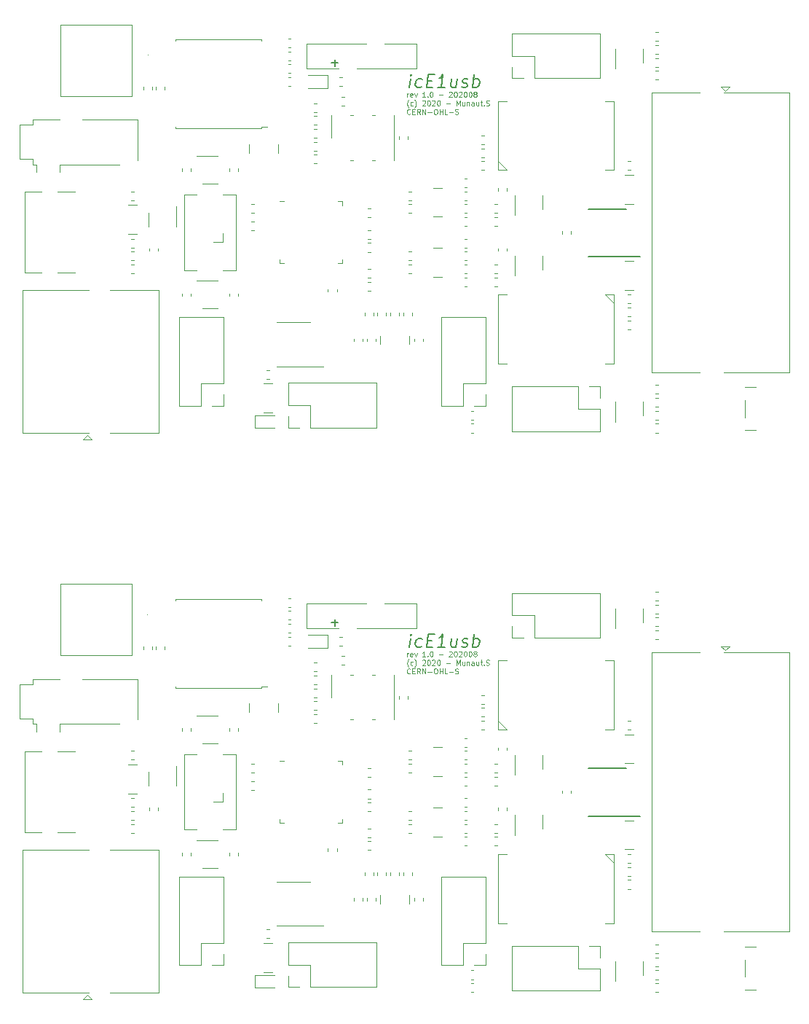
<source format=gbr>
G04 #@! TF.GenerationSoftware,KiCad,Pcbnew,5.1.5*
G04 #@! TF.CreationDate,2020-09-01T20:47:54+02:00*
G04 #@! TF.ProjectId,icE1usb-panel,69634531-7573-4622-9d70-616e656c2e6b,1.0*
G04 #@! TF.SameCoordinates,Original*
G04 #@! TF.FileFunction,Legend,Top*
G04 #@! TF.FilePolarity,Positive*
%FSLAX46Y46*%
G04 Gerber Fmt 4.6, Leading zero omitted, Abs format (unit mm)*
G04 Created by KiCad (PCBNEW 5.1.5) date 2020-09-01 20:47:54*
%MOMM*%
%LPD*%
G04 APERTURE LIST*
%ADD10C,0.150000*%
%ADD11C,0.100000*%
%ADD12C,0.120000*%
%ADD13C,0.550000*%
%ADD14C,1.100000*%
%ADD15R,2.500000X2.600000*%
%ADD16R,2.500000X2.900000*%
%ADD17R,0.600000X0.900000*%
%ADD18R,0.500000X0.900000*%
%ADD19R,1.600000X1.600000*%
%ADD20C,1.600000*%
%ADD21C,3.350000*%
%ADD22C,2.400000*%
%ADD23O,1.700000X1.100000*%
%ADD24C,0.750000*%
%ADD25O,2.200000X1.100000*%
%ADD26C,2.100000*%
%ADD27O,3.100000X2.100000*%
%ADD28C,0.800000*%
%ADD29R,1.300000X0.700000*%
%ADD30R,0.900000X1.000000*%
%ADD31R,1.900000X2.100000*%
%ADD32R,1.800000X1.800000*%
%ADD33O,1.800000X1.800000*%
%ADD34R,0.610000X0.800000*%
%ADD35C,2.600000*%
%ADD36C,2.350000*%
%ADD37R,1.160000X0.750000*%
%ADD38R,1.700000X1.700000*%
%ADD39C,1.700000*%
%ADD40R,0.900000X0.600000*%
%ADD41R,0.900000X0.500000*%
%ADD42R,1.600000X0.550000*%
G04 APERTURE END LIST*
D10*
X463571Y-48178571D02*
X588571Y-47178571D01*
X651071Y-46678571D02*
X570714Y-46750000D01*
X633214Y-46821428D01*
X713571Y-46750000D01*
X651071Y-46678571D01*
X633214Y-46821428D01*
X1829642Y-48107142D02*
X1677857Y-48178571D01*
X1392142Y-48178571D01*
X1258214Y-48107142D01*
X1195714Y-48035714D01*
X1142142Y-47892857D01*
X1195714Y-47464285D01*
X1285000Y-47321428D01*
X1365357Y-47250000D01*
X1517142Y-47178571D01*
X1802857Y-47178571D01*
X1936785Y-47250000D01*
X2561785Y-47392857D02*
X3061785Y-47392857D01*
X3177857Y-48178571D02*
X2463571Y-48178571D01*
X2651071Y-46678571D01*
X3365357Y-46678571D01*
X4606428Y-48178571D02*
X3749285Y-48178571D01*
X4177857Y-48178571D02*
X4365357Y-46678571D01*
X4195714Y-46892857D01*
X4034999Y-47035714D01*
X3883214Y-47107142D01*
X6017142Y-47178571D02*
X5892142Y-48178571D01*
X5374285Y-47178571D02*
X5276071Y-47964285D01*
X5329642Y-48107142D01*
X5463571Y-48178571D01*
X5677857Y-48178571D01*
X5829642Y-48107142D01*
X5910000Y-48035714D01*
X6543928Y-48107142D02*
X6677857Y-48178571D01*
X6963571Y-48178571D01*
X7115357Y-48107142D01*
X7204642Y-47964285D01*
X7213571Y-47892857D01*
X7160000Y-47750000D01*
X7026071Y-47678571D01*
X6811785Y-47678571D01*
X6677857Y-47607142D01*
X6624285Y-47464285D01*
X6633214Y-47392857D01*
X6722500Y-47250000D01*
X6874285Y-47178571D01*
X7088571Y-47178571D01*
X7222500Y-47250000D01*
X7820714Y-48178571D02*
X8008214Y-46678571D01*
X7936785Y-47250000D02*
X8088571Y-47178571D01*
X8374285Y-47178571D01*
X8508214Y-47250000D01*
X8570714Y-47321428D01*
X8624285Y-47464285D01*
X8570714Y-47892857D01*
X8481428Y-48035714D01*
X8401071Y-48107142D01*
X8249285Y-48178571D01*
X7963571Y-48178571D01*
X7829642Y-48107142D01*
D11*
X207857Y-49271428D02*
X207857Y-48871428D01*
X207857Y-48985714D02*
X236428Y-48928571D01*
X265000Y-48900000D01*
X322142Y-48871428D01*
X379285Y-48871428D01*
X807857Y-49242857D02*
X750714Y-49271428D01*
X636428Y-49271428D01*
X579285Y-49242857D01*
X550714Y-49185714D01*
X550714Y-48957142D01*
X579285Y-48900000D01*
X636428Y-48871428D01*
X750714Y-48871428D01*
X807857Y-48900000D01*
X836428Y-48957142D01*
X836428Y-49014285D01*
X550714Y-49071428D01*
X1036428Y-48871428D02*
X1179285Y-49271428D01*
X1322142Y-48871428D01*
X2322142Y-49271428D02*
X1979285Y-49271428D01*
X2150714Y-49271428D02*
X2150714Y-48671428D01*
X2093571Y-48757142D01*
X2036428Y-48814285D01*
X1979285Y-48842857D01*
X2579285Y-49214285D02*
X2607857Y-49242857D01*
X2579285Y-49271428D01*
X2550714Y-49242857D01*
X2579285Y-49214285D01*
X2579285Y-49271428D01*
X2979285Y-48671428D02*
X3036428Y-48671428D01*
X3093571Y-48700000D01*
X3122142Y-48728571D01*
X3150714Y-48785714D01*
X3179285Y-48900000D01*
X3179285Y-49042857D01*
X3150714Y-49157142D01*
X3122142Y-49214285D01*
X3093571Y-49242857D01*
X3036428Y-49271428D01*
X2979285Y-49271428D01*
X2922142Y-49242857D01*
X2893571Y-49214285D01*
X2865000Y-49157142D01*
X2836428Y-49042857D01*
X2836428Y-48900000D01*
X2865000Y-48785714D01*
X2893571Y-48728571D01*
X2922142Y-48700000D01*
X2979285Y-48671428D01*
X3893571Y-49042857D02*
X4350714Y-49042857D01*
X5065000Y-48728571D02*
X5093571Y-48700000D01*
X5150714Y-48671428D01*
X5293571Y-48671428D01*
X5350714Y-48700000D01*
X5379285Y-48728571D01*
X5407857Y-48785714D01*
X5407857Y-48842857D01*
X5379285Y-48928571D01*
X5036428Y-49271428D01*
X5407857Y-49271428D01*
X5779285Y-48671428D02*
X5836428Y-48671428D01*
X5893571Y-48700000D01*
X5922142Y-48728571D01*
X5950714Y-48785714D01*
X5979285Y-48900000D01*
X5979285Y-49042857D01*
X5950714Y-49157142D01*
X5922142Y-49214285D01*
X5893571Y-49242857D01*
X5836428Y-49271428D01*
X5779285Y-49271428D01*
X5722142Y-49242857D01*
X5693571Y-49214285D01*
X5665000Y-49157142D01*
X5636428Y-49042857D01*
X5636428Y-48900000D01*
X5665000Y-48785714D01*
X5693571Y-48728571D01*
X5722142Y-48700000D01*
X5779285Y-48671428D01*
X6207857Y-48728571D02*
X6236428Y-48700000D01*
X6293571Y-48671428D01*
X6436428Y-48671428D01*
X6493571Y-48700000D01*
X6522142Y-48728571D01*
X6550714Y-48785714D01*
X6550714Y-48842857D01*
X6522142Y-48928571D01*
X6179285Y-49271428D01*
X6550714Y-49271428D01*
X6922142Y-48671428D02*
X6979285Y-48671428D01*
X7036428Y-48700000D01*
X7065000Y-48728571D01*
X7093571Y-48785714D01*
X7122142Y-48900000D01*
X7122142Y-49042857D01*
X7093571Y-49157142D01*
X7065000Y-49214285D01*
X7036428Y-49242857D01*
X6979285Y-49271428D01*
X6922142Y-49271428D01*
X6865000Y-49242857D01*
X6836428Y-49214285D01*
X6807857Y-49157142D01*
X6779285Y-49042857D01*
X6779285Y-48900000D01*
X6807857Y-48785714D01*
X6836428Y-48728571D01*
X6865000Y-48700000D01*
X6922142Y-48671428D01*
X7493571Y-48671428D02*
X7550714Y-48671428D01*
X7607857Y-48700000D01*
X7636428Y-48728571D01*
X7665000Y-48785714D01*
X7693571Y-48900000D01*
X7693571Y-49042857D01*
X7665000Y-49157142D01*
X7636428Y-49214285D01*
X7607857Y-49242857D01*
X7550714Y-49271428D01*
X7493571Y-49271428D01*
X7436428Y-49242857D01*
X7407857Y-49214285D01*
X7379285Y-49157142D01*
X7350714Y-49042857D01*
X7350714Y-48900000D01*
X7379285Y-48785714D01*
X7407857Y-48728571D01*
X7436428Y-48700000D01*
X7493571Y-48671428D01*
X8036428Y-48928571D02*
X7979285Y-48900000D01*
X7950714Y-48871428D01*
X7922142Y-48814285D01*
X7922142Y-48785714D01*
X7950714Y-48728571D01*
X7979285Y-48700000D01*
X8036428Y-48671428D01*
X8150714Y-48671428D01*
X8207857Y-48700000D01*
X8236428Y-48728571D01*
X8265000Y-48785714D01*
X8265000Y-48814285D01*
X8236428Y-48871428D01*
X8207857Y-48900000D01*
X8150714Y-48928571D01*
X8036428Y-48928571D01*
X7979285Y-48957142D01*
X7950714Y-48985714D01*
X7922142Y-49042857D01*
X7922142Y-49157142D01*
X7950714Y-49214285D01*
X7979285Y-49242857D01*
X8036428Y-49271428D01*
X8150714Y-49271428D01*
X8207857Y-49242857D01*
X8236428Y-49214285D01*
X8265000Y-49157142D01*
X8265000Y-49042857D01*
X8236428Y-48985714D01*
X8207857Y-48957142D01*
X8150714Y-48928571D01*
X379285Y-50500000D02*
X350714Y-50471428D01*
X293571Y-50385714D01*
X265000Y-50328571D01*
X236428Y-50242857D01*
X207857Y-50100000D01*
X207857Y-49985714D01*
X236428Y-49842857D01*
X265000Y-49757142D01*
X293571Y-49700000D01*
X350714Y-49614285D01*
X379285Y-49585714D01*
X865000Y-50242857D02*
X807857Y-50271428D01*
X693571Y-50271428D01*
X636428Y-50242857D01*
X607857Y-50214285D01*
X579285Y-50157142D01*
X579285Y-49985714D01*
X607857Y-49928571D01*
X636428Y-49900000D01*
X693571Y-49871428D01*
X807857Y-49871428D01*
X865000Y-49900000D01*
X1065000Y-50500000D02*
X1093571Y-50471428D01*
X1150714Y-50385714D01*
X1179285Y-50328571D01*
X1207857Y-50242857D01*
X1236428Y-50100000D01*
X1236428Y-49985714D01*
X1207857Y-49842857D01*
X1179285Y-49757142D01*
X1150714Y-49700000D01*
X1093571Y-49614285D01*
X1065000Y-49585714D01*
X1950714Y-49728571D02*
X1979285Y-49700000D01*
X2036428Y-49671428D01*
X2179285Y-49671428D01*
X2236428Y-49700000D01*
X2264999Y-49728571D01*
X2293571Y-49785714D01*
X2293571Y-49842857D01*
X2264999Y-49928571D01*
X1922142Y-50271428D01*
X2293571Y-50271428D01*
X2665000Y-49671428D02*
X2722142Y-49671428D01*
X2779285Y-49700000D01*
X2807857Y-49728571D01*
X2836428Y-49785714D01*
X2865000Y-49900000D01*
X2865000Y-50042857D01*
X2836428Y-50157142D01*
X2807857Y-50214285D01*
X2779285Y-50242857D01*
X2722142Y-50271428D01*
X2665000Y-50271428D01*
X2607857Y-50242857D01*
X2579285Y-50214285D01*
X2550714Y-50157142D01*
X2522142Y-50042857D01*
X2522142Y-49900000D01*
X2550714Y-49785714D01*
X2579285Y-49728571D01*
X2607857Y-49700000D01*
X2665000Y-49671428D01*
X3093571Y-49728571D02*
X3122142Y-49700000D01*
X3179285Y-49671428D01*
X3322142Y-49671428D01*
X3379285Y-49700000D01*
X3407857Y-49728571D01*
X3436428Y-49785714D01*
X3436428Y-49842857D01*
X3407857Y-49928571D01*
X3065000Y-50271428D01*
X3436428Y-50271428D01*
X3807857Y-49671428D02*
X3864999Y-49671428D01*
X3922142Y-49700000D01*
X3950714Y-49728571D01*
X3979285Y-49785714D01*
X4007857Y-49900000D01*
X4007857Y-50042857D01*
X3979285Y-50157142D01*
X3950714Y-50214285D01*
X3922142Y-50242857D01*
X3864999Y-50271428D01*
X3807857Y-50271428D01*
X3750714Y-50242857D01*
X3722142Y-50214285D01*
X3693571Y-50157142D01*
X3664999Y-50042857D01*
X3664999Y-49900000D01*
X3693571Y-49785714D01*
X3722142Y-49728571D01*
X3750714Y-49700000D01*
X3807857Y-49671428D01*
X4722142Y-50042857D02*
X5179285Y-50042857D01*
X5922142Y-50271428D02*
X5922142Y-49671428D01*
X6122142Y-50100000D01*
X6322142Y-49671428D01*
X6322142Y-50271428D01*
X6864999Y-49871428D02*
X6864999Y-50271428D01*
X6607857Y-49871428D02*
X6607857Y-50185714D01*
X6636428Y-50242857D01*
X6693571Y-50271428D01*
X6779285Y-50271428D01*
X6836428Y-50242857D01*
X6864999Y-50214285D01*
X7150714Y-49871428D02*
X7150714Y-50271428D01*
X7150714Y-49928571D02*
X7179285Y-49900000D01*
X7236428Y-49871428D01*
X7322142Y-49871428D01*
X7379285Y-49900000D01*
X7407857Y-49957142D01*
X7407857Y-50271428D01*
X7950714Y-50271428D02*
X7950714Y-49957142D01*
X7922142Y-49900000D01*
X7864999Y-49871428D01*
X7750714Y-49871428D01*
X7693571Y-49900000D01*
X7950714Y-50242857D02*
X7893571Y-50271428D01*
X7750714Y-50271428D01*
X7693571Y-50242857D01*
X7664999Y-50185714D01*
X7664999Y-50128571D01*
X7693571Y-50071428D01*
X7750714Y-50042857D01*
X7893571Y-50042857D01*
X7950714Y-50014285D01*
X8493571Y-49871428D02*
X8493571Y-50271428D01*
X8236428Y-49871428D02*
X8236428Y-50185714D01*
X8264999Y-50242857D01*
X8322142Y-50271428D01*
X8407857Y-50271428D01*
X8464999Y-50242857D01*
X8493571Y-50214285D01*
X8693571Y-49871428D02*
X8922142Y-49871428D01*
X8779285Y-49671428D02*
X8779285Y-50185714D01*
X8807857Y-50242857D01*
X8865000Y-50271428D01*
X8922142Y-50271428D01*
X9122142Y-50214285D02*
X9150714Y-50242857D01*
X9122142Y-50271428D01*
X9093571Y-50242857D01*
X9122142Y-50214285D01*
X9122142Y-50271428D01*
X9379285Y-50242857D02*
X9465000Y-50271428D01*
X9607857Y-50271428D01*
X9665000Y-50242857D01*
X9693571Y-50214285D01*
X9722142Y-50157142D01*
X9722142Y-50100000D01*
X9693571Y-50042857D01*
X9665000Y-50014285D01*
X9607857Y-49985714D01*
X9493571Y-49957142D01*
X9436428Y-49928571D01*
X9407857Y-49900000D01*
X9379285Y-49842857D01*
X9379285Y-49785714D01*
X9407857Y-49728571D01*
X9436428Y-49700000D01*
X9493571Y-49671428D01*
X9636428Y-49671428D01*
X9722142Y-49700000D01*
X550714Y-51214285D02*
X522142Y-51242857D01*
X436428Y-51271428D01*
X379285Y-51271428D01*
X293571Y-51242857D01*
X236428Y-51185714D01*
X207857Y-51128571D01*
X179285Y-51014285D01*
X179285Y-50928571D01*
X207857Y-50814285D01*
X236428Y-50757142D01*
X293571Y-50700000D01*
X379285Y-50671428D01*
X436428Y-50671428D01*
X522142Y-50700000D01*
X550714Y-50728571D01*
X807857Y-50957142D02*
X1007857Y-50957142D01*
X1093571Y-51271428D02*
X807857Y-51271428D01*
X807857Y-50671428D01*
X1093571Y-50671428D01*
X1693571Y-51271428D02*
X1493571Y-50985714D01*
X1350714Y-51271428D02*
X1350714Y-50671428D01*
X1579285Y-50671428D01*
X1636428Y-50700000D01*
X1664999Y-50728571D01*
X1693571Y-50785714D01*
X1693571Y-50871428D01*
X1664999Y-50928571D01*
X1636428Y-50957142D01*
X1579285Y-50985714D01*
X1350714Y-50985714D01*
X1950714Y-51271428D02*
X1950714Y-50671428D01*
X2293571Y-51271428D01*
X2293571Y-50671428D01*
X2579285Y-51042857D02*
X3036428Y-51042857D01*
X3436428Y-50671428D02*
X3550714Y-50671428D01*
X3607857Y-50700000D01*
X3664999Y-50757142D01*
X3693571Y-50871428D01*
X3693571Y-51071428D01*
X3664999Y-51185714D01*
X3607857Y-51242857D01*
X3550714Y-51271428D01*
X3436428Y-51271428D01*
X3379285Y-51242857D01*
X3322142Y-51185714D01*
X3293571Y-51071428D01*
X3293571Y-50871428D01*
X3322142Y-50757142D01*
X3379285Y-50700000D01*
X3436428Y-50671428D01*
X3950714Y-51271428D02*
X3950714Y-50671428D01*
X3950714Y-50957142D02*
X4293571Y-50957142D01*
X4293571Y-51271428D02*
X4293571Y-50671428D01*
X4864999Y-51271428D02*
X4579285Y-51271428D01*
X4579285Y-50671428D01*
X5064999Y-51042857D02*
X5522142Y-51042857D01*
X5779285Y-51242857D02*
X5864999Y-51271428D01*
X6007857Y-51271428D01*
X6064999Y-51242857D01*
X6093571Y-51214285D01*
X6122142Y-51157142D01*
X6122142Y-51100000D01*
X6093571Y-51042857D01*
X6064999Y-51014285D01*
X6007857Y-50985714D01*
X5893571Y-50957142D01*
X5836428Y-50928571D01*
X5807857Y-50900000D01*
X5779285Y-50842857D01*
X5779285Y-50785714D01*
X5807857Y-50728571D01*
X5836428Y-50700000D01*
X5893571Y-50671428D01*
X6036428Y-50671428D01*
X6122142Y-50700000D01*
X207857Y15728571D02*
X207857Y16128571D01*
X207857Y16014285D02*
X236428Y16071428D01*
X265000Y16100000D01*
X322142Y16128571D01*
X379285Y16128571D01*
X807857Y15757142D02*
X750714Y15728571D01*
X636428Y15728571D01*
X579285Y15757142D01*
X550714Y15814285D01*
X550714Y16042857D01*
X579285Y16100000D01*
X636428Y16128571D01*
X750714Y16128571D01*
X807857Y16100000D01*
X836428Y16042857D01*
X836428Y15985714D01*
X550714Y15928571D01*
X1036428Y16128571D02*
X1179285Y15728571D01*
X1322142Y16128571D01*
X2322142Y15728571D02*
X1979285Y15728571D01*
X2150714Y15728571D02*
X2150714Y16328571D01*
X2093571Y16242857D01*
X2036428Y16185714D01*
X1979285Y16157142D01*
X2579285Y15785714D02*
X2607857Y15757142D01*
X2579285Y15728571D01*
X2550714Y15757142D01*
X2579285Y15785714D01*
X2579285Y15728571D01*
X2979285Y16328571D02*
X3036428Y16328571D01*
X3093571Y16300000D01*
X3122142Y16271428D01*
X3150714Y16214285D01*
X3179285Y16100000D01*
X3179285Y15957142D01*
X3150714Y15842857D01*
X3122142Y15785714D01*
X3093571Y15757142D01*
X3036428Y15728571D01*
X2979285Y15728571D01*
X2922142Y15757142D01*
X2893571Y15785714D01*
X2865000Y15842857D01*
X2836428Y15957142D01*
X2836428Y16100000D01*
X2865000Y16214285D01*
X2893571Y16271428D01*
X2922142Y16300000D01*
X2979285Y16328571D01*
X3893571Y15957142D02*
X4350714Y15957142D01*
X5065000Y16271428D02*
X5093571Y16300000D01*
X5150714Y16328571D01*
X5293571Y16328571D01*
X5350714Y16300000D01*
X5379285Y16271428D01*
X5407857Y16214285D01*
X5407857Y16157142D01*
X5379285Y16071428D01*
X5036428Y15728571D01*
X5407857Y15728571D01*
X5779285Y16328571D02*
X5836428Y16328571D01*
X5893571Y16300000D01*
X5922142Y16271428D01*
X5950714Y16214285D01*
X5979285Y16100000D01*
X5979285Y15957142D01*
X5950714Y15842857D01*
X5922142Y15785714D01*
X5893571Y15757142D01*
X5836428Y15728571D01*
X5779285Y15728571D01*
X5722142Y15757142D01*
X5693571Y15785714D01*
X5665000Y15842857D01*
X5636428Y15957142D01*
X5636428Y16100000D01*
X5665000Y16214285D01*
X5693571Y16271428D01*
X5722142Y16300000D01*
X5779285Y16328571D01*
X6207857Y16271428D02*
X6236428Y16300000D01*
X6293571Y16328571D01*
X6436428Y16328571D01*
X6493571Y16300000D01*
X6522142Y16271428D01*
X6550714Y16214285D01*
X6550714Y16157142D01*
X6522142Y16071428D01*
X6179285Y15728571D01*
X6550714Y15728571D01*
X6922142Y16328571D02*
X6979285Y16328571D01*
X7036428Y16300000D01*
X7065000Y16271428D01*
X7093571Y16214285D01*
X7122142Y16100000D01*
X7122142Y15957142D01*
X7093571Y15842857D01*
X7065000Y15785714D01*
X7036428Y15757142D01*
X6979285Y15728571D01*
X6922142Y15728571D01*
X6865000Y15757142D01*
X6836428Y15785714D01*
X6807857Y15842857D01*
X6779285Y15957142D01*
X6779285Y16100000D01*
X6807857Y16214285D01*
X6836428Y16271428D01*
X6865000Y16300000D01*
X6922142Y16328571D01*
X7493571Y16328571D02*
X7550714Y16328571D01*
X7607857Y16300000D01*
X7636428Y16271428D01*
X7665000Y16214285D01*
X7693571Y16100000D01*
X7693571Y15957142D01*
X7665000Y15842857D01*
X7636428Y15785714D01*
X7607857Y15757142D01*
X7550714Y15728571D01*
X7493571Y15728571D01*
X7436428Y15757142D01*
X7407857Y15785714D01*
X7379285Y15842857D01*
X7350714Y15957142D01*
X7350714Y16100000D01*
X7379285Y16214285D01*
X7407857Y16271428D01*
X7436428Y16300000D01*
X7493571Y16328571D01*
X8036428Y16071428D02*
X7979285Y16100000D01*
X7950714Y16128571D01*
X7922142Y16185714D01*
X7922142Y16214285D01*
X7950714Y16271428D01*
X7979285Y16300000D01*
X8036428Y16328571D01*
X8150714Y16328571D01*
X8207857Y16300000D01*
X8236428Y16271428D01*
X8265000Y16214285D01*
X8265000Y16185714D01*
X8236428Y16128571D01*
X8207857Y16100000D01*
X8150714Y16071428D01*
X8036428Y16071428D01*
X7979285Y16042857D01*
X7950714Y16014285D01*
X7922142Y15957142D01*
X7922142Y15842857D01*
X7950714Y15785714D01*
X7979285Y15757142D01*
X8036428Y15728571D01*
X8150714Y15728571D01*
X8207857Y15757142D01*
X8236428Y15785714D01*
X8265000Y15842857D01*
X8265000Y15957142D01*
X8236428Y16014285D01*
X8207857Y16042857D01*
X8150714Y16071428D01*
X379285Y14500000D02*
X350714Y14528571D01*
X293571Y14614285D01*
X265000Y14671428D01*
X236428Y14757142D01*
X207857Y14900000D01*
X207857Y15014285D01*
X236428Y15157142D01*
X265000Y15242857D01*
X293571Y15300000D01*
X350714Y15385714D01*
X379285Y15414285D01*
X865000Y14757142D02*
X807857Y14728571D01*
X693571Y14728571D01*
X636428Y14757142D01*
X607857Y14785714D01*
X579285Y14842857D01*
X579285Y15014285D01*
X607857Y15071428D01*
X636428Y15100000D01*
X693571Y15128571D01*
X807857Y15128571D01*
X865000Y15100000D01*
X1065000Y14500000D02*
X1093571Y14528571D01*
X1150714Y14614285D01*
X1179285Y14671428D01*
X1207857Y14757142D01*
X1236428Y14900000D01*
X1236428Y15014285D01*
X1207857Y15157142D01*
X1179285Y15242857D01*
X1150714Y15300000D01*
X1093571Y15385714D01*
X1065000Y15414285D01*
X1950714Y15271428D02*
X1979285Y15300000D01*
X2036428Y15328571D01*
X2179285Y15328571D01*
X2236428Y15300000D01*
X2264999Y15271428D01*
X2293571Y15214285D01*
X2293571Y15157142D01*
X2264999Y15071428D01*
X1922142Y14728571D01*
X2293571Y14728571D01*
X2665000Y15328571D02*
X2722142Y15328571D01*
X2779285Y15300000D01*
X2807857Y15271428D01*
X2836428Y15214285D01*
X2865000Y15100000D01*
X2865000Y14957142D01*
X2836428Y14842857D01*
X2807857Y14785714D01*
X2779285Y14757142D01*
X2722142Y14728571D01*
X2665000Y14728571D01*
X2607857Y14757142D01*
X2579285Y14785714D01*
X2550714Y14842857D01*
X2522142Y14957142D01*
X2522142Y15100000D01*
X2550714Y15214285D01*
X2579285Y15271428D01*
X2607857Y15300000D01*
X2665000Y15328571D01*
X3093571Y15271428D02*
X3122142Y15300000D01*
X3179285Y15328571D01*
X3322142Y15328571D01*
X3379285Y15300000D01*
X3407857Y15271428D01*
X3436428Y15214285D01*
X3436428Y15157142D01*
X3407857Y15071428D01*
X3065000Y14728571D01*
X3436428Y14728571D01*
X3807857Y15328571D02*
X3864999Y15328571D01*
X3922142Y15300000D01*
X3950714Y15271428D01*
X3979285Y15214285D01*
X4007857Y15100000D01*
X4007857Y14957142D01*
X3979285Y14842857D01*
X3950714Y14785714D01*
X3922142Y14757142D01*
X3864999Y14728571D01*
X3807857Y14728571D01*
X3750714Y14757142D01*
X3722142Y14785714D01*
X3693571Y14842857D01*
X3664999Y14957142D01*
X3664999Y15100000D01*
X3693571Y15214285D01*
X3722142Y15271428D01*
X3750714Y15300000D01*
X3807857Y15328571D01*
X4722142Y14957142D02*
X5179285Y14957142D01*
X5922142Y14728571D02*
X5922142Y15328571D01*
X6122142Y14900000D01*
X6322142Y15328571D01*
X6322142Y14728571D01*
X6864999Y15128571D02*
X6864999Y14728571D01*
X6607857Y15128571D02*
X6607857Y14814285D01*
X6636428Y14757142D01*
X6693571Y14728571D01*
X6779285Y14728571D01*
X6836428Y14757142D01*
X6864999Y14785714D01*
X7150714Y15128571D02*
X7150714Y14728571D01*
X7150714Y15071428D02*
X7179285Y15100000D01*
X7236428Y15128571D01*
X7322142Y15128571D01*
X7379285Y15100000D01*
X7407857Y15042857D01*
X7407857Y14728571D01*
X7950714Y14728571D02*
X7950714Y15042857D01*
X7922142Y15100000D01*
X7864999Y15128571D01*
X7750714Y15128571D01*
X7693571Y15100000D01*
X7950714Y14757142D02*
X7893571Y14728571D01*
X7750714Y14728571D01*
X7693571Y14757142D01*
X7664999Y14814285D01*
X7664999Y14871428D01*
X7693571Y14928571D01*
X7750714Y14957142D01*
X7893571Y14957142D01*
X7950714Y14985714D01*
X8493571Y15128571D02*
X8493571Y14728571D01*
X8236428Y15128571D02*
X8236428Y14814285D01*
X8264999Y14757142D01*
X8322142Y14728571D01*
X8407857Y14728571D01*
X8464999Y14757142D01*
X8493571Y14785714D01*
X8693571Y15128571D02*
X8922142Y15128571D01*
X8779285Y15328571D02*
X8779285Y14814285D01*
X8807857Y14757142D01*
X8865000Y14728571D01*
X8922142Y14728571D01*
X9122142Y14785714D02*
X9150714Y14757142D01*
X9122142Y14728571D01*
X9093571Y14757142D01*
X9122142Y14785714D01*
X9122142Y14728571D01*
X9379285Y14757142D02*
X9465000Y14728571D01*
X9607857Y14728571D01*
X9665000Y14757142D01*
X9693571Y14785714D01*
X9722142Y14842857D01*
X9722142Y14900000D01*
X9693571Y14957142D01*
X9665000Y14985714D01*
X9607857Y15014285D01*
X9493571Y15042857D01*
X9436428Y15071428D01*
X9407857Y15100000D01*
X9379285Y15157142D01*
X9379285Y15214285D01*
X9407857Y15271428D01*
X9436428Y15300000D01*
X9493571Y15328571D01*
X9636428Y15328571D01*
X9722142Y15300000D01*
X550714Y13785714D02*
X522142Y13757142D01*
X436428Y13728571D01*
X379285Y13728571D01*
X293571Y13757142D01*
X236428Y13814285D01*
X207857Y13871428D01*
X179285Y13985714D01*
X179285Y14071428D01*
X207857Y14185714D01*
X236428Y14242857D01*
X293571Y14300000D01*
X379285Y14328571D01*
X436428Y14328571D01*
X522142Y14300000D01*
X550714Y14271428D01*
X807857Y14042857D02*
X1007857Y14042857D01*
X1093571Y13728571D02*
X807857Y13728571D01*
X807857Y14328571D01*
X1093571Y14328571D01*
X1693571Y13728571D02*
X1493571Y14014285D01*
X1350714Y13728571D02*
X1350714Y14328571D01*
X1579285Y14328571D01*
X1636428Y14300000D01*
X1664999Y14271428D01*
X1693571Y14214285D01*
X1693571Y14128571D01*
X1664999Y14071428D01*
X1636428Y14042857D01*
X1579285Y14014285D01*
X1350714Y14014285D01*
X1950714Y13728571D02*
X1950714Y14328571D01*
X2293571Y13728571D01*
X2293571Y14328571D01*
X2579285Y13957142D02*
X3036428Y13957142D01*
X3436428Y14328571D02*
X3550714Y14328571D01*
X3607857Y14300000D01*
X3664999Y14242857D01*
X3693571Y14128571D01*
X3693571Y13928571D01*
X3664999Y13814285D01*
X3607857Y13757142D01*
X3550714Y13728571D01*
X3436428Y13728571D01*
X3379285Y13757142D01*
X3322142Y13814285D01*
X3293571Y13928571D01*
X3293571Y14128571D01*
X3322142Y14242857D01*
X3379285Y14300000D01*
X3436428Y14328571D01*
X3950714Y13728571D02*
X3950714Y14328571D01*
X3950714Y14042857D02*
X4293571Y14042857D01*
X4293571Y13728571D02*
X4293571Y14328571D01*
X4864999Y13728571D02*
X4579285Y13728571D01*
X4579285Y14328571D01*
X5064999Y13957142D02*
X5522142Y13957142D01*
X5779285Y13757142D02*
X5864999Y13728571D01*
X6007857Y13728571D01*
X6064999Y13757142D01*
X6093571Y13785714D01*
X6122142Y13842857D01*
X6122142Y13900000D01*
X6093571Y13957142D01*
X6064999Y13985714D01*
X6007857Y14014285D01*
X5893571Y14042857D01*
X5836428Y14071428D01*
X5807857Y14100000D01*
X5779285Y14157142D01*
X5779285Y14214285D01*
X5807857Y14271428D01*
X5836428Y14300000D01*
X5893571Y14328571D01*
X6036428Y14328571D01*
X6122142Y14300000D01*
D10*
X463571Y16821428D02*
X588571Y17821428D01*
X651071Y18321428D02*
X570714Y18250000D01*
X633214Y18178571D01*
X713571Y18250000D01*
X651071Y18321428D01*
X633214Y18178571D01*
X1829642Y16892857D02*
X1677857Y16821428D01*
X1392142Y16821428D01*
X1258214Y16892857D01*
X1195714Y16964285D01*
X1142142Y17107142D01*
X1195714Y17535714D01*
X1285000Y17678571D01*
X1365357Y17750000D01*
X1517142Y17821428D01*
X1802857Y17821428D01*
X1936785Y17750000D01*
X2561785Y17607142D02*
X3061785Y17607142D01*
X3177857Y16821428D02*
X2463571Y16821428D01*
X2651071Y18321428D01*
X3365357Y18321428D01*
X4606428Y16821428D02*
X3749285Y16821428D01*
X4177857Y16821428D02*
X4365357Y18321428D01*
X4195714Y18107142D01*
X4034999Y17964285D01*
X3883214Y17892857D01*
X6017142Y17821428D02*
X5892142Y16821428D01*
X5374285Y17821428D02*
X5276071Y17035714D01*
X5329642Y16892857D01*
X5463571Y16821428D01*
X5677857Y16821428D01*
X5829642Y16892857D01*
X5910000Y16964285D01*
X6543928Y16892857D02*
X6677857Y16821428D01*
X6963571Y16821428D01*
X7115357Y16892857D01*
X7204642Y17035714D01*
X7213571Y17107142D01*
X7160000Y17250000D01*
X7026071Y17321428D01*
X6811785Y17321428D01*
X6677857Y17392857D01*
X6624285Y17535714D01*
X6633214Y17607142D01*
X6722500Y17750000D01*
X6874285Y17821428D01*
X7088571Y17821428D01*
X7222500Y17750000D01*
X7820714Y16821428D02*
X8008214Y18321428D01*
X7936785Y17750000D02*
X8088571Y17821428D01*
X8374285Y17821428D01*
X8508214Y17750000D01*
X8570714Y17678571D01*
X8624285Y17535714D01*
X8570714Y17107142D01*
X8481428Y16964285D01*
X8401071Y16892857D01*
X8249285Y16821428D01*
X7963571Y16821428D01*
X7829642Y16892857D01*
D12*
X9162779Y-57760000D02*
X8837221Y-57760000D01*
X9162779Y-56740000D02*
X8837221Y-56740000D01*
X29412779Y-83760000D02*
X29087221Y-83760000D01*
X29412779Y-82740000D02*
X29087221Y-82740000D01*
X29412779Y-85260000D02*
X29087221Y-85260000D01*
X29412779Y-84240000D02*
X29087221Y-84240000D01*
X29412779Y-86760000D02*
X29087221Y-86760000D01*
X29412779Y-85740000D02*
X29087221Y-85740000D01*
X29412779Y-88260000D02*
X29087221Y-88260000D01*
X29412779Y-87240000D02*
X29087221Y-87240000D01*
X10740000Y-60162779D02*
X10740000Y-59837221D01*
X11760000Y-60162779D02*
X11760000Y-59837221D01*
X25837221Y-72240000D02*
X26162779Y-72240000D01*
X25837221Y-73260000D02*
X26162779Y-73260000D01*
X-40200000Y-57100000D02*
X-40200000Y-58000000D01*
X-42900000Y-57100000D02*
X-42900000Y-58000000D01*
X-33250000Y-57100000D02*
X-40200000Y-57100000D01*
X-31150000Y-51900000D02*
X-31150000Y-56600000D01*
X-37550000Y-51900000D02*
X-31150000Y-51900000D01*
X-43350000Y-51900000D02*
X-40150000Y-51900000D01*
X-43350000Y-52500000D02*
X-43350000Y-51900000D01*
X-44850000Y-52500000D02*
X-43350000Y-52500000D01*
X-44850000Y-56500000D02*
X-44850000Y-52500000D01*
X-43350000Y-56500000D02*
X-44850000Y-56500000D01*
X-43350000Y-57100000D02*
X-43350000Y-56500000D01*
X-42900000Y-57100000D02*
X-43350000Y-57100000D01*
X2010000Y-77337221D02*
X2010000Y-77662779D01*
X990000Y-77337221D02*
X990000Y-77662779D01*
X-3490000Y-77337221D02*
X-3490000Y-77662779D01*
X-4510000Y-77337221D02*
X-4510000Y-77662779D01*
X-13000000Y-75440000D02*
X-14950000Y-75440000D01*
X-13000000Y-75440000D02*
X-11050000Y-75440000D01*
X-13000000Y-80560000D02*
X-14950000Y-80560000D01*
X-13000000Y-80560000D02*
X-9550000Y-80560000D01*
X-4990000Y-77337221D02*
X-4990000Y-77662779D01*
X-6010000Y-77337221D02*
X-6010000Y-77662779D01*
X-18180000Y-55750000D02*
X-18180000Y-54750000D01*
X-14820000Y-55750000D02*
X-14820000Y-54750000D01*
X44610000Y-48760000D02*
X44610000Y-81240000D01*
X44610000Y-48760000D02*
X37000000Y-48760000D01*
X44610000Y-81240000D02*
X37000000Y-81240000D01*
X28640000Y-48760000D02*
X28640000Y-81240000D01*
X28640000Y-48760000D02*
X34200000Y-48760000D01*
X28685000Y-81240000D02*
X34200000Y-81240000D01*
X37200000Y-48565000D02*
X36700000Y-48065000D01*
X36700000Y-48065000D02*
X37700000Y-48065000D01*
X37700000Y-48065000D02*
X37200000Y-48565000D01*
X25837221Y-56740000D02*
X26162779Y-56740000D01*
X25837221Y-57760000D02*
X26162779Y-57760000D01*
X-17587221Y-64760000D02*
X-17912779Y-64760000D01*
X-17587221Y-63740000D02*
X-17912779Y-63740000D01*
X-2930000Y-78000000D02*
X-2930000Y-77000000D01*
X430000Y-78000000D02*
X430000Y-77000000D01*
X662779Y-62760000D02*
X337221Y-62760000D01*
X662779Y-61740000D02*
X337221Y-61740000D01*
X-29010000Y-48412779D02*
X-29010000Y-48087221D01*
X-27990000Y-48412779D02*
X-27990000Y-48087221D01*
D11*
X-29950000Y-44410000D02*
G75*
G03X-29950000Y-44410000I-50000J0D01*
G01*
D12*
X7162779Y-68260000D02*
X6837221Y-68260000D01*
X7162779Y-67240000D02*
X6837221Y-67240000D01*
X-13662779Y-45490000D02*
X-13337221Y-45490000D01*
X-13662779Y-46510000D02*
X-13337221Y-46510000D01*
X10740000Y-67162779D02*
X10740000Y-66837221D01*
X11760000Y-67162779D02*
X11760000Y-66837221D01*
X7162779Y-59760000D02*
X6837221Y-59760000D01*
X7162779Y-58740000D02*
X6837221Y-58740000D01*
X662779Y-61260000D02*
X337221Y-61260000D01*
X662779Y-60240000D02*
X337221Y-60240000D01*
X-11300000Y-48235000D02*
X-9015000Y-48235000D01*
X-9015000Y-48235000D02*
X-9015000Y-46765000D01*
X-9015000Y-46765000D02*
X-11300000Y-46765000D01*
X-7865000Y-61390000D02*
X-7390000Y-61390000D01*
X-7390000Y-61390000D02*
X-7390000Y-61865000D01*
X-14135000Y-68610000D02*
X-14610000Y-68610000D01*
X-14610000Y-68610000D02*
X-14610000Y-68135000D01*
X-7865000Y-68610000D02*
X-7390000Y-68610000D01*
X-7390000Y-68610000D02*
X-7390000Y-68135000D01*
X-14135000Y-61390000D02*
X-14610000Y-61390000D01*
X-42350000Y-60300000D02*
X-44250000Y-60300000D01*
X-38450000Y-60300000D02*
X-40450000Y-60300000D01*
X-42350000Y-69700000D02*
X-44250000Y-69700000D01*
X-38450000Y-69700000D02*
X-40450000Y-69700000D01*
X-44250000Y-60300000D02*
X-44250000Y-69700000D01*
X-44565000Y-88330000D02*
X-44565000Y-71690000D01*
X-44565000Y-88330000D02*
X-36860000Y-88330000D01*
X-44565000Y-71690000D02*
X-36860000Y-71690000D01*
X-28685000Y-88330000D02*
X-28685000Y-71690000D01*
X-28685000Y-88330000D02*
X-34360000Y-88330000D01*
X-28685000Y-71690000D02*
X-34360000Y-71690000D01*
X-37000000Y-88570000D02*
X-36500000Y-89070000D01*
X-36500000Y-89070000D02*
X-37500000Y-89070000D01*
X-37500000Y-89070000D02*
X-37000000Y-88570000D01*
D11*
X-21250000Y-66100000D02*
X-21250000Y-65100000D01*
X-21250000Y-66100000D02*
X-22350000Y-66100000D01*
D12*
X-21250000Y-60600000D02*
X-19750000Y-60600000D01*
X-19750000Y-60600000D02*
X-19750000Y-63300000D01*
X-19750000Y-63300000D02*
X-19750000Y-69400000D01*
X-19750000Y-69400000D02*
X-21250000Y-69400000D01*
X-24250000Y-60600000D02*
X-25750000Y-60600000D01*
X-25750000Y-60600000D02*
X-25750000Y-69400000D01*
X-25750000Y-69400000D02*
X-24250000Y-69400000D01*
X40750000Y-83000000D02*
X39500000Y-83000000D01*
X39500000Y-88000000D02*
X40750000Y-88000000D01*
X39500000Y-84500000D02*
X39500000Y-86500000D01*
X10750000Y-57750000D02*
X11750000Y-57750000D01*
X10750000Y-56750000D02*
X11750000Y-57750000D01*
X24250000Y-49750000D02*
X23250000Y-49750000D01*
X24250000Y-57750000D02*
X24250000Y-49750000D01*
X10750000Y-57750000D02*
X10750000Y-49750000D01*
X24250000Y-57750000D02*
X23250000Y-57750000D01*
X10750000Y-49750000D02*
X11750000Y-49750000D01*
X24250000Y-72250000D02*
X23250000Y-72250000D01*
X24250000Y-73250000D02*
X23250000Y-72250000D01*
X10750000Y-80250000D02*
X11750000Y-80250000D01*
X10750000Y-72250000D02*
X10750000Y-80250000D01*
X24250000Y-72250000D02*
X24250000Y-80250000D01*
X10750000Y-72250000D02*
X11750000Y-72250000D01*
X24250000Y-80250000D02*
X23250000Y-80250000D01*
X-3900000Y-51390000D02*
X-3560000Y-51390000D01*
X-6100000Y-56610000D02*
X-6440000Y-56610000D01*
X-8620000Y-54000000D02*
X-8620000Y-51390000D01*
X-6440000Y-51390000D02*
X-6100000Y-51390000D01*
X-1380000Y-51390000D02*
X-1380000Y-56610000D01*
X-3560000Y-56610000D02*
X-3900000Y-56610000D01*
X-16790000Y-52910000D02*
X-26710000Y-52910000D01*
X-16790000Y-42590000D02*
X-26710000Y-42590000D01*
X-26710000Y-42740000D02*
X-26710000Y-42590000D01*
X-16790000Y-42740000D02*
X-16790000Y-42590000D01*
X-26710000Y-52910000D02*
X-26710000Y-52760000D01*
X-16790000Y-52910000D02*
X-16790000Y-52760000D01*
X-16100000Y-52760000D02*
X-16790000Y-52760000D01*
X-3370000Y-87680000D02*
X-3370000Y-82480000D01*
X-11050000Y-87680000D02*
X-3370000Y-87680000D01*
X-13650000Y-82480000D02*
X-3370000Y-82480000D01*
X-11050000Y-87680000D02*
X-11050000Y-85080000D01*
X-11050000Y-85080000D02*
X-13650000Y-85080000D01*
X-13650000Y-85080000D02*
X-13650000Y-82480000D01*
X-12320000Y-87680000D02*
X-13650000Y-87680000D01*
X-13650000Y-87680000D02*
X-13650000Y-86350000D01*
X22640000Y-47100000D02*
X22640000Y-41900000D01*
X14960000Y-47100000D02*
X22640000Y-47100000D01*
X12360000Y-41900000D02*
X22640000Y-41900000D01*
X14960000Y-47100000D02*
X14960000Y-44500000D01*
X14960000Y-44500000D02*
X12360000Y-44500000D01*
X12360000Y-44500000D02*
X12360000Y-41900000D01*
X13690000Y-47100000D02*
X12360000Y-47100000D01*
X12360000Y-47100000D02*
X12360000Y-45770000D01*
X12360000Y-82900000D02*
X12360000Y-88100000D01*
X20040000Y-82900000D02*
X12360000Y-82900000D01*
X22640000Y-88100000D02*
X12360000Y-88100000D01*
X20040000Y-82900000D02*
X20040000Y-85500000D01*
X20040000Y-85500000D02*
X22640000Y-85500000D01*
X22640000Y-85500000D02*
X22640000Y-88100000D01*
X21310000Y-82900000D02*
X22640000Y-82900000D01*
X22640000Y-82900000D02*
X22640000Y-84230000D01*
X-29850000Y-62700000D02*
X-29850000Y-64300000D01*
X-26650000Y-64300000D02*
X-26650000Y-62000000D01*
X15925000Y-62300000D02*
X15925000Y-60700000D01*
X12725000Y-60700000D02*
X12725000Y-63000000D01*
X27600000Y-45300000D02*
X27600000Y-43700000D01*
X24400000Y-43700000D02*
X24400000Y-46000000D01*
X15925000Y-69300000D02*
X15925000Y-67700000D01*
X12725000Y-67700000D02*
X12725000Y-70000000D01*
X27600000Y-86300000D02*
X27600000Y-84700000D01*
X24400000Y-84700000D02*
X24400000Y-87000000D01*
X-40150000Y-49150000D02*
X-40150000Y-40850000D01*
X-31850000Y-49150000D02*
X-31850000Y-40850000D01*
X-40150000Y-40850000D02*
X-31850000Y-40850000D01*
X-40150000Y-49150000D02*
X-31850000Y-49150000D01*
X-4412779Y-69240000D02*
X-4087221Y-69240000D01*
X-4412779Y-70260000D02*
X-4087221Y-70260000D01*
X-24990000Y-72087221D02*
X-24990000Y-72412779D01*
X-26010000Y-72087221D02*
X-26010000Y-72412779D01*
X-19490000Y-72087221D02*
X-19490000Y-72412779D01*
X-20510000Y-72087221D02*
X-20510000Y-72412779D01*
X-24990000Y-57587221D02*
X-24990000Y-57912779D01*
X-26010000Y-57587221D02*
X-26010000Y-57912779D01*
X-19490000Y-57587221D02*
X-19490000Y-57912779D01*
X-20510000Y-57587221D02*
X-20510000Y-57912779D01*
X-23650000Y-73860000D02*
X-21850000Y-73860000D01*
X-21850000Y-70640000D02*
X-24300000Y-70640000D01*
X-23650000Y-59360000D02*
X-21850000Y-59360000D01*
X-21850000Y-56140000D02*
X-24300000Y-56140000D01*
X-31587221Y-68260000D02*
X-31912779Y-68260000D01*
X-31587221Y-67240000D02*
X-31912779Y-67240000D01*
X-17587221Y-62760000D02*
X-17912779Y-62760000D01*
X-17587221Y-61740000D02*
X-17912779Y-61740000D01*
X-7990000Y-71587221D02*
X-7990000Y-71912779D01*
X-9010000Y-71587221D02*
X-9010000Y-71912779D01*
X-4412779Y-62240000D02*
X-4087221Y-62240000D01*
X-4412779Y-63260000D02*
X-4087221Y-63260000D01*
X-4412779Y-66240000D02*
X-4087221Y-66240000D01*
X-4412779Y-67260000D02*
X-4087221Y-67260000D01*
X-4412779Y-64740000D02*
X-4087221Y-64740000D01*
X-4412779Y-65760000D02*
X-4087221Y-65760000D01*
X-7412779Y-49240000D02*
X-7087221Y-49240000D01*
X-7412779Y-50260000D02*
X-7087221Y-50260000D01*
X-16162779Y-80990000D02*
X-15837221Y-80990000D01*
X-16162779Y-82010000D02*
X-15837221Y-82010000D01*
X-10662779Y-52990000D02*
X-10337221Y-52990000D01*
X-10662779Y-54010000D02*
X-10337221Y-54010000D01*
X-10337221Y-57010000D02*
X-10662779Y-57010000D01*
X-10337221Y-55990000D02*
X-10662779Y-55990000D01*
X-15200000Y-86265000D02*
X-17485000Y-86265000D01*
X-17485000Y-86265000D02*
X-17485000Y-87735000D01*
X-17485000Y-87735000D02*
X-15200000Y-87735000D01*
X9330000Y-74860000D02*
X4130000Y-74860000D01*
X9330000Y-82540000D02*
X9330000Y-74860000D01*
X4130000Y-85140000D02*
X4130000Y-74860000D01*
X9330000Y-82540000D02*
X6730000Y-82540000D01*
X6730000Y-82540000D02*
X6730000Y-85140000D01*
X6730000Y-85140000D02*
X4130000Y-85140000D01*
X9330000Y-83810000D02*
X9330000Y-85140000D01*
X9330000Y-85140000D02*
X8000000Y-85140000D01*
X-31912779Y-68740000D02*
X-31587221Y-68740000D01*
X-31912779Y-69760000D02*
X-31587221Y-69760000D01*
X-31587221Y-61260000D02*
X-31912779Y-61260000D01*
X-31587221Y-60240000D02*
X-31912779Y-60240000D01*
X-31587221Y-66760000D02*
X-31912779Y-66760000D01*
X-31587221Y-65740000D02*
X-31912779Y-65740000D01*
X-4412779Y-70740000D02*
X-4087221Y-70740000D01*
X-4412779Y-71760000D02*
X-4087221Y-71760000D01*
X-28740000Y-66837221D02*
X-28740000Y-67162779D01*
X-29760000Y-66837221D02*
X-29760000Y-67162779D01*
X-10337221Y-52510000D02*
X-10662779Y-52510000D01*
X-10337221Y-51490000D02*
X-10662779Y-51490000D01*
X-10337221Y-51010000D02*
X-10662779Y-51010000D01*
X-10337221Y-49990000D02*
X-10662779Y-49990000D01*
X-10337221Y-55510000D02*
X-10662779Y-55510000D01*
X-10337221Y-54490000D02*
X-10662779Y-54490000D01*
X-760000Y-54162779D02*
X-760000Y-53837221D01*
X260000Y-54162779D02*
X260000Y-53837221D01*
X10662779Y-64260000D02*
X10337221Y-64260000D01*
X10662779Y-63240000D02*
X10337221Y-63240000D01*
X10662779Y-62760000D02*
X10337221Y-62760000D01*
X10662779Y-61740000D02*
X10337221Y-61740000D01*
X10662779Y-71260000D02*
X10337221Y-71260000D01*
X10662779Y-70240000D02*
X10337221Y-70240000D01*
X10662779Y-69760000D02*
X10337221Y-69760000D01*
X10662779Y-68740000D02*
X10337221Y-68740000D01*
X29412779Y-42760000D02*
X29087221Y-42760000D01*
X29412779Y-41740000D02*
X29087221Y-41740000D01*
X29412779Y-44260000D02*
X29087221Y-44260000D01*
X29412779Y-43240000D02*
X29087221Y-43240000D01*
X29412779Y-45760000D02*
X29087221Y-45760000D01*
X29412779Y-44740000D02*
X29087221Y-44740000D01*
X29412779Y-46240000D02*
X29087221Y-46240000D01*
X29412779Y-47260000D02*
X29087221Y-47260000D01*
X-29490000Y-48087221D02*
X-29490000Y-48412779D01*
X-30510000Y-48087221D02*
X-30510000Y-48412779D01*
X7162779Y-64260000D02*
X6837221Y-64260000D01*
X7162779Y-63240000D02*
X6837221Y-63240000D01*
X7912779Y-86760000D02*
X7587221Y-86760000D01*
X7912779Y-85740000D02*
X7587221Y-85740000D01*
X7912779Y-88260000D02*
X7587221Y-88260000D01*
X7912779Y-87240000D02*
X7587221Y-87240000D01*
X8837221Y-53740000D02*
X9162779Y-53740000D01*
X8837221Y-54760000D02*
X9162779Y-54760000D01*
X-11530000Y-45960000D02*
X-7810000Y-45960000D01*
X-5690000Y-45960000D02*
X1285000Y-45960000D01*
X1285000Y-45960000D02*
X1285000Y-43090000D01*
X-11535000Y-45960000D02*
X-11535000Y-43090000D01*
X-11535000Y-43090000D02*
X-4560000Y-43090000D01*
X-2440000Y-43090000D02*
X1285000Y-43090000D01*
X25837221Y-73740000D02*
X26162779Y-73740000D01*
X25837221Y-74760000D02*
X26162779Y-74760000D01*
X25500000Y-58320000D02*
X26500000Y-58320000D01*
X25500000Y-61680000D02*
X26500000Y-61680000D01*
X-31250000Y-65180000D02*
X-32250000Y-65180000D01*
X-31250000Y-61820000D02*
X-32250000Y-61820000D01*
X-740000Y-74337221D02*
X-740000Y-74662779D01*
X-1760000Y-74337221D02*
X-1760000Y-74662779D01*
X7162779Y-69760000D02*
X6837221Y-69760000D01*
X7162779Y-68740000D02*
X6837221Y-68740000D01*
X662779Y-68260000D02*
X337221Y-68260000D01*
X662779Y-67240000D02*
X337221Y-67240000D01*
X25500000Y-68320000D02*
X26500000Y-68320000D01*
X25500000Y-71680000D02*
X26500000Y-71680000D01*
X18240000Y-65162779D02*
X18240000Y-64837221D01*
X19260000Y-65162779D02*
X19260000Y-64837221D01*
X26162779Y-76260000D02*
X25837221Y-76260000D01*
X26162779Y-75240000D02*
X25837221Y-75240000D01*
X-21150000Y-74860000D02*
X-26350000Y-74860000D01*
X-21150000Y-82540000D02*
X-21150000Y-74860000D01*
X-26350000Y-85140000D02*
X-26350000Y-74860000D01*
X-21150000Y-82540000D02*
X-23750000Y-82540000D01*
X-23750000Y-82540000D02*
X-23750000Y-85140000D01*
X-23750000Y-85140000D02*
X-26350000Y-85140000D01*
X-21150000Y-83810000D02*
X-21150000Y-85140000D01*
X-21150000Y-85140000D02*
X-22480000Y-85140000D01*
X-13662779Y-42490000D02*
X-13337221Y-42490000D01*
X-13662779Y-43510000D02*
X-13337221Y-43510000D01*
X7162779Y-71260000D02*
X6837221Y-71260000D01*
X7162779Y-70240000D02*
X6837221Y-70240000D01*
X662779Y-69760000D02*
X337221Y-69760000D01*
X662779Y-68740000D02*
X337221Y-68740000D01*
X9162779Y-56260000D02*
X8837221Y-56260000D01*
X9162779Y-55240000D02*
X8837221Y-55240000D01*
X7162779Y-61260000D02*
X6837221Y-61260000D01*
X7162779Y-60240000D02*
X6837221Y-60240000D01*
D10*
X25700000Y-62275000D02*
X21300000Y-62275000D01*
X27275000Y-67800000D02*
X21300000Y-67800000D01*
D12*
X7162779Y-62760000D02*
X6837221Y-62760000D01*
X7162779Y-61740000D02*
X6837221Y-61740000D01*
X-13662779Y-46990000D02*
X-13337221Y-46990000D01*
X-13662779Y-48010000D02*
X-13337221Y-48010000D01*
X760000Y-74337221D02*
X760000Y-74662779D01*
X-260000Y-74337221D02*
X-260000Y-74662779D01*
X7162779Y-66760000D02*
X6837221Y-66760000D01*
X7162779Y-65740000D02*
X6837221Y-65740000D01*
X4250000Y-70180000D02*
X3250000Y-70180000D01*
X4250000Y-66820000D02*
X3250000Y-66820000D01*
X4250000Y-63180000D02*
X3250000Y-63180000D01*
X4250000Y-59820000D02*
X3250000Y-59820000D01*
X-16500000Y-82570000D02*
X-15500000Y-82570000D01*
X-16500000Y-85930000D02*
X-15500000Y-85930000D01*
X-7662779Y-46990000D02*
X-7337221Y-46990000D01*
X-7662779Y-48010000D02*
X-7337221Y-48010000D01*
X-13662779Y-43990000D02*
X-13337221Y-43990000D01*
X-13662779Y-45010000D02*
X-13337221Y-45010000D01*
X-3740000Y-74337221D02*
X-3740000Y-74662779D01*
X-4760000Y-74337221D02*
X-4760000Y-74662779D01*
X-2240000Y-74337221D02*
X-2240000Y-74662779D01*
X-3260000Y-74337221D02*
X-3260000Y-74662779D01*
X-13000000Y-15560000D02*
X-9550000Y-15560000D01*
X-13000000Y-15560000D02*
X-14950000Y-15560000D01*
X-13000000Y-10440000D02*
X-11050000Y-10440000D01*
X-13000000Y-10440000D02*
X-14950000Y-10440000D01*
X-14820000Y9250000D02*
X-14820000Y10250000D01*
X-18180000Y9250000D02*
X-18180000Y10250000D01*
X25837221Y7240000D02*
X26162779Y7240000D01*
X25837221Y8260000D02*
X26162779Y8260000D01*
X-17587221Y1260000D02*
X-17912779Y1260000D01*
X-17587221Y240000D02*
X-17912779Y240000D01*
X430000Y-13000000D02*
X430000Y-12000000D01*
X-2930000Y-13000000D02*
X-2930000Y-12000000D01*
X-4760000Y-9337221D02*
X-4760000Y-9662779D01*
X-3740000Y-9337221D02*
X-3740000Y-9662779D01*
X-3260000Y-9337221D02*
X-3260000Y-9662779D01*
X-2240000Y-9337221D02*
X-2240000Y-9662779D01*
X-1760000Y-9337221D02*
X-1760000Y-9662779D01*
X-740000Y-9337221D02*
X-740000Y-9662779D01*
X-260000Y-9337221D02*
X-260000Y-9662779D01*
X760000Y-9337221D02*
X760000Y-9662779D01*
X-4510000Y-12337221D02*
X-4510000Y-12662779D01*
X-3490000Y-12337221D02*
X-3490000Y-12662779D01*
X-6010000Y-12337221D02*
X-6010000Y-12662779D01*
X-4990000Y-12337221D02*
X-4990000Y-12662779D01*
X990000Y-12337221D02*
X990000Y-12662779D01*
X2010000Y-12337221D02*
X2010000Y-12662779D01*
X-42900000Y7900000D02*
X-43350000Y7900000D01*
X-43350000Y7900000D02*
X-43350000Y8500000D01*
X-43350000Y8500000D02*
X-44850000Y8500000D01*
X-44850000Y8500000D02*
X-44850000Y12500000D01*
X-44850000Y12500000D02*
X-43350000Y12500000D01*
X-43350000Y12500000D02*
X-43350000Y13100000D01*
X-43350000Y13100000D02*
X-40150000Y13100000D01*
X-37550000Y13100000D02*
X-31150000Y13100000D01*
X-31150000Y13100000D02*
X-31150000Y8400000D01*
X-33250000Y7900000D02*
X-40200000Y7900000D01*
X-42900000Y7900000D02*
X-42900000Y7000000D01*
X-40200000Y7900000D02*
X-40200000Y7000000D01*
X37700000Y16935000D02*
X37200000Y16435000D01*
X36700000Y16935000D02*
X37700000Y16935000D01*
X37200000Y16435000D02*
X36700000Y16935000D01*
X28685000Y-16240000D02*
X34200000Y-16240000D01*
X28640000Y16240000D02*
X34200000Y16240000D01*
X28640000Y16240000D02*
X28640000Y-16240000D01*
X44610000Y-16240000D02*
X37000000Y-16240000D01*
X44610000Y16240000D02*
X37000000Y16240000D01*
X44610000Y16240000D02*
X44610000Y-16240000D01*
X7912779Y-20740000D02*
X7587221Y-20740000D01*
X7912779Y-21760000D02*
X7587221Y-21760000D01*
X7912779Y-22240000D02*
X7587221Y-22240000D01*
X7912779Y-23260000D02*
X7587221Y-23260000D01*
X-7662779Y16990000D02*
X-7337221Y16990000D01*
X-7662779Y18010000D02*
X-7337221Y18010000D01*
X-27990000Y16587221D02*
X-27990000Y16912779D01*
X-29010000Y16587221D02*
X-29010000Y16912779D01*
X-9015000Y18235000D02*
X-11300000Y18235000D01*
X-9015000Y16765000D02*
X-9015000Y18235000D01*
X-11300000Y16765000D02*
X-9015000Y16765000D01*
D11*
X-29950000Y20590000D02*
G75*
G03X-29950000Y20590000I-50000J0D01*
G01*
D12*
X-13662779Y16990000D02*
X-13337221Y16990000D01*
X-13662779Y18010000D02*
X-13337221Y18010000D01*
X-13662779Y21490000D02*
X-13337221Y21490000D01*
X-13662779Y22510000D02*
X-13337221Y22510000D01*
X-13662779Y18490000D02*
X-13337221Y18490000D01*
X-13662779Y19510000D02*
X-13337221Y19510000D01*
X-13662779Y19990000D02*
X-13337221Y19990000D01*
X-13662779Y21010000D02*
X-13337221Y21010000D01*
X-30510000Y16912779D02*
X-30510000Y16587221D01*
X-29490000Y16912779D02*
X-29490000Y16587221D01*
X-2440000Y21910000D02*
X1285000Y21910000D01*
X-11535000Y21910000D02*
X-4560000Y21910000D01*
X-11535000Y19040000D02*
X-11535000Y21910000D01*
X1285000Y19040000D02*
X1285000Y21910000D01*
X-5690000Y19040000D02*
X1285000Y19040000D01*
X-11530000Y19040000D02*
X-7810000Y19040000D01*
X25500000Y3320000D02*
X26500000Y3320000D01*
X25500000Y6680000D02*
X26500000Y6680000D01*
D10*
X27275000Y-2800000D02*
X21300000Y-2800000D01*
X25700000Y2725000D02*
X21300000Y2725000D01*
D12*
X19260000Y-162779D02*
X19260000Y162779D01*
X18240000Y-162779D02*
X18240000Y162779D01*
X26162779Y-10240000D02*
X25837221Y-10240000D01*
X26162779Y-11260000D02*
X25837221Y-11260000D01*
X25837221Y-8260000D02*
X26162779Y-8260000D01*
X25837221Y-7240000D02*
X26162779Y-7240000D01*
X8837221Y10240000D02*
X9162779Y10240000D01*
X8837221Y11260000D02*
X9162779Y11260000D01*
X9162779Y8260000D02*
X8837221Y8260000D01*
X9162779Y7240000D02*
X8837221Y7240000D01*
X25837221Y-9760000D02*
X26162779Y-9760000D01*
X25837221Y-8740000D02*
X26162779Y-8740000D01*
X662779Y-2240000D02*
X337221Y-2240000D01*
X662779Y-3260000D02*
X337221Y-3260000D01*
X662779Y-3740000D02*
X337221Y-3740000D01*
X662779Y-4760000D02*
X337221Y-4760000D01*
X9162779Y9760000D02*
X8837221Y9760000D01*
X9162779Y8740000D02*
X8837221Y8740000D01*
X662779Y3260000D02*
X337221Y3260000D01*
X662779Y2240000D02*
X337221Y2240000D01*
X662779Y4760000D02*
X337221Y4760000D01*
X662779Y3740000D02*
X337221Y3740000D01*
X4250000Y-1820000D02*
X3250000Y-1820000D01*
X4250000Y-5180000D02*
X3250000Y-5180000D01*
X4250000Y5180000D02*
X3250000Y5180000D01*
X4250000Y1820000D02*
X3250000Y1820000D01*
X25500000Y-6680000D02*
X26500000Y-6680000D01*
X25500000Y-3320000D02*
X26500000Y-3320000D01*
X-16500000Y-20930000D02*
X-15500000Y-20930000D01*
X-16500000Y-17570000D02*
X-15500000Y-17570000D01*
X-31250000Y3180000D02*
X-32250000Y3180000D01*
X-31250000Y-180000D02*
X-32250000Y-180000D01*
X7162779Y-3740000D02*
X6837221Y-3740000D01*
X7162779Y-4760000D02*
X6837221Y-4760000D01*
X7162779Y-2240000D02*
X6837221Y-2240000D01*
X7162779Y-3260000D02*
X6837221Y-3260000D01*
X7162779Y-740000D02*
X6837221Y-740000D01*
X7162779Y-1760000D02*
X6837221Y-1760000D01*
X7162779Y-5240000D02*
X6837221Y-5240000D01*
X7162779Y-6260000D02*
X6837221Y-6260000D01*
X7162779Y4760000D02*
X6837221Y4760000D01*
X7162779Y3740000D02*
X6837221Y3740000D01*
X7162779Y3260000D02*
X6837221Y3260000D01*
X7162779Y2240000D02*
X6837221Y2240000D01*
X7162779Y1760000D02*
X6837221Y1760000D01*
X7162779Y740000D02*
X6837221Y740000D01*
X7162779Y6260000D02*
X6837221Y6260000D01*
X7162779Y5240000D02*
X6837221Y5240000D01*
X11760000Y-2162779D02*
X11760000Y-1837221D01*
X10740000Y-2162779D02*
X10740000Y-1837221D01*
X11760000Y4837221D02*
X11760000Y5162779D01*
X10740000Y4837221D02*
X10740000Y5162779D01*
X29412779Y-22240000D02*
X29087221Y-22240000D01*
X29412779Y-23260000D02*
X29087221Y-23260000D01*
X29412779Y-20740000D02*
X29087221Y-20740000D01*
X29412779Y-21760000D02*
X29087221Y-21760000D01*
X29412779Y-19240000D02*
X29087221Y-19240000D01*
X29412779Y-20260000D02*
X29087221Y-20260000D01*
X29412779Y-17740000D02*
X29087221Y-17740000D01*
X29412779Y-18760000D02*
X29087221Y-18760000D01*
X29412779Y17740000D02*
X29087221Y17740000D01*
X29412779Y18760000D02*
X29087221Y18760000D01*
X29412779Y20260000D02*
X29087221Y20260000D01*
X29412779Y19240000D02*
X29087221Y19240000D01*
X29412779Y21760000D02*
X29087221Y21760000D01*
X29412779Y20740000D02*
X29087221Y20740000D01*
X29412779Y23260000D02*
X29087221Y23260000D01*
X29412779Y22240000D02*
X29087221Y22240000D01*
X10662779Y-3740000D02*
X10337221Y-3740000D01*
X10662779Y-4760000D02*
X10337221Y-4760000D01*
X10662779Y-5240000D02*
X10337221Y-5240000D01*
X10662779Y-6260000D02*
X10337221Y-6260000D01*
X10662779Y3260000D02*
X10337221Y3260000D01*
X10662779Y2240000D02*
X10337221Y2240000D01*
X10662779Y1760000D02*
X10337221Y1760000D01*
X10662779Y740000D02*
X10337221Y740000D01*
X260000Y10837221D02*
X260000Y11162779D01*
X-760000Y10837221D02*
X-760000Y11162779D01*
X-10337221Y10510000D02*
X-10662779Y10510000D01*
X-10337221Y9490000D02*
X-10662779Y9490000D01*
X-10337221Y15010000D02*
X-10662779Y15010000D01*
X-10337221Y13990000D02*
X-10662779Y13990000D01*
X-10337221Y13510000D02*
X-10662779Y13510000D01*
X-10337221Y12490000D02*
X-10662779Y12490000D01*
X-29760000Y-1837221D02*
X-29760000Y-2162779D01*
X-28740000Y-1837221D02*
X-28740000Y-2162779D01*
X-4412779Y-6760000D02*
X-4087221Y-6760000D01*
X-4412779Y-5740000D02*
X-4087221Y-5740000D01*
X-31587221Y-740000D02*
X-31912779Y-740000D01*
X-31587221Y-1760000D02*
X-31912779Y-1760000D01*
X-31587221Y4760000D02*
X-31912779Y4760000D01*
X-31587221Y3740000D02*
X-31912779Y3740000D01*
X-31912779Y-4760000D02*
X-31587221Y-4760000D01*
X-31912779Y-3740000D02*
X-31587221Y-3740000D01*
X9330000Y-20140000D02*
X8000000Y-20140000D01*
X9330000Y-18810000D02*
X9330000Y-20140000D01*
X6730000Y-20140000D02*
X4130000Y-20140000D01*
X6730000Y-17540000D02*
X6730000Y-20140000D01*
X9330000Y-17540000D02*
X6730000Y-17540000D01*
X4130000Y-20140000D02*
X4130000Y-9860000D01*
X9330000Y-17540000D02*
X9330000Y-9860000D01*
X9330000Y-9860000D02*
X4130000Y-9860000D01*
X-21150000Y-20140000D02*
X-22480000Y-20140000D01*
X-21150000Y-18810000D02*
X-21150000Y-20140000D01*
X-23750000Y-20140000D02*
X-26350000Y-20140000D01*
X-23750000Y-17540000D02*
X-23750000Y-20140000D01*
X-21150000Y-17540000D02*
X-23750000Y-17540000D01*
X-26350000Y-20140000D02*
X-26350000Y-9860000D01*
X-21150000Y-17540000D02*
X-21150000Y-9860000D01*
X-21150000Y-9860000D02*
X-26350000Y-9860000D01*
X-17485000Y-22735000D02*
X-15200000Y-22735000D01*
X-17485000Y-21265000D02*
X-17485000Y-22735000D01*
X-15200000Y-21265000D02*
X-17485000Y-21265000D01*
X-10337221Y9010000D02*
X-10662779Y9010000D01*
X-10337221Y7990000D02*
X-10662779Y7990000D01*
X-10662779Y10990000D02*
X-10337221Y10990000D01*
X-10662779Y12010000D02*
X-10337221Y12010000D01*
X-16162779Y-17010000D02*
X-15837221Y-17010000D01*
X-16162779Y-15990000D02*
X-15837221Y-15990000D01*
X-7412779Y14740000D02*
X-7087221Y14740000D01*
X-7412779Y15760000D02*
X-7087221Y15760000D01*
X-4412779Y-760000D02*
X-4087221Y-760000D01*
X-4412779Y260000D02*
X-4087221Y260000D01*
X-4412779Y-2260000D02*
X-4087221Y-2260000D01*
X-4412779Y-1240000D02*
X-4087221Y-1240000D01*
X-4412779Y1740000D02*
X-4087221Y1740000D01*
X-4412779Y2760000D02*
X-4087221Y2760000D01*
X-9010000Y-6587221D02*
X-9010000Y-6912779D01*
X-7990000Y-6587221D02*
X-7990000Y-6912779D01*
X-17587221Y3260000D02*
X-17912779Y3260000D01*
X-17587221Y2240000D02*
X-17912779Y2240000D01*
X-31587221Y-2240000D02*
X-31912779Y-2240000D01*
X-31587221Y-3260000D02*
X-31912779Y-3260000D01*
X-21850000Y8860000D02*
X-24300000Y8860000D01*
X-23650000Y5640000D02*
X-21850000Y5640000D01*
X-21850000Y-5640000D02*
X-24300000Y-5640000D01*
X-23650000Y-8860000D02*
X-21850000Y-8860000D01*
X-20510000Y7412779D02*
X-20510000Y7087221D01*
X-19490000Y7412779D02*
X-19490000Y7087221D01*
X-26010000Y7412779D02*
X-26010000Y7087221D01*
X-24990000Y7412779D02*
X-24990000Y7087221D01*
X-20510000Y-7087221D02*
X-20510000Y-7412779D01*
X-19490000Y-7087221D02*
X-19490000Y-7412779D01*
X-26010000Y-7087221D02*
X-26010000Y-7412779D01*
X-24990000Y-7087221D02*
X-24990000Y-7412779D01*
X-4412779Y-5260000D02*
X-4087221Y-5260000D01*
X-4412779Y-4240000D02*
X-4087221Y-4240000D01*
X-40150000Y15850000D02*
X-31850000Y15850000D01*
X-40150000Y24150000D02*
X-31850000Y24150000D01*
X-31850000Y15850000D02*
X-31850000Y24150000D01*
X-40150000Y15850000D02*
X-40150000Y24150000D01*
X24400000Y-19700000D02*
X24400000Y-22000000D01*
X27600000Y-21300000D02*
X27600000Y-19700000D01*
X12725000Y-2700000D02*
X12725000Y-5000000D01*
X15925000Y-4300000D02*
X15925000Y-2700000D01*
X24400000Y21300000D02*
X24400000Y19000000D01*
X27600000Y19700000D02*
X27600000Y21300000D01*
X12725000Y4300000D02*
X12725000Y2000000D01*
X15925000Y2700000D02*
X15925000Y4300000D01*
X-26650000Y700000D02*
X-26650000Y3000000D01*
X-29850000Y2300000D02*
X-29850000Y700000D01*
X22640000Y-17900000D02*
X22640000Y-19230000D01*
X21310000Y-17900000D02*
X22640000Y-17900000D01*
X22640000Y-20500000D02*
X22640000Y-23100000D01*
X20040000Y-20500000D02*
X22640000Y-20500000D01*
X20040000Y-17900000D02*
X20040000Y-20500000D01*
X22640000Y-23100000D02*
X12360000Y-23100000D01*
X20040000Y-17900000D02*
X12360000Y-17900000D01*
X12360000Y-17900000D02*
X12360000Y-23100000D01*
X12360000Y17900000D02*
X12360000Y19230000D01*
X13690000Y17900000D02*
X12360000Y17900000D01*
X12360000Y20500000D02*
X12360000Y23100000D01*
X14960000Y20500000D02*
X12360000Y20500000D01*
X14960000Y17900000D02*
X14960000Y20500000D01*
X12360000Y23100000D02*
X22640000Y23100000D01*
X14960000Y17900000D02*
X22640000Y17900000D01*
X22640000Y17900000D02*
X22640000Y23100000D01*
X-13650000Y-22680000D02*
X-13650000Y-21350000D01*
X-12320000Y-22680000D02*
X-13650000Y-22680000D01*
X-13650000Y-20080000D02*
X-13650000Y-17480000D01*
X-11050000Y-20080000D02*
X-13650000Y-20080000D01*
X-11050000Y-22680000D02*
X-11050000Y-20080000D01*
X-13650000Y-17480000D02*
X-3370000Y-17480000D01*
X-11050000Y-22680000D02*
X-3370000Y-22680000D01*
X-3370000Y-22680000D02*
X-3370000Y-17480000D01*
X-16100000Y12240000D02*
X-16790000Y12240000D01*
X-16790000Y12090000D02*
X-16790000Y12240000D01*
X-26710000Y12090000D02*
X-26710000Y12240000D01*
X-16790000Y22260000D02*
X-16790000Y22410000D01*
X-26710000Y22260000D02*
X-26710000Y22410000D01*
X-16790000Y22410000D02*
X-26710000Y22410000D01*
X-16790000Y12090000D02*
X-26710000Y12090000D01*
X-3560000Y8390000D02*
X-3900000Y8390000D01*
X-1380000Y13610000D02*
X-1380000Y8390000D01*
X-6440000Y13610000D02*
X-6100000Y13610000D01*
X-8620000Y11000000D02*
X-8620000Y13610000D01*
X-6100000Y8390000D02*
X-6440000Y8390000D01*
X-3900000Y13610000D02*
X-3560000Y13610000D01*
X24250000Y-15250000D02*
X23250000Y-15250000D01*
X10750000Y-7250000D02*
X11750000Y-7250000D01*
X24250000Y-7250000D02*
X24250000Y-15250000D01*
X10750000Y-7250000D02*
X10750000Y-15250000D01*
X10750000Y-15250000D02*
X11750000Y-15250000D01*
X24250000Y-8250000D02*
X23250000Y-7250000D01*
X24250000Y-7250000D02*
X23250000Y-7250000D01*
X10750000Y15250000D02*
X11750000Y15250000D01*
X24250000Y7250000D02*
X23250000Y7250000D01*
X10750000Y7250000D02*
X10750000Y15250000D01*
X24250000Y7250000D02*
X24250000Y15250000D01*
X24250000Y15250000D02*
X23250000Y15250000D01*
X10750000Y8250000D02*
X11750000Y7250000D01*
X10750000Y7250000D02*
X11750000Y7250000D01*
X39500000Y-19500000D02*
X39500000Y-21500000D01*
X39500000Y-23000000D02*
X40750000Y-23000000D01*
X40750000Y-18000000D02*
X39500000Y-18000000D01*
X-25750000Y-4400000D02*
X-24250000Y-4400000D01*
X-25750000Y4400000D02*
X-25750000Y-4400000D01*
X-24250000Y4400000D02*
X-25750000Y4400000D01*
X-19750000Y-4400000D02*
X-21250000Y-4400000D01*
X-19750000Y1700000D02*
X-19750000Y-4400000D01*
X-19750000Y4400000D02*
X-19750000Y1700000D01*
X-21250000Y4400000D02*
X-19750000Y4400000D01*
D11*
X-21250000Y-1100000D02*
X-22350000Y-1100000D01*
X-21250000Y-1100000D02*
X-21250000Y-100000D01*
D12*
X-37500000Y-24070000D02*
X-37000000Y-23570000D01*
X-36500000Y-24070000D02*
X-37500000Y-24070000D01*
X-37000000Y-23570000D02*
X-36500000Y-24070000D01*
X-28685000Y-6690000D02*
X-34360000Y-6690000D01*
X-28685000Y-23330000D02*
X-34360000Y-23330000D01*
X-28685000Y-23330000D02*
X-28685000Y-6690000D01*
X-44565000Y-6690000D02*
X-36860000Y-6690000D01*
X-44565000Y-23330000D02*
X-36860000Y-23330000D01*
X-44565000Y-23330000D02*
X-44565000Y-6690000D01*
X-44250000Y4700000D02*
X-44250000Y-4700000D01*
X-38450000Y-4700000D02*
X-40450000Y-4700000D01*
X-42350000Y-4700000D02*
X-44250000Y-4700000D01*
X-38450000Y4700000D02*
X-40450000Y4700000D01*
X-42350000Y4700000D02*
X-44250000Y4700000D01*
X-14135000Y3610000D02*
X-14610000Y3610000D01*
X-7390000Y-3610000D02*
X-7390000Y-3135000D01*
X-7865000Y-3610000D02*
X-7390000Y-3610000D01*
X-14610000Y-3610000D02*
X-14610000Y-3135000D01*
X-14135000Y-3610000D02*
X-14610000Y-3610000D01*
X-7390000Y3610000D02*
X-7390000Y3135000D01*
X-7865000Y3610000D02*
X-7390000Y3610000D01*
D10*
X-8590952Y-45321428D02*
X-7829047Y-45321428D01*
X-8210000Y-45702380D02*
X-8210000Y-44940476D01*
X-8590952Y19678571D02*
X-7829047Y19678571D01*
X-8210000Y19297619D02*
X-8210000Y20059523D01*
%LPC*%
D13*
X30000000Y-90300000D03*
X29300000Y-90300000D03*
X28600000Y-90300000D03*
X30700000Y-90300000D03*
X31400000Y-90300000D03*
X30000000Y-39550000D03*
X29300000Y-39550000D03*
X28600000Y-39550000D03*
X30700000Y-39550000D03*
X31400000Y-39550000D03*
X-30000000Y-39550000D03*
X-30700000Y-39550000D03*
X-31400000Y-39550000D03*
X-29300000Y-39550000D03*
X-28600000Y-39550000D03*
X-30000000Y-90300000D03*
X-30700000Y-90300000D03*
X-31400000Y-90300000D03*
X-29300000Y-90300000D03*
X-28600000Y-90300000D03*
D11*
G36*
X10055142Y-56726174D02*
G01*
X10078803Y-56729684D01*
X10102007Y-56735496D01*
X10124529Y-56743554D01*
X10146153Y-56753782D01*
X10166670Y-56766079D01*
X10185883Y-56780329D01*
X10203607Y-56796393D01*
X10219671Y-56814117D01*
X10233921Y-56833330D01*
X10246218Y-56853847D01*
X10256446Y-56875471D01*
X10264504Y-56897993D01*
X10270316Y-56921197D01*
X10273826Y-56944858D01*
X10275000Y-56968750D01*
X10275000Y-57531250D01*
X10273826Y-57555142D01*
X10270316Y-57578803D01*
X10264504Y-57602007D01*
X10256446Y-57624529D01*
X10246218Y-57646153D01*
X10233921Y-57666670D01*
X10219671Y-57685883D01*
X10203607Y-57703607D01*
X10185883Y-57719671D01*
X10166670Y-57733921D01*
X10146153Y-57746218D01*
X10124529Y-57756446D01*
X10102007Y-57764504D01*
X10078803Y-57770316D01*
X10055142Y-57773826D01*
X10031250Y-57775000D01*
X9543750Y-57775000D01*
X9519858Y-57773826D01*
X9496197Y-57770316D01*
X9472993Y-57764504D01*
X9450471Y-57756446D01*
X9428847Y-57746218D01*
X9408330Y-57733921D01*
X9389117Y-57719671D01*
X9371393Y-57703607D01*
X9355329Y-57685883D01*
X9341079Y-57666670D01*
X9328782Y-57646153D01*
X9318554Y-57624529D01*
X9310496Y-57602007D01*
X9304684Y-57578803D01*
X9301174Y-57555142D01*
X9300000Y-57531250D01*
X9300000Y-56968750D01*
X9301174Y-56944858D01*
X9304684Y-56921197D01*
X9310496Y-56897993D01*
X9318554Y-56875471D01*
X9328782Y-56853847D01*
X9341079Y-56833330D01*
X9355329Y-56814117D01*
X9371393Y-56796393D01*
X9389117Y-56780329D01*
X9408330Y-56766079D01*
X9428847Y-56753782D01*
X9450471Y-56743554D01*
X9472993Y-56735496D01*
X9496197Y-56729684D01*
X9519858Y-56726174D01*
X9543750Y-56725000D01*
X10031250Y-56725000D01*
X10055142Y-56726174D01*
G37*
G36*
X8480142Y-56726174D02*
G01*
X8503803Y-56729684D01*
X8527007Y-56735496D01*
X8549529Y-56743554D01*
X8571153Y-56753782D01*
X8591670Y-56766079D01*
X8610883Y-56780329D01*
X8628607Y-56796393D01*
X8644671Y-56814117D01*
X8658921Y-56833330D01*
X8671218Y-56853847D01*
X8681446Y-56875471D01*
X8689504Y-56897993D01*
X8695316Y-56921197D01*
X8698826Y-56944858D01*
X8700000Y-56968750D01*
X8700000Y-57531250D01*
X8698826Y-57555142D01*
X8695316Y-57578803D01*
X8689504Y-57602007D01*
X8681446Y-57624529D01*
X8671218Y-57646153D01*
X8658921Y-57666670D01*
X8644671Y-57685883D01*
X8628607Y-57703607D01*
X8610883Y-57719671D01*
X8591670Y-57733921D01*
X8571153Y-57746218D01*
X8549529Y-57756446D01*
X8527007Y-57764504D01*
X8503803Y-57770316D01*
X8480142Y-57773826D01*
X8456250Y-57775000D01*
X7968750Y-57775000D01*
X7944858Y-57773826D01*
X7921197Y-57770316D01*
X7897993Y-57764504D01*
X7875471Y-57756446D01*
X7853847Y-57746218D01*
X7833330Y-57733921D01*
X7814117Y-57719671D01*
X7796393Y-57703607D01*
X7780329Y-57685883D01*
X7766079Y-57666670D01*
X7753782Y-57646153D01*
X7743554Y-57624529D01*
X7735496Y-57602007D01*
X7729684Y-57578803D01*
X7726174Y-57555142D01*
X7725000Y-57531250D01*
X7725000Y-56968750D01*
X7726174Y-56944858D01*
X7729684Y-56921197D01*
X7735496Y-56897993D01*
X7743554Y-56875471D01*
X7753782Y-56853847D01*
X7766079Y-56833330D01*
X7780329Y-56814117D01*
X7796393Y-56796393D01*
X7814117Y-56780329D01*
X7833330Y-56766079D01*
X7853847Y-56753782D01*
X7875471Y-56743554D01*
X7897993Y-56735496D01*
X7921197Y-56729684D01*
X7944858Y-56726174D01*
X7968750Y-56725000D01*
X8456250Y-56725000D01*
X8480142Y-56726174D01*
G37*
G36*
X30305142Y-82726174D02*
G01*
X30328803Y-82729684D01*
X30352007Y-82735496D01*
X30374529Y-82743554D01*
X30396153Y-82753782D01*
X30416670Y-82766079D01*
X30435883Y-82780329D01*
X30453607Y-82796393D01*
X30469671Y-82814117D01*
X30483921Y-82833330D01*
X30496218Y-82853847D01*
X30506446Y-82875471D01*
X30514504Y-82897993D01*
X30520316Y-82921197D01*
X30523826Y-82944858D01*
X30525000Y-82968750D01*
X30525000Y-83531250D01*
X30523826Y-83555142D01*
X30520316Y-83578803D01*
X30514504Y-83602007D01*
X30506446Y-83624529D01*
X30496218Y-83646153D01*
X30483921Y-83666670D01*
X30469671Y-83685883D01*
X30453607Y-83703607D01*
X30435883Y-83719671D01*
X30416670Y-83733921D01*
X30396153Y-83746218D01*
X30374529Y-83756446D01*
X30352007Y-83764504D01*
X30328803Y-83770316D01*
X30305142Y-83773826D01*
X30281250Y-83775000D01*
X29793750Y-83775000D01*
X29769858Y-83773826D01*
X29746197Y-83770316D01*
X29722993Y-83764504D01*
X29700471Y-83756446D01*
X29678847Y-83746218D01*
X29658330Y-83733921D01*
X29639117Y-83719671D01*
X29621393Y-83703607D01*
X29605329Y-83685883D01*
X29591079Y-83666670D01*
X29578782Y-83646153D01*
X29568554Y-83624529D01*
X29560496Y-83602007D01*
X29554684Y-83578803D01*
X29551174Y-83555142D01*
X29550000Y-83531250D01*
X29550000Y-82968750D01*
X29551174Y-82944858D01*
X29554684Y-82921197D01*
X29560496Y-82897993D01*
X29568554Y-82875471D01*
X29578782Y-82853847D01*
X29591079Y-82833330D01*
X29605329Y-82814117D01*
X29621393Y-82796393D01*
X29639117Y-82780329D01*
X29658330Y-82766079D01*
X29678847Y-82753782D01*
X29700471Y-82743554D01*
X29722993Y-82735496D01*
X29746197Y-82729684D01*
X29769858Y-82726174D01*
X29793750Y-82725000D01*
X30281250Y-82725000D01*
X30305142Y-82726174D01*
G37*
G36*
X28730142Y-82726174D02*
G01*
X28753803Y-82729684D01*
X28777007Y-82735496D01*
X28799529Y-82743554D01*
X28821153Y-82753782D01*
X28841670Y-82766079D01*
X28860883Y-82780329D01*
X28878607Y-82796393D01*
X28894671Y-82814117D01*
X28908921Y-82833330D01*
X28921218Y-82853847D01*
X28931446Y-82875471D01*
X28939504Y-82897993D01*
X28945316Y-82921197D01*
X28948826Y-82944858D01*
X28950000Y-82968750D01*
X28950000Y-83531250D01*
X28948826Y-83555142D01*
X28945316Y-83578803D01*
X28939504Y-83602007D01*
X28931446Y-83624529D01*
X28921218Y-83646153D01*
X28908921Y-83666670D01*
X28894671Y-83685883D01*
X28878607Y-83703607D01*
X28860883Y-83719671D01*
X28841670Y-83733921D01*
X28821153Y-83746218D01*
X28799529Y-83756446D01*
X28777007Y-83764504D01*
X28753803Y-83770316D01*
X28730142Y-83773826D01*
X28706250Y-83775000D01*
X28218750Y-83775000D01*
X28194858Y-83773826D01*
X28171197Y-83770316D01*
X28147993Y-83764504D01*
X28125471Y-83756446D01*
X28103847Y-83746218D01*
X28083330Y-83733921D01*
X28064117Y-83719671D01*
X28046393Y-83703607D01*
X28030329Y-83685883D01*
X28016079Y-83666670D01*
X28003782Y-83646153D01*
X27993554Y-83624529D01*
X27985496Y-83602007D01*
X27979684Y-83578803D01*
X27976174Y-83555142D01*
X27975000Y-83531250D01*
X27975000Y-82968750D01*
X27976174Y-82944858D01*
X27979684Y-82921197D01*
X27985496Y-82897993D01*
X27993554Y-82875471D01*
X28003782Y-82853847D01*
X28016079Y-82833330D01*
X28030329Y-82814117D01*
X28046393Y-82796393D01*
X28064117Y-82780329D01*
X28083330Y-82766079D01*
X28103847Y-82753782D01*
X28125471Y-82743554D01*
X28147993Y-82735496D01*
X28171197Y-82729684D01*
X28194858Y-82726174D01*
X28218750Y-82725000D01*
X28706250Y-82725000D01*
X28730142Y-82726174D01*
G37*
G36*
X30305142Y-84226174D02*
G01*
X30328803Y-84229684D01*
X30352007Y-84235496D01*
X30374529Y-84243554D01*
X30396153Y-84253782D01*
X30416670Y-84266079D01*
X30435883Y-84280329D01*
X30453607Y-84296393D01*
X30469671Y-84314117D01*
X30483921Y-84333330D01*
X30496218Y-84353847D01*
X30506446Y-84375471D01*
X30514504Y-84397993D01*
X30520316Y-84421197D01*
X30523826Y-84444858D01*
X30525000Y-84468750D01*
X30525000Y-85031250D01*
X30523826Y-85055142D01*
X30520316Y-85078803D01*
X30514504Y-85102007D01*
X30506446Y-85124529D01*
X30496218Y-85146153D01*
X30483921Y-85166670D01*
X30469671Y-85185883D01*
X30453607Y-85203607D01*
X30435883Y-85219671D01*
X30416670Y-85233921D01*
X30396153Y-85246218D01*
X30374529Y-85256446D01*
X30352007Y-85264504D01*
X30328803Y-85270316D01*
X30305142Y-85273826D01*
X30281250Y-85275000D01*
X29793750Y-85275000D01*
X29769858Y-85273826D01*
X29746197Y-85270316D01*
X29722993Y-85264504D01*
X29700471Y-85256446D01*
X29678847Y-85246218D01*
X29658330Y-85233921D01*
X29639117Y-85219671D01*
X29621393Y-85203607D01*
X29605329Y-85185883D01*
X29591079Y-85166670D01*
X29578782Y-85146153D01*
X29568554Y-85124529D01*
X29560496Y-85102007D01*
X29554684Y-85078803D01*
X29551174Y-85055142D01*
X29550000Y-85031250D01*
X29550000Y-84468750D01*
X29551174Y-84444858D01*
X29554684Y-84421197D01*
X29560496Y-84397993D01*
X29568554Y-84375471D01*
X29578782Y-84353847D01*
X29591079Y-84333330D01*
X29605329Y-84314117D01*
X29621393Y-84296393D01*
X29639117Y-84280329D01*
X29658330Y-84266079D01*
X29678847Y-84253782D01*
X29700471Y-84243554D01*
X29722993Y-84235496D01*
X29746197Y-84229684D01*
X29769858Y-84226174D01*
X29793750Y-84225000D01*
X30281250Y-84225000D01*
X30305142Y-84226174D01*
G37*
G36*
X28730142Y-84226174D02*
G01*
X28753803Y-84229684D01*
X28777007Y-84235496D01*
X28799529Y-84243554D01*
X28821153Y-84253782D01*
X28841670Y-84266079D01*
X28860883Y-84280329D01*
X28878607Y-84296393D01*
X28894671Y-84314117D01*
X28908921Y-84333330D01*
X28921218Y-84353847D01*
X28931446Y-84375471D01*
X28939504Y-84397993D01*
X28945316Y-84421197D01*
X28948826Y-84444858D01*
X28950000Y-84468750D01*
X28950000Y-85031250D01*
X28948826Y-85055142D01*
X28945316Y-85078803D01*
X28939504Y-85102007D01*
X28931446Y-85124529D01*
X28921218Y-85146153D01*
X28908921Y-85166670D01*
X28894671Y-85185883D01*
X28878607Y-85203607D01*
X28860883Y-85219671D01*
X28841670Y-85233921D01*
X28821153Y-85246218D01*
X28799529Y-85256446D01*
X28777007Y-85264504D01*
X28753803Y-85270316D01*
X28730142Y-85273826D01*
X28706250Y-85275000D01*
X28218750Y-85275000D01*
X28194858Y-85273826D01*
X28171197Y-85270316D01*
X28147993Y-85264504D01*
X28125471Y-85256446D01*
X28103847Y-85246218D01*
X28083330Y-85233921D01*
X28064117Y-85219671D01*
X28046393Y-85203607D01*
X28030329Y-85185883D01*
X28016079Y-85166670D01*
X28003782Y-85146153D01*
X27993554Y-85124529D01*
X27985496Y-85102007D01*
X27979684Y-85078803D01*
X27976174Y-85055142D01*
X27975000Y-85031250D01*
X27975000Y-84468750D01*
X27976174Y-84444858D01*
X27979684Y-84421197D01*
X27985496Y-84397993D01*
X27993554Y-84375471D01*
X28003782Y-84353847D01*
X28016079Y-84333330D01*
X28030329Y-84314117D01*
X28046393Y-84296393D01*
X28064117Y-84280329D01*
X28083330Y-84266079D01*
X28103847Y-84253782D01*
X28125471Y-84243554D01*
X28147993Y-84235496D01*
X28171197Y-84229684D01*
X28194858Y-84226174D01*
X28218750Y-84225000D01*
X28706250Y-84225000D01*
X28730142Y-84226174D01*
G37*
G36*
X30305142Y-85726174D02*
G01*
X30328803Y-85729684D01*
X30352007Y-85735496D01*
X30374529Y-85743554D01*
X30396153Y-85753782D01*
X30416670Y-85766079D01*
X30435883Y-85780329D01*
X30453607Y-85796393D01*
X30469671Y-85814117D01*
X30483921Y-85833330D01*
X30496218Y-85853847D01*
X30506446Y-85875471D01*
X30514504Y-85897993D01*
X30520316Y-85921197D01*
X30523826Y-85944858D01*
X30525000Y-85968750D01*
X30525000Y-86531250D01*
X30523826Y-86555142D01*
X30520316Y-86578803D01*
X30514504Y-86602007D01*
X30506446Y-86624529D01*
X30496218Y-86646153D01*
X30483921Y-86666670D01*
X30469671Y-86685883D01*
X30453607Y-86703607D01*
X30435883Y-86719671D01*
X30416670Y-86733921D01*
X30396153Y-86746218D01*
X30374529Y-86756446D01*
X30352007Y-86764504D01*
X30328803Y-86770316D01*
X30305142Y-86773826D01*
X30281250Y-86775000D01*
X29793750Y-86775000D01*
X29769858Y-86773826D01*
X29746197Y-86770316D01*
X29722993Y-86764504D01*
X29700471Y-86756446D01*
X29678847Y-86746218D01*
X29658330Y-86733921D01*
X29639117Y-86719671D01*
X29621393Y-86703607D01*
X29605329Y-86685883D01*
X29591079Y-86666670D01*
X29578782Y-86646153D01*
X29568554Y-86624529D01*
X29560496Y-86602007D01*
X29554684Y-86578803D01*
X29551174Y-86555142D01*
X29550000Y-86531250D01*
X29550000Y-85968750D01*
X29551174Y-85944858D01*
X29554684Y-85921197D01*
X29560496Y-85897993D01*
X29568554Y-85875471D01*
X29578782Y-85853847D01*
X29591079Y-85833330D01*
X29605329Y-85814117D01*
X29621393Y-85796393D01*
X29639117Y-85780329D01*
X29658330Y-85766079D01*
X29678847Y-85753782D01*
X29700471Y-85743554D01*
X29722993Y-85735496D01*
X29746197Y-85729684D01*
X29769858Y-85726174D01*
X29793750Y-85725000D01*
X30281250Y-85725000D01*
X30305142Y-85726174D01*
G37*
G36*
X28730142Y-85726174D02*
G01*
X28753803Y-85729684D01*
X28777007Y-85735496D01*
X28799529Y-85743554D01*
X28821153Y-85753782D01*
X28841670Y-85766079D01*
X28860883Y-85780329D01*
X28878607Y-85796393D01*
X28894671Y-85814117D01*
X28908921Y-85833330D01*
X28921218Y-85853847D01*
X28931446Y-85875471D01*
X28939504Y-85897993D01*
X28945316Y-85921197D01*
X28948826Y-85944858D01*
X28950000Y-85968750D01*
X28950000Y-86531250D01*
X28948826Y-86555142D01*
X28945316Y-86578803D01*
X28939504Y-86602007D01*
X28931446Y-86624529D01*
X28921218Y-86646153D01*
X28908921Y-86666670D01*
X28894671Y-86685883D01*
X28878607Y-86703607D01*
X28860883Y-86719671D01*
X28841670Y-86733921D01*
X28821153Y-86746218D01*
X28799529Y-86756446D01*
X28777007Y-86764504D01*
X28753803Y-86770316D01*
X28730142Y-86773826D01*
X28706250Y-86775000D01*
X28218750Y-86775000D01*
X28194858Y-86773826D01*
X28171197Y-86770316D01*
X28147993Y-86764504D01*
X28125471Y-86756446D01*
X28103847Y-86746218D01*
X28083330Y-86733921D01*
X28064117Y-86719671D01*
X28046393Y-86703607D01*
X28030329Y-86685883D01*
X28016079Y-86666670D01*
X28003782Y-86646153D01*
X27993554Y-86624529D01*
X27985496Y-86602007D01*
X27979684Y-86578803D01*
X27976174Y-86555142D01*
X27975000Y-86531250D01*
X27975000Y-85968750D01*
X27976174Y-85944858D01*
X27979684Y-85921197D01*
X27985496Y-85897993D01*
X27993554Y-85875471D01*
X28003782Y-85853847D01*
X28016079Y-85833330D01*
X28030329Y-85814117D01*
X28046393Y-85796393D01*
X28064117Y-85780329D01*
X28083330Y-85766079D01*
X28103847Y-85753782D01*
X28125471Y-85743554D01*
X28147993Y-85735496D01*
X28171197Y-85729684D01*
X28194858Y-85726174D01*
X28218750Y-85725000D01*
X28706250Y-85725000D01*
X28730142Y-85726174D01*
G37*
G36*
X30305142Y-87226174D02*
G01*
X30328803Y-87229684D01*
X30352007Y-87235496D01*
X30374529Y-87243554D01*
X30396153Y-87253782D01*
X30416670Y-87266079D01*
X30435883Y-87280329D01*
X30453607Y-87296393D01*
X30469671Y-87314117D01*
X30483921Y-87333330D01*
X30496218Y-87353847D01*
X30506446Y-87375471D01*
X30514504Y-87397993D01*
X30520316Y-87421197D01*
X30523826Y-87444858D01*
X30525000Y-87468750D01*
X30525000Y-88031250D01*
X30523826Y-88055142D01*
X30520316Y-88078803D01*
X30514504Y-88102007D01*
X30506446Y-88124529D01*
X30496218Y-88146153D01*
X30483921Y-88166670D01*
X30469671Y-88185883D01*
X30453607Y-88203607D01*
X30435883Y-88219671D01*
X30416670Y-88233921D01*
X30396153Y-88246218D01*
X30374529Y-88256446D01*
X30352007Y-88264504D01*
X30328803Y-88270316D01*
X30305142Y-88273826D01*
X30281250Y-88275000D01*
X29793750Y-88275000D01*
X29769858Y-88273826D01*
X29746197Y-88270316D01*
X29722993Y-88264504D01*
X29700471Y-88256446D01*
X29678847Y-88246218D01*
X29658330Y-88233921D01*
X29639117Y-88219671D01*
X29621393Y-88203607D01*
X29605329Y-88185883D01*
X29591079Y-88166670D01*
X29578782Y-88146153D01*
X29568554Y-88124529D01*
X29560496Y-88102007D01*
X29554684Y-88078803D01*
X29551174Y-88055142D01*
X29550000Y-88031250D01*
X29550000Y-87468750D01*
X29551174Y-87444858D01*
X29554684Y-87421197D01*
X29560496Y-87397993D01*
X29568554Y-87375471D01*
X29578782Y-87353847D01*
X29591079Y-87333330D01*
X29605329Y-87314117D01*
X29621393Y-87296393D01*
X29639117Y-87280329D01*
X29658330Y-87266079D01*
X29678847Y-87253782D01*
X29700471Y-87243554D01*
X29722993Y-87235496D01*
X29746197Y-87229684D01*
X29769858Y-87226174D01*
X29793750Y-87225000D01*
X30281250Y-87225000D01*
X30305142Y-87226174D01*
G37*
G36*
X28730142Y-87226174D02*
G01*
X28753803Y-87229684D01*
X28777007Y-87235496D01*
X28799529Y-87243554D01*
X28821153Y-87253782D01*
X28841670Y-87266079D01*
X28860883Y-87280329D01*
X28878607Y-87296393D01*
X28894671Y-87314117D01*
X28908921Y-87333330D01*
X28921218Y-87353847D01*
X28931446Y-87375471D01*
X28939504Y-87397993D01*
X28945316Y-87421197D01*
X28948826Y-87444858D01*
X28950000Y-87468750D01*
X28950000Y-88031250D01*
X28948826Y-88055142D01*
X28945316Y-88078803D01*
X28939504Y-88102007D01*
X28931446Y-88124529D01*
X28921218Y-88146153D01*
X28908921Y-88166670D01*
X28894671Y-88185883D01*
X28878607Y-88203607D01*
X28860883Y-88219671D01*
X28841670Y-88233921D01*
X28821153Y-88246218D01*
X28799529Y-88256446D01*
X28777007Y-88264504D01*
X28753803Y-88270316D01*
X28730142Y-88273826D01*
X28706250Y-88275000D01*
X28218750Y-88275000D01*
X28194858Y-88273826D01*
X28171197Y-88270316D01*
X28147993Y-88264504D01*
X28125471Y-88256446D01*
X28103847Y-88246218D01*
X28083330Y-88233921D01*
X28064117Y-88219671D01*
X28046393Y-88203607D01*
X28030329Y-88185883D01*
X28016079Y-88166670D01*
X28003782Y-88146153D01*
X27993554Y-88124529D01*
X27985496Y-88102007D01*
X27979684Y-88078803D01*
X27976174Y-88055142D01*
X27975000Y-88031250D01*
X27975000Y-87468750D01*
X27976174Y-87444858D01*
X27979684Y-87421197D01*
X27985496Y-87397993D01*
X27993554Y-87375471D01*
X28003782Y-87353847D01*
X28016079Y-87333330D01*
X28030329Y-87314117D01*
X28046393Y-87296393D01*
X28064117Y-87280329D01*
X28083330Y-87266079D01*
X28103847Y-87253782D01*
X28125471Y-87243554D01*
X28147993Y-87235496D01*
X28171197Y-87229684D01*
X28194858Y-87226174D01*
X28218750Y-87225000D01*
X28706250Y-87225000D01*
X28730142Y-87226174D01*
G37*
G36*
X11555142Y-60301174D02*
G01*
X11578803Y-60304684D01*
X11602007Y-60310496D01*
X11624529Y-60318554D01*
X11646153Y-60328782D01*
X11666670Y-60341079D01*
X11685883Y-60355329D01*
X11703607Y-60371393D01*
X11719671Y-60389117D01*
X11733921Y-60408330D01*
X11746218Y-60428847D01*
X11756446Y-60450471D01*
X11764504Y-60472993D01*
X11770316Y-60496197D01*
X11773826Y-60519858D01*
X11775000Y-60543750D01*
X11775000Y-61031250D01*
X11773826Y-61055142D01*
X11770316Y-61078803D01*
X11764504Y-61102007D01*
X11756446Y-61124529D01*
X11746218Y-61146153D01*
X11733921Y-61166670D01*
X11719671Y-61185883D01*
X11703607Y-61203607D01*
X11685883Y-61219671D01*
X11666670Y-61233921D01*
X11646153Y-61246218D01*
X11624529Y-61256446D01*
X11602007Y-61264504D01*
X11578803Y-61270316D01*
X11555142Y-61273826D01*
X11531250Y-61275000D01*
X10968750Y-61275000D01*
X10944858Y-61273826D01*
X10921197Y-61270316D01*
X10897993Y-61264504D01*
X10875471Y-61256446D01*
X10853847Y-61246218D01*
X10833330Y-61233921D01*
X10814117Y-61219671D01*
X10796393Y-61203607D01*
X10780329Y-61185883D01*
X10766079Y-61166670D01*
X10753782Y-61146153D01*
X10743554Y-61124529D01*
X10735496Y-61102007D01*
X10729684Y-61078803D01*
X10726174Y-61055142D01*
X10725000Y-61031250D01*
X10725000Y-60543750D01*
X10726174Y-60519858D01*
X10729684Y-60496197D01*
X10735496Y-60472993D01*
X10743554Y-60450471D01*
X10753782Y-60428847D01*
X10766079Y-60408330D01*
X10780329Y-60389117D01*
X10796393Y-60371393D01*
X10814117Y-60355329D01*
X10833330Y-60341079D01*
X10853847Y-60328782D01*
X10875471Y-60318554D01*
X10897993Y-60310496D01*
X10921197Y-60304684D01*
X10944858Y-60301174D01*
X10968750Y-60300000D01*
X11531250Y-60300000D01*
X11555142Y-60301174D01*
G37*
G36*
X11555142Y-58726174D02*
G01*
X11578803Y-58729684D01*
X11602007Y-58735496D01*
X11624529Y-58743554D01*
X11646153Y-58753782D01*
X11666670Y-58766079D01*
X11685883Y-58780329D01*
X11703607Y-58796393D01*
X11719671Y-58814117D01*
X11733921Y-58833330D01*
X11746218Y-58853847D01*
X11756446Y-58875471D01*
X11764504Y-58897993D01*
X11770316Y-58921197D01*
X11773826Y-58944858D01*
X11775000Y-58968750D01*
X11775000Y-59456250D01*
X11773826Y-59480142D01*
X11770316Y-59503803D01*
X11764504Y-59527007D01*
X11756446Y-59549529D01*
X11746218Y-59571153D01*
X11733921Y-59591670D01*
X11719671Y-59610883D01*
X11703607Y-59628607D01*
X11685883Y-59644671D01*
X11666670Y-59658921D01*
X11646153Y-59671218D01*
X11624529Y-59681446D01*
X11602007Y-59689504D01*
X11578803Y-59695316D01*
X11555142Y-59698826D01*
X11531250Y-59700000D01*
X10968750Y-59700000D01*
X10944858Y-59698826D01*
X10921197Y-59695316D01*
X10897993Y-59689504D01*
X10875471Y-59681446D01*
X10853847Y-59671218D01*
X10833330Y-59658921D01*
X10814117Y-59644671D01*
X10796393Y-59628607D01*
X10780329Y-59610883D01*
X10766079Y-59591670D01*
X10753782Y-59571153D01*
X10743554Y-59549529D01*
X10735496Y-59527007D01*
X10729684Y-59503803D01*
X10726174Y-59480142D01*
X10725000Y-59456250D01*
X10725000Y-58968750D01*
X10726174Y-58944858D01*
X10729684Y-58921197D01*
X10735496Y-58897993D01*
X10743554Y-58875471D01*
X10753782Y-58853847D01*
X10766079Y-58833330D01*
X10780329Y-58814117D01*
X10796393Y-58796393D01*
X10814117Y-58780329D01*
X10833330Y-58766079D01*
X10853847Y-58753782D01*
X10875471Y-58743554D01*
X10897993Y-58735496D01*
X10921197Y-58729684D01*
X10944858Y-58726174D01*
X10968750Y-58725000D01*
X11531250Y-58725000D01*
X11555142Y-58726174D01*
G37*
G36*
X25480142Y-72226174D02*
G01*
X25503803Y-72229684D01*
X25527007Y-72235496D01*
X25549529Y-72243554D01*
X25571153Y-72253782D01*
X25591670Y-72266079D01*
X25610883Y-72280329D01*
X25628607Y-72296393D01*
X25644671Y-72314117D01*
X25658921Y-72333330D01*
X25671218Y-72353847D01*
X25681446Y-72375471D01*
X25689504Y-72397993D01*
X25695316Y-72421197D01*
X25698826Y-72444858D01*
X25700000Y-72468750D01*
X25700000Y-73031250D01*
X25698826Y-73055142D01*
X25695316Y-73078803D01*
X25689504Y-73102007D01*
X25681446Y-73124529D01*
X25671218Y-73146153D01*
X25658921Y-73166670D01*
X25644671Y-73185883D01*
X25628607Y-73203607D01*
X25610883Y-73219671D01*
X25591670Y-73233921D01*
X25571153Y-73246218D01*
X25549529Y-73256446D01*
X25527007Y-73264504D01*
X25503803Y-73270316D01*
X25480142Y-73273826D01*
X25456250Y-73275000D01*
X24968750Y-73275000D01*
X24944858Y-73273826D01*
X24921197Y-73270316D01*
X24897993Y-73264504D01*
X24875471Y-73256446D01*
X24853847Y-73246218D01*
X24833330Y-73233921D01*
X24814117Y-73219671D01*
X24796393Y-73203607D01*
X24780329Y-73185883D01*
X24766079Y-73166670D01*
X24753782Y-73146153D01*
X24743554Y-73124529D01*
X24735496Y-73102007D01*
X24729684Y-73078803D01*
X24726174Y-73055142D01*
X24725000Y-73031250D01*
X24725000Y-72468750D01*
X24726174Y-72444858D01*
X24729684Y-72421197D01*
X24735496Y-72397993D01*
X24743554Y-72375471D01*
X24753782Y-72353847D01*
X24766079Y-72333330D01*
X24780329Y-72314117D01*
X24796393Y-72296393D01*
X24814117Y-72280329D01*
X24833330Y-72266079D01*
X24853847Y-72253782D01*
X24875471Y-72243554D01*
X24897993Y-72235496D01*
X24921197Y-72229684D01*
X24944858Y-72226174D01*
X24968750Y-72225000D01*
X25456250Y-72225000D01*
X25480142Y-72226174D01*
G37*
G36*
X27055142Y-72226174D02*
G01*
X27078803Y-72229684D01*
X27102007Y-72235496D01*
X27124529Y-72243554D01*
X27146153Y-72253782D01*
X27166670Y-72266079D01*
X27185883Y-72280329D01*
X27203607Y-72296393D01*
X27219671Y-72314117D01*
X27233921Y-72333330D01*
X27246218Y-72353847D01*
X27256446Y-72375471D01*
X27264504Y-72397993D01*
X27270316Y-72421197D01*
X27273826Y-72444858D01*
X27275000Y-72468750D01*
X27275000Y-73031250D01*
X27273826Y-73055142D01*
X27270316Y-73078803D01*
X27264504Y-73102007D01*
X27256446Y-73124529D01*
X27246218Y-73146153D01*
X27233921Y-73166670D01*
X27219671Y-73185883D01*
X27203607Y-73203607D01*
X27185883Y-73219671D01*
X27166670Y-73233921D01*
X27146153Y-73246218D01*
X27124529Y-73256446D01*
X27102007Y-73264504D01*
X27078803Y-73270316D01*
X27055142Y-73273826D01*
X27031250Y-73275000D01*
X26543750Y-73275000D01*
X26519858Y-73273826D01*
X26496197Y-73270316D01*
X26472993Y-73264504D01*
X26450471Y-73256446D01*
X26428847Y-73246218D01*
X26408330Y-73233921D01*
X26389117Y-73219671D01*
X26371393Y-73203607D01*
X26355329Y-73185883D01*
X26341079Y-73166670D01*
X26328782Y-73146153D01*
X26318554Y-73124529D01*
X26310496Y-73102007D01*
X26304684Y-73078803D01*
X26301174Y-73055142D01*
X26300000Y-73031250D01*
X26300000Y-72468750D01*
X26301174Y-72444858D01*
X26304684Y-72421197D01*
X26310496Y-72397993D01*
X26318554Y-72375471D01*
X26328782Y-72353847D01*
X26341079Y-72333330D01*
X26355329Y-72314117D01*
X26371393Y-72296393D01*
X26389117Y-72280329D01*
X26408330Y-72266079D01*
X26428847Y-72253782D01*
X26450471Y-72243554D01*
X26472993Y-72235496D01*
X26496197Y-72229684D01*
X26519858Y-72226174D01*
X26543750Y-72225000D01*
X27031250Y-72225000D01*
X27055142Y-72226174D01*
G37*
D14*
X-34250000Y-54500000D03*
X-40250000Y-54500000D03*
D15*
X-31850000Y-57950000D03*
D16*
X-41550000Y-57800000D03*
X-38850000Y-51200000D03*
D11*
G36*
X1805142Y-76226174D02*
G01*
X1828803Y-76229684D01*
X1852007Y-76235496D01*
X1874529Y-76243554D01*
X1896153Y-76253782D01*
X1916670Y-76266079D01*
X1935883Y-76280329D01*
X1953607Y-76296393D01*
X1969671Y-76314117D01*
X1983921Y-76333330D01*
X1996218Y-76353847D01*
X2006446Y-76375471D01*
X2014504Y-76397993D01*
X2020316Y-76421197D01*
X2023826Y-76444858D01*
X2025000Y-76468750D01*
X2025000Y-76956250D01*
X2023826Y-76980142D01*
X2020316Y-77003803D01*
X2014504Y-77027007D01*
X2006446Y-77049529D01*
X1996218Y-77071153D01*
X1983921Y-77091670D01*
X1969671Y-77110883D01*
X1953607Y-77128607D01*
X1935883Y-77144671D01*
X1916670Y-77158921D01*
X1896153Y-77171218D01*
X1874529Y-77181446D01*
X1852007Y-77189504D01*
X1828803Y-77195316D01*
X1805142Y-77198826D01*
X1781250Y-77200000D01*
X1218750Y-77200000D01*
X1194858Y-77198826D01*
X1171197Y-77195316D01*
X1147993Y-77189504D01*
X1125471Y-77181446D01*
X1103847Y-77171218D01*
X1083330Y-77158921D01*
X1064117Y-77144671D01*
X1046393Y-77128607D01*
X1030329Y-77110883D01*
X1016079Y-77091670D01*
X1003782Y-77071153D01*
X993554Y-77049529D01*
X985496Y-77027007D01*
X979684Y-77003803D01*
X976174Y-76980142D01*
X975000Y-76956250D01*
X975000Y-76468750D01*
X976174Y-76444858D01*
X979684Y-76421197D01*
X985496Y-76397993D01*
X993554Y-76375471D01*
X1003782Y-76353847D01*
X1016079Y-76333330D01*
X1030329Y-76314117D01*
X1046393Y-76296393D01*
X1064117Y-76280329D01*
X1083330Y-76266079D01*
X1103847Y-76253782D01*
X1125471Y-76243554D01*
X1147993Y-76235496D01*
X1171197Y-76229684D01*
X1194858Y-76226174D01*
X1218750Y-76225000D01*
X1781250Y-76225000D01*
X1805142Y-76226174D01*
G37*
G36*
X1805142Y-77801174D02*
G01*
X1828803Y-77804684D01*
X1852007Y-77810496D01*
X1874529Y-77818554D01*
X1896153Y-77828782D01*
X1916670Y-77841079D01*
X1935883Y-77855329D01*
X1953607Y-77871393D01*
X1969671Y-77889117D01*
X1983921Y-77908330D01*
X1996218Y-77928847D01*
X2006446Y-77950471D01*
X2014504Y-77972993D01*
X2020316Y-77996197D01*
X2023826Y-78019858D01*
X2025000Y-78043750D01*
X2025000Y-78531250D01*
X2023826Y-78555142D01*
X2020316Y-78578803D01*
X2014504Y-78602007D01*
X2006446Y-78624529D01*
X1996218Y-78646153D01*
X1983921Y-78666670D01*
X1969671Y-78685883D01*
X1953607Y-78703607D01*
X1935883Y-78719671D01*
X1916670Y-78733921D01*
X1896153Y-78746218D01*
X1874529Y-78756446D01*
X1852007Y-78764504D01*
X1828803Y-78770316D01*
X1805142Y-78773826D01*
X1781250Y-78775000D01*
X1218750Y-78775000D01*
X1194858Y-78773826D01*
X1171197Y-78770316D01*
X1147993Y-78764504D01*
X1125471Y-78756446D01*
X1103847Y-78746218D01*
X1083330Y-78733921D01*
X1064117Y-78719671D01*
X1046393Y-78703607D01*
X1030329Y-78685883D01*
X1016079Y-78666670D01*
X1003782Y-78646153D01*
X993554Y-78624529D01*
X985496Y-78602007D01*
X979684Y-78578803D01*
X976174Y-78555142D01*
X975000Y-78531250D01*
X975000Y-78043750D01*
X976174Y-78019858D01*
X979684Y-77996197D01*
X985496Y-77972993D01*
X993554Y-77950471D01*
X1003782Y-77928847D01*
X1016079Y-77908330D01*
X1030329Y-77889117D01*
X1046393Y-77871393D01*
X1064117Y-77855329D01*
X1083330Y-77841079D01*
X1103847Y-77828782D01*
X1125471Y-77818554D01*
X1147993Y-77810496D01*
X1171197Y-77804684D01*
X1194858Y-77801174D01*
X1218750Y-77800000D01*
X1781250Y-77800000D01*
X1805142Y-77801174D01*
G37*
G36*
X-3694858Y-76226174D02*
G01*
X-3671197Y-76229684D01*
X-3647993Y-76235496D01*
X-3625471Y-76243554D01*
X-3603847Y-76253782D01*
X-3583330Y-76266079D01*
X-3564117Y-76280329D01*
X-3546393Y-76296393D01*
X-3530329Y-76314117D01*
X-3516079Y-76333330D01*
X-3503782Y-76353847D01*
X-3493554Y-76375471D01*
X-3485496Y-76397993D01*
X-3479684Y-76421197D01*
X-3476174Y-76444858D01*
X-3475000Y-76468750D01*
X-3475000Y-76956250D01*
X-3476174Y-76980142D01*
X-3479684Y-77003803D01*
X-3485496Y-77027007D01*
X-3493554Y-77049529D01*
X-3503782Y-77071153D01*
X-3516079Y-77091670D01*
X-3530329Y-77110883D01*
X-3546393Y-77128607D01*
X-3564117Y-77144671D01*
X-3583330Y-77158921D01*
X-3603847Y-77171218D01*
X-3625471Y-77181446D01*
X-3647993Y-77189504D01*
X-3671197Y-77195316D01*
X-3694858Y-77198826D01*
X-3718750Y-77200000D01*
X-4281250Y-77200000D01*
X-4305142Y-77198826D01*
X-4328803Y-77195316D01*
X-4352007Y-77189504D01*
X-4374529Y-77181446D01*
X-4396153Y-77171218D01*
X-4416670Y-77158921D01*
X-4435883Y-77144671D01*
X-4453607Y-77128607D01*
X-4469671Y-77110883D01*
X-4483921Y-77091670D01*
X-4496218Y-77071153D01*
X-4506446Y-77049529D01*
X-4514504Y-77027007D01*
X-4520316Y-77003803D01*
X-4523826Y-76980142D01*
X-4525000Y-76956250D01*
X-4525000Y-76468750D01*
X-4523826Y-76444858D01*
X-4520316Y-76421197D01*
X-4514504Y-76397993D01*
X-4506446Y-76375471D01*
X-4496218Y-76353847D01*
X-4483921Y-76333330D01*
X-4469671Y-76314117D01*
X-4453607Y-76296393D01*
X-4435883Y-76280329D01*
X-4416670Y-76266079D01*
X-4396153Y-76253782D01*
X-4374529Y-76243554D01*
X-4352007Y-76235496D01*
X-4328803Y-76229684D01*
X-4305142Y-76226174D01*
X-4281250Y-76225000D01*
X-3718750Y-76225000D01*
X-3694858Y-76226174D01*
G37*
G36*
X-3694858Y-77801174D02*
G01*
X-3671197Y-77804684D01*
X-3647993Y-77810496D01*
X-3625471Y-77818554D01*
X-3603847Y-77828782D01*
X-3583330Y-77841079D01*
X-3564117Y-77855329D01*
X-3546393Y-77871393D01*
X-3530329Y-77889117D01*
X-3516079Y-77908330D01*
X-3503782Y-77928847D01*
X-3493554Y-77950471D01*
X-3485496Y-77972993D01*
X-3479684Y-77996197D01*
X-3476174Y-78019858D01*
X-3475000Y-78043750D01*
X-3475000Y-78531250D01*
X-3476174Y-78555142D01*
X-3479684Y-78578803D01*
X-3485496Y-78602007D01*
X-3493554Y-78624529D01*
X-3503782Y-78646153D01*
X-3516079Y-78666670D01*
X-3530329Y-78685883D01*
X-3546393Y-78703607D01*
X-3564117Y-78719671D01*
X-3583330Y-78733921D01*
X-3603847Y-78746218D01*
X-3625471Y-78756446D01*
X-3647993Y-78764504D01*
X-3671197Y-78770316D01*
X-3694858Y-78773826D01*
X-3718750Y-78775000D01*
X-4281250Y-78775000D01*
X-4305142Y-78773826D01*
X-4328803Y-78770316D01*
X-4352007Y-78764504D01*
X-4374529Y-78756446D01*
X-4396153Y-78746218D01*
X-4416670Y-78733921D01*
X-4435883Y-78719671D01*
X-4453607Y-78703607D01*
X-4469671Y-78685883D01*
X-4483921Y-78666670D01*
X-4496218Y-78646153D01*
X-4506446Y-78624529D01*
X-4514504Y-78602007D01*
X-4520316Y-78578803D01*
X-4523826Y-78555142D01*
X-4525000Y-78531250D01*
X-4525000Y-78043750D01*
X-4523826Y-78019858D01*
X-4520316Y-77996197D01*
X-4514504Y-77972993D01*
X-4506446Y-77950471D01*
X-4496218Y-77928847D01*
X-4483921Y-77908330D01*
X-4469671Y-77889117D01*
X-4453607Y-77871393D01*
X-4435883Y-77855329D01*
X-4416670Y-77841079D01*
X-4396153Y-77828782D01*
X-4374529Y-77818554D01*
X-4352007Y-77810496D01*
X-4328803Y-77804684D01*
X-4305142Y-77801174D01*
X-4281250Y-77800000D01*
X-3718750Y-77800000D01*
X-3694858Y-77801174D01*
G37*
G36*
X-9657847Y-79555843D02*
G01*
X-9640859Y-79558363D01*
X-9624200Y-79562535D01*
X-9608030Y-79568321D01*
X-9592506Y-79575664D01*
X-9577775Y-79584493D01*
X-9563981Y-79594723D01*
X-9551256Y-79606256D01*
X-9539723Y-79618981D01*
X-9529493Y-79632775D01*
X-9520664Y-79647506D01*
X-9513321Y-79663030D01*
X-9507535Y-79679200D01*
X-9503363Y-79695859D01*
X-9500843Y-79712847D01*
X-9500000Y-79730000D01*
X-9500000Y-80080000D01*
X-9500843Y-80097153D01*
X-9503363Y-80114141D01*
X-9507535Y-80130800D01*
X-9513321Y-80146970D01*
X-9520664Y-80162494D01*
X-9529493Y-80177225D01*
X-9539723Y-80191019D01*
X-9551256Y-80203744D01*
X-9563981Y-80215277D01*
X-9577775Y-80225507D01*
X-9592506Y-80234336D01*
X-9608030Y-80241679D01*
X-9624200Y-80247465D01*
X-9640859Y-80251637D01*
X-9657847Y-80254157D01*
X-9675000Y-80255000D01*
X-11375000Y-80255000D01*
X-11392153Y-80254157D01*
X-11409141Y-80251637D01*
X-11425800Y-80247465D01*
X-11441970Y-80241679D01*
X-11457494Y-80234336D01*
X-11472225Y-80225507D01*
X-11486019Y-80215277D01*
X-11498744Y-80203744D01*
X-11510277Y-80191019D01*
X-11520507Y-80177225D01*
X-11529336Y-80162494D01*
X-11536679Y-80146970D01*
X-11542465Y-80130800D01*
X-11546637Y-80114141D01*
X-11549157Y-80097153D01*
X-11550000Y-80080000D01*
X-11550000Y-79730000D01*
X-11549157Y-79712847D01*
X-11546637Y-79695859D01*
X-11542465Y-79679200D01*
X-11536679Y-79663030D01*
X-11529336Y-79647506D01*
X-11520507Y-79632775D01*
X-11510277Y-79618981D01*
X-11498744Y-79606256D01*
X-11486019Y-79594723D01*
X-11472225Y-79584493D01*
X-11457494Y-79575664D01*
X-11441970Y-79568321D01*
X-11425800Y-79562535D01*
X-11409141Y-79558363D01*
X-11392153Y-79555843D01*
X-11375000Y-79555000D01*
X-9675000Y-79555000D01*
X-9657847Y-79555843D01*
G37*
G36*
X-9657847Y-78285843D02*
G01*
X-9640859Y-78288363D01*
X-9624200Y-78292535D01*
X-9608030Y-78298321D01*
X-9592506Y-78305664D01*
X-9577775Y-78314493D01*
X-9563981Y-78324723D01*
X-9551256Y-78336256D01*
X-9539723Y-78348981D01*
X-9529493Y-78362775D01*
X-9520664Y-78377506D01*
X-9513321Y-78393030D01*
X-9507535Y-78409200D01*
X-9503363Y-78425859D01*
X-9500843Y-78442847D01*
X-9500000Y-78460000D01*
X-9500000Y-78810000D01*
X-9500843Y-78827153D01*
X-9503363Y-78844141D01*
X-9507535Y-78860800D01*
X-9513321Y-78876970D01*
X-9520664Y-78892494D01*
X-9529493Y-78907225D01*
X-9539723Y-78921019D01*
X-9551256Y-78933744D01*
X-9563981Y-78945277D01*
X-9577775Y-78955507D01*
X-9592506Y-78964336D01*
X-9608030Y-78971679D01*
X-9624200Y-78977465D01*
X-9640859Y-78981637D01*
X-9657847Y-78984157D01*
X-9675000Y-78985000D01*
X-11375000Y-78985000D01*
X-11392153Y-78984157D01*
X-11409141Y-78981637D01*
X-11425800Y-78977465D01*
X-11441970Y-78971679D01*
X-11457494Y-78964336D01*
X-11472225Y-78955507D01*
X-11486019Y-78945277D01*
X-11498744Y-78933744D01*
X-11510277Y-78921019D01*
X-11520507Y-78907225D01*
X-11529336Y-78892494D01*
X-11536679Y-78876970D01*
X-11542465Y-78860800D01*
X-11546637Y-78844141D01*
X-11549157Y-78827153D01*
X-11550000Y-78810000D01*
X-11550000Y-78460000D01*
X-11549157Y-78442847D01*
X-11546637Y-78425859D01*
X-11542465Y-78409200D01*
X-11536679Y-78393030D01*
X-11529336Y-78377506D01*
X-11520507Y-78362775D01*
X-11510277Y-78348981D01*
X-11498744Y-78336256D01*
X-11486019Y-78324723D01*
X-11472225Y-78314493D01*
X-11457494Y-78305664D01*
X-11441970Y-78298321D01*
X-11425800Y-78292535D01*
X-11409141Y-78288363D01*
X-11392153Y-78285843D01*
X-11375000Y-78285000D01*
X-9675000Y-78285000D01*
X-9657847Y-78285843D01*
G37*
G36*
X-9657847Y-77015843D02*
G01*
X-9640859Y-77018363D01*
X-9624200Y-77022535D01*
X-9608030Y-77028321D01*
X-9592506Y-77035664D01*
X-9577775Y-77044493D01*
X-9563981Y-77054723D01*
X-9551256Y-77066256D01*
X-9539723Y-77078981D01*
X-9529493Y-77092775D01*
X-9520664Y-77107506D01*
X-9513321Y-77123030D01*
X-9507535Y-77139200D01*
X-9503363Y-77155859D01*
X-9500843Y-77172847D01*
X-9500000Y-77190000D01*
X-9500000Y-77540000D01*
X-9500843Y-77557153D01*
X-9503363Y-77574141D01*
X-9507535Y-77590800D01*
X-9513321Y-77606970D01*
X-9520664Y-77622494D01*
X-9529493Y-77637225D01*
X-9539723Y-77651019D01*
X-9551256Y-77663744D01*
X-9563981Y-77675277D01*
X-9577775Y-77685507D01*
X-9592506Y-77694336D01*
X-9608030Y-77701679D01*
X-9624200Y-77707465D01*
X-9640859Y-77711637D01*
X-9657847Y-77714157D01*
X-9675000Y-77715000D01*
X-11375000Y-77715000D01*
X-11392153Y-77714157D01*
X-11409141Y-77711637D01*
X-11425800Y-77707465D01*
X-11441970Y-77701679D01*
X-11457494Y-77694336D01*
X-11472225Y-77685507D01*
X-11486019Y-77675277D01*
X-11498744Y-77663744D01*
X-11510277Y-77651019D01*
X-11520507Y-77637225D01*
X-11529336Y-77622494D01*
X-11536679Y-77606970D01*
X-11542465Y-77590800D01*
X-11546637Y-77574141D01*
X-11549157Y-77557153D01*
X-11550000Y-77540000D01*
X-11550000Y-77190000D01*
X-11549157Y-77172847D01*
X-11546637Y-77155859D01*
X-11542465Y-77139200D01*
X-11536679Y-77123030D01*
X-11529336Y-77107506D01*
X-11520507Y-77092775D01*
X-11510277Y-77078981D01*
X-11498744Y-77066256D01*
X-11486019Y-77054723D01*
X-11472225Y-77044493D01*
X-11457494Y-77035664D01*
X-11441970Y-77028321D01*
X-11425800Y-77022535D01*
X-11409141Y-77018363D01*
X-11392153Y-77015843D01*
X-11375000Y-77015000D01*
X-9675000Y-77015000D01*
X-9657847Y-77015843D01*
G37*
G36*
X-9657847Y-75745843D02*
G01*
X-9640859Y-75748363D01*
X-9624200Y-75752535D01*
X-9608030Y-75758321D01*
X-9592506Y-75765664D01*
X-9577775Y-75774493D01*
X-9563981Y-75784723D01*
X-9551256Y-75796256D01*
X-9539723Y-75808981D01*
X-9529493Y-75822775D01*
X-9520664Y-75837506D01*
X-9513321Y-75853030D01*
X-9507535Y-75869200D01*
X-9503363Y-75885859D01*
X-9500843Y-75902847D01*
X-9500000Y-75920000D01*
X-9500000Y-76270000D01*
X-9500843Y-76287153D01*
X-9503363Y-76304141D01*
X-9507535Y-76320800D01*
X-9513321Y-76336970D01*
X-9520664Y-76352494D01*
X-9529493Y-76367225D01*
X-9539723Y-76381019D01*
X-9551256Y-76393744D01*
X-9563981Y-76405277D01*
X-9577775Y-76415507D01*
X-9592506Y-76424336D01*
X-9608030Y-76431679D01*
X-9624200Y-76437465D01*
X-9640859Y-76441637D01*
X-9657847Y-76444157D01*
X-9675000Y-76445000D01*
X-11375000Y-76445000D01*
X-11392153Y-76444157D01*
X-11409141Y-76441637D01*
X-11425800Y-76437465D01*
X-11441970Y-76431679D01*
X-11457494Y-76424336D01*
X-11472225Y-76415507D01*
X-11486019Y-76405277D01*
X-11498744Y-76393744D01*
X-11510277Y-76381019D01*
X-11520507Y-76367225D01*
X-11529336Y-76352494D01*
X-11536679Y-76336970D01*
X-11542465Y-76320800D01*
X-11546637Y-76304141D01*
X-11549157Y-76287153D01*
X-11550000Y-76270000D01*
X-11550000Y-75920000D01*
X-11549157Y-75902847D01*
X-11546637Y-75885859D01*
X-11542465Y-75869200D01*
X-11536679Y-75853030D01*
X-11529336Y-75837506D01*
X-11520507Y-75822775D01*
X-11510277Y-75808981D01*
X-11498744Y-75796256D01*
X-11486019Y-75784723D01*
X-11472225Y-75774493D01*
X-11457494Y-75765664D01*
X-11441970Y-75758321D01*
X-11425800Y-75752535D01*
X-11409141Y-75748363D01*
X-11392153Y-75745843D01*
X-11375000Y-75745000D01*
X-9675000Y-75745000D01*
X-9657847Y-75745843D01*
G37*
G36*
X-14607847Y-75745843D02*
G01*
X-14590859Y-75748363D01*
X-14574200Y-75752535D01*
X-14558030Y-75758321D01*
X-14542506Y-75765664D01*
X-14527775Y-75774493D01*
X-14513981Y-75784723D01*
X-14501256Y-75796256D01*
X-14489723Y-75808981D01*
X-14479493Y-75822775D01*
X-14470664Y-75837506D01*
X-14463321Y-75853030D01*
X-14457535Y-75869200D01*
X-14453363Y-75885859D01*
X-14450843Y-75902847D01*
X-14450000Y-75920000D01*
X-14450000Y-76270000D01*
X-14450843Y-76287153D01*
X-14453363Y-76304141D01*
X-14457535Y-76320800D01*
X-14463321Y-76336970D01*
X-14470664Y-76352494D01*
X-14479493Y-76367225D01*
X-14489723Y-76381019D01*
X-14501256Y-76393744D01*
X-14513981Y-76405277D01*
X-14527775Y-76415507D01*
X-14542506Y-76424336D01*
X-14558030Y-76431679D01*
X-14574200Y-76437465D01*
X-14590859Y-76441637D01*
X-14607847Y-76444157D01*
X-14625000Y-76445000D01*
X-16325000Y-76445000D01*
X-16342153Y-76444157D01*
X-16359141Y-76441637D01*
X-16375800Y-76437465D01*
X-16391970Y-76431679D01*
X-16407494Y-76424336D01*
X-16422225Y-76415507D01*
X-16436019Y-76405277D01*
X-16448744Y-76393744D01*
X-16460277Y-76381019D01*
X-16470507Y-76367225D01*
X-16479336Y-76352494D01*
X-16486679Y-76336970D01*
X-16492465Y-76320800D01*
X-16496637Y-76304141D01*
X-16499157Y-76287153D01*
X-16500000Y-76270000D01*
X-16500000Y-75920000D01*
X-16499157Y-75902847D01*
X-16496637Y-75885859D01*
X-16492465Y-75869200D01*
X-16486679Y-75853030D01*
X-16479336Y-75837506D01*
X-16470507Y-75822775D01*
X-16460277Y-75808981D01*
X-16448744Y-75796256D01*
X-16436019Y-75784723D01*
X-16422225Y-75774493D01*
X-16407494Y-75765664D01*
X-16391970Y-75758321D01*
X-16375800Y-75752535D01*
X-16359141Y-75748363D01*
X-16342153Y-75745843D01*
X-16325000Y-75745000D01*
X-14625000Y-75745000D01*
X-14607847Y-75745843D01*
G37*
G36*
X-14607847Y-77015843D02*
G01*
X-14590859Y-77018363D01*
X-14574200Y-77022535D01*
X-14558030Y-77028321D01*
X-14542506Y-77035664D01*
X-14527775Y-77044493D01*
X-14513981Y-77054723D01*
X-14501256Y-77066256D01*
X-14489723Y-77078981D01*
X-14479493Y-77092775D01*
X-14470664Y-77107506D01*
X-14463321Y-77123030D01*
X-14457535Y-77139200D01*
X-14453363Y-77155859D01*
X-14450843Y-77172847D01*
X-14450000Y-77190000D01*
X-14450000Y-77540000D01*
X-14450843Y-77557153D01*
X-14453363Y-77574141D01*
X-14457535Y-77590800D01*
X-14463321Y-77606970D01*
X-14470664Y-77622494D01*
X-14479493Y-77637225D01*
X-14489723Y-77651019D01*
X-14501256Y-77663744D01*
X-14513981Y-77675277D01*
X-14527775Y-77685507D01*
X-14542506Y-77694336D01*
X-14558030Y-77701679D01*
X-14574200Y-77707465D01*
X-14590859Y-77711637D01*
X-14607847Y-77714157D01*
X-14625000Y-77715000D01*
X-16325000Y-77715000D01*
X-16342153Y-77714157D01*
X-16359141Y-77711637D01*
X-16375800Y-77707465D01*
X-16391970Y-77701679D01*
X-16407494Y-77694336D01*
X-16422225Y-77685507D01*
X-16436019Y-77675277D01*
X-16448744Y-77663744D01*
X-16460277Y-77651019D01*
X-16470507Y-77637225D01*
X-16479336Y-77622494D01*
X-16486679Y-77606970D01*
X-16492465Y-77590800D01*
X-16496637Y-77574141D01*
X-16499157Y-77557153D01*
X-16500000Y-77540000D01*
X-16500000Y-77190000D01*
X-16499157Y-77172847D01*
X-16496637Y-77155859D01*
X-16492465Y-77139200D01*
X-16486679Y-77123030D01*
X-16479336Y-77107506D01*
X-16470507Y-77092775D01*
X-16460277Y-77078981D01*
X-16448744Y-77066256D01*
X-16436019Y-77054723D01*
X-16422225Y-77044493D01*
X-16407494Y-77035664D01*
X-16391970Y-77028321D01*
X-16375800Y-77022535D01*
X-16359141Y-77018363D01*
X-16342153Y-77015843D01*
X-16325000Y-77015000D01*
X-14625000Y-77015000D01*
X-14607847Y-77015843D01*
G37*
G36*
X-14607847Y-78285843D02*
G01*
X-14590859Y-78288363D01*
X-14574200Y-78292535D01*
X-14558030Y-78298321D01*
X-14542506Y-78305664D01*
X-14527775Y-78314493D01*
X-14513981Y-78324723D01*
X-14501256Y-78336256D01*
X-14489723Y-78348981D01*
X-14479493Y-78362775D01*
X-14470664Y-78377506D01*
X-14463321Y-78393030D01*
X-14457535Y-78409200D01*
X-14453363Y-78425859D01*
X-14450843Y-78442847D01*
X-14450000Y-78460000D01*
X-14450000Y-78810000D01*
X-14450843Y-78827153D01*
X-14453363Y-78844141D01*
X-14457535Y-78860800D01*
X-14463321Y-78876970D01*
X-14470664Y-78892494D01*
X-14479493Y-78907225D01*
X-14489723Y-78921019D01*
X-14501256Y-78933744D01*
X-14513981Y-78945277D01*
X-14527775Y-78955507D01*
X-14542506Y-78964336D01*
X-14558030Y-78971679D01*
X-14574200Y-78977465D01*
X-14590859Y-78981637D01*
X-14607847Y-78984157D01*
X-14625000Y-78985000D01*
X-16325000Y-78985000D01*
X-16342153Y-78984157D01*
X-16359141Y-78981637D01*
X-16375800Y-78977465D01*
X-16391970Y-78971679D01*
X-16407494Y-78964336D01*
X-16422225Y-78955507D01*
X-16436019Y-78945277D01*
X-16448744Y-78933744D01*
X-16460277Y-78921019D01*
X-16470507Y-78907225D01*
X-16479336Y-78892494D01*
X-16486679Y-78876970D01*
X-16492465Y-78860800D01*
X-16496637Y-78844141D01*
X-16499157Y-78827153D01*
X-16500000Y-78810000D01*
X-16500000Y-78460000D01*
X-16499157Y-78442847D01*
X-16496637Y-78425859D01*
X-16492465Y-78409200D01*
X-16486679Y-78393030D01*
X-16479336Y-78377506D01*
X-16470507Y-78362775D01*
X-16460277Y-78348981D01*
X-16448744Y-78336256D01*
X-16436019Y-78324723D01*
X-16422225Y-78314493D01*
X-16407494Y-78305664D01*
X-16391970Y-78298321D01*
X-16375800Y-78292535D01*
X-16359141Y-78288363D01*
X-16342153Y-78285843D01*
X-16325000Y-78285000D01*
X-14625000Y-78285000D01*
X-14607847Y-78285843D01*
G37*
G36*
X-14607847Y-79555843D02*
G01*
X-14590859Y-79558363D01*
X-14574200Y-79562535D01*
X-14558030Y-79568321D01*
X-14542506Y-79575664D01*
X-14527775Y-79584493D01*
X-14513981Y-79594723D01*
X-14501256Y-79606256D01*
X-14489723Y-79618981D01*
X-14479493Y-79632775D01*
X-14470664Y-79647506D01*
X-14463321Y-79663030D01*
X-14457535Y-79679200D01*
X-14453363Y-79695859D01*
X-14450843Y-79712847D01*
X-14450000Y-79730000D01*
X-14450000Y-80080000D01*
X-14450843Y-80097153D01*
X-14453363Y-80114141D01*
X-14457535Y-80130800D01*
X-14463321Y-80146970D01*
X-14470664Y-80162494D01*
X-14479493Y-80177225D01*
X-14489723Y-80191019D01*
X-14501256Y-80203744D01*
X-14513981Y-80215277D01*
X-14527775Y-80225507D01*
X-14542506Y-80234336D01*
X-14558030Y-80241679D01*
X-14574200Y-80247465D01*
X-14590859Y-80251637D01*
X-14607847Y-80254157D01*
X-14625000Y-80255000D01*
X-16325000Y-80255000D01*
X-16342153Y-80254157D01*
X-16359141Y-80251637D01*
X-16375800Y-80247465D01*
X-16391970Y-80241679D01*
X-16407494Y-80234336D01*
X-16422225Y-80225507D01*
X-16436019Y-80215277D01*
X-16448744Y-80203744D01*
X-16460277Y-80191019D01*
X-16470507Y-80177225D01*
X-16479336Y-80162494D01*
X-16486679Y-80146970D01*
X-16492465Y-80130800D01*
X-16496637Y-80114141D01*
X-16499157Y-80097153D01*
X-16500000Y-80080000D01*
X-16500000Y-79730000D01*
X-16499157Y-79712847D01*
X-16496637Y-79695859D01*
X-16492465Y-79679200D01*
X-16486679Y-79663030D01*
X-16479336Y-79647506D01*
X-16470507Y-79632775D01*
X-16460277Y-79618981D01*
X-16448744Y-79606256D01*
X-16436019Y-79594723D01*
X-16422225Y-79584493D01*
X-16407494Y-79575664D01*
X-16391970Y-79568321D01*
X-16375800Y-79562535D01*
X-16359141Y-79558363D01*
X-16342153Y-79555843D01*
X-16325000Y-79555000D01*
X-14625000Y-79555000D01*
X-14607847Y-79555843D01*
G37*
G36*
X-5194858Y-76226174D02*
G01*
X-5171197Y-76229684D01*
X-5147993Y-76235496D01*
X-5125471Y-76243554D01*
X-5103847Y-76253782D01*
X-5083330Y-76266079D01*
X-5064117Y-76280329D01*
X-5046393Y-76296393D01*
X-5030329Y-76314117D01*
X-5016079Y-76333330D01*
X-5003782Y-76353847D01*
X-4993554Y-76375471D01*
X-4985496Y-76397993D01*
X-4979684Y-76421197D01*
X-4976174Y-76444858D01*
X-4975000Y-76468750D01*
X-4975000Y-76956250D01*
X-4976174Y-76980142D01*
X-4979684Y-77003803D01*
X-4985496Y-77027007D01*
X-4993554Y-77049529D01*
X-5003782Y-77071153D01*
X-5016079Y-77091670D01*
X-5030329Y-77110883D01*
X-5046393Y-77128607D01*
X-5064117Y-77144671D01*
X-5083330Y-77158921D01*
X-5103847Y-77171218D01*
X-5125471Y-77181446D01*
X-5147993Y-77189504D01*
X-5171197Y-77195316D01*
X-5194858Y-77198826D01*
X-5218750Y-77200000D01*
X-5781250Y-77200000D01*
X-5805142Y-77198826D01*
X-5828803Y-77195316D01*
X-5852007Y-77189504D01*
X-5874529Y-77181446D01*
X-5896153Y-77171218D01*
X-5916670Y-77158921D01*
X-5935883Y-77144671D01*
X-5953607Y-77128607D01*
X-5969671Y-77110883D01*
X-5983921Y-77091670D01*
X-5996218Y-77071153D01*
X-6006446Y-77049529D01*
X-6014504Y-77027007D01*
X-6020316Y-77003803D01*
X-6023826Y-76980142D01*
X-6025000Y-76956250D01*
X-6025000Y-76468750D01*
X-6023826Y-76444858D01*
X-6020316Y-76421197D01*
X-6014504Y-76397993D01*
X-6006446Y-76375471D01*
X-5996218Y-76353847D01*
X-5983921Y-76333330D01*
X-5969671Y-76314117D01*
X-5953607Y-76296393D01*
X-5935883Y-76280329D01*
X-5916670Y-76266079D01*
X-5896153Y-76253782D01*
X-5874529Y-76243554D01*
X-5852007Y-76235496D01*
X-5828803Y-76229684D01*
X-5805142Y-76226174D01*
X-5781250Y-76225000D01*
X-5218750Y-76225000D01*
X-5194858Y-76226174D01*
G37*
G36*
X-5194858Y-77801174D02*
G01*
X-5171197Y-77804684D01*
X-5147993Y-77810496D01*
X-5125471Y-77818554D01*
X-5103847Y-77828782D01*
X-5083330Y-77841079D01*
X-5064117Y-77855329D01*
X-5046393Y-77871393D01*
X-5030329Y-77889117D01*
X-5016079Y-77908330D01*
X-5003782Y-77928847D01*
X-4993554Y-77950471D01*
X-4985496Y-77972993D01*
X-4979684Y-77996197D01*
X-4976174Y-78019858D01*
X-4975000Y-78043750D01*
X-4975000Y-78531250D01*
X-4976174Y-78555142D01*
X-4979684Y-78578803D01*
X-4985496Y-78602007D01*
X-4993554Y-78624529D01*
X-5003782Y-78646153D01*
X-5016079Y-78666670D01*
X-5030329Y-78685883D01*
X-5046393Y-78703607D01*
X-5064117Y-78719671D01*
X-5083330Y-78733921D01*
X-5103847Y-78746218D01*
X-5125471Y-78756446D01*
X-5147993Y-78764504D01*
X-5171197Y-78770316D01*
X-5194858Y-78773826D01*
X-5218750Y-78775000D01*
X-5781250Y-78775000D01*
X-5805142Y-78773826D01*
X-5828803Y-78770316D01*
X-5852007Y-78764504D01*
X-5874529Y-78756446D01*
X-5896153Y-78746218D01*
X-5916670Y-78733921D01*
X-5935883Y-78719671D01*
X-5953607Y-78703607D01*
X-5969671Y-78685883D01*
X-5983921Y-78666670D01*
X-5996218Y-78646153D01*
X-6006446Y-78624529D01*
X-6014504Y-78602007D01*
X-6020316Y-78578803D01*
X-6023826Y-78555142D01*
X-6025000Y-78531250D01*
X-6025000Y-78043750D01*
X-6023826Y-78019858D01*
X-6020316Y-77996197D01*
X-6014504Y-77972993D01*
X-6006446Y-77950471D01*
X-5996218Y-77928847D01*
X-5983921Y-77908330D01*
X-5969671Y-77889117D01*
X-5953607Y-77871393D01*
X-5935883Y-77855329D01*
X-5916670Y-77841079D01*
X-5896153Y-77828782D01*
X-5874529Y-77818554D01*
X-5852007Y-77810496D01*
X-5828803Y-77804684D01*
X-5805142Y-77801174D01*
X-5781250Y-77800000D01*
X-5218750Y-77800000D01*
X-5194858Y-77801174D01*
G37*
D17*
X-15300000Y-54350000D03*
D18*
X-16900000Y-54350000D03*
X-16100000Y-54350000D03*
D17*
X-17700000Y-54350000D03*
D18*
X-16100000Y-56150000D03*
D17*
X-15300000Y-56150000D03*
D18*
X-16900000Y-56150000D03*
D17*
X-17700000Y-56150000D03*
D19*
X36500000Y-53565000D03*
D20*
X36500000Y-55597000D03*
X36500000Y-57629000D03*
X36500000Y-59661000D03*
X34720000Y-54581000D03*
X34720000Y-56613000D03*
X34720000Y-58645000D03*
X34720000Y-60677000D03*
D21*
X39040000Y-50775000D03*
X39040000Y-79225000D03*
D22*
X35610000Y-80995000D03*
X35610000Y-48995000D03*
D20*
X29900000Y-50265000D03*
X29900000Y-52555000D03*
X29900000Y-61695000D03*
X29900000Y-63985000D03*
X29900000Y-68305000D03*
X29900000Y-77445000D03*
X29900000Y-79735000D03*
X29900000Y-66015000D03*
X36500000Y-71347000D03*
X34720000Y-70331000D03*
X36500000Y-69315000D03*
X34720000Y-76427000D03*
X34720000Y-72363000D03*
X36500000Y-73379000D03*
X34720000Y-74395000D03*
X36500000Y-75411000D03*
D11*
G36*
X25480142Y-56726174D02*
G01*
X25503803Y-56729684D01*
X25527007Y-56735496D01*
X25549529Y-56743554D01*
X25571153Y-56753782D01*
X25591670Y-56766079D01*
X25610883Y-56780329D01*
X25628607Y-56796393D01*
X25644671Y-56814117D01*
X25658921Y-56833330D01*
X25671218Y-56853847D01*
X25681446Y-56875471D01*
X25689504Y-56897993D01*
X25695316Y-56921197D01*
X25698826Y-56944858D01*
X25700000Y-56968750D01*
X25700000Y-57531250D01*
X25698826Y-57555142D01*
X25695316Y-57578803D01*
X25689504Y-57602007D01*
X25681446Y-57624529D01*
X25671218Y-57646153D01*
X25658921Y-57666670D01*
X25644671Y-57685883D01*
X25628607Y-57703607D01*
X25610883Y-57719671D01*
X25591670Y-57733921D01*
X25571153Y-57746218D01*
X25549529Y-57756446D01*
X25527007Y-57764504D01*
X25503803Y-57770316D01*
X25480142Y-57773826D01*
X25456250Y-57775000D01*
X24968750Y-57775000D01*
X24944858Y-57773826D01*
X24921197Y-57770316D01*
X24897993Y-57764504D01*
X24875471Y-57756446D01*
X24853847Y-57746218D01*
X24833330Y-57733921D01*
X24814117Y-57719671D01*
X24796393Y-57703607D01*
X24780329Y-57685883D01*
X24766079Y-57666670D01*
X24753782Y-57646153D01*
X24743554Y-57624529D01*
X24735496Y-57602007D01*
X24729684Y-57578803D01*
X24726174Y-57555142D01*
X24725000Y-57531250D01*
X24725000Y-56968750D01*
X24726174Y-56944858D01*
X24729684Y-56921197D01*
X24735496Y-56897993D01*
X24743554Y-56875471D01*
X24753782Y-56853847D01*
X24766079Y-56833330D01*
X24780329Y-56814117D01*
X24796393Y-56796393D01*
X24814117Y-56780329D01*
X24833330Y-56766079D01*
X24853847Y-56753782D01*
X24875471Y-56743554D01*
X24897993Y-56735496D01*
X24921197Y-56729684D01*
X24944858Y-56726174D01*
X24968750Y-56725000D01*
X25456250Y-56725000D01*
X25480142Y-56726174D01*
G37*
G36*
X27055142Y-56726174D02*
G01*
X27078803Y-56729684D01*
X27102007Y-56735496D01*
X27124529Y-56743554D01*
X27146153Y-56753782D01*
X27166670Y-56766079D01*
X27185883Y-56780329D01*
X27203607Y-56796393D01*
X27219671Y-56814117D01*
X27233921Y-56833330D01*
X27246218Y-56853847D01*
X27256446Y-56875471D01*
X27264504Y-56897993D01*
X27270316Y-56921197D01*
X27273826Y-56944858D01*
X27275000Y-56968750D01*
X27275000Y-57531250D01*
X27273826Y-57555142D01*
X27270316Y-57578803D01*
X27264504Y-57602007D01*
X27256446Y-57624529D01*
X27246218Y-57646153D01*
X27233921Y-57666670D01*
X27219671Y-57685883D01*
X27203607Y-57703607D01*
X27185883Y-57719671D01*
X27166670Y-57733921D01*
X27146153Y-57746218D01*
X27124529Y-57756446D01*
X27102007Y-57764504D01*
X27078803Y-57770316D01*
X27055142Y-57773826D01*
X27031250Y-57775000D01*
X26543750Y-57775000D01*
X26519858Y-57773826D01*
X26496197Y-57770316D01*
X26472993Y-57764504D01*
X26450471Y-57756446D01*
X26428847Y-57746218D01*
X26408330Y-57733921D01*
X26389117Y-57719671D01*
X26371393Y-57703607D01*
X26355329Y-57685883D01*
X26341079Y-57666670D01*
X26328782Y-57646153D01*
X26318554Y-57624529D01*
X26310496Y-57602007D01*
X26304684Y-57578803D01*
X26301174Y-57555142D01*
X26300000Y-57531250D01*
X26300000Y-56968750D01*
X26301174Y-56944858D01*
X26304684Y-56921197D01*
X26310496Y-56897993D01*
X26318554Y-56875471D01*
X26328782Y-56853847D01*
X26341079Y-56833330D01*
X26355329Y-56814117D01*
X26371393Y-56796393D01*
X26389117Y-56780329D01*
X26408330Y-56766079D01*
X26428847Y-56753782D01*
X26450471Y-56743554D01*
X26472993Y-56735496D01*
X26496197Y-56729684D01*
X26519858Y-56726174D01*
X26543750Y-56725000D01*
X27031250Y-56725000D01*
X27055142Y-56726174D01*
G37*
G36*
X-16694858Y-63726174D02*
G01*
X-16671197Y-63729684D01*
X-16647993Y-63735496D01*
X-16625471Y-63743554D01*
X-16603847Y-63753782D01*
X-16583330Y-63766079D01*
X-16564117Y-63780329D01*
X-16546393Y-63796393D01*
X-16530329Y-63814117D01*
X-16516079Y-63833330D01*
X-16503782Y-63853847D01*
X-16493554Y-63875471D01*
X-16485496Y-63897993D01*
X-16479684Y-63921197D01*
X-16476174Y-63944858D01*
X-16475000Y-63968750D01*
X-16475000Y-64531250D01*
X-16476174Y-64555142D01*
X-16479684Y-64578803D01*
X-16485496Y-64602007D01*
X-16493554Y-64624529D01*
X-16503782Y-64646153D01*
X-16516079Y-64666670D01*
X-16530329Y-64685883D01*
X-16546393Y-64703607D01*
X-16564117Y-64719671D01*
X-16583330Y-64733921D01*
X-16603847Y-64746218D01*
X-16625471Y-64756446D01*
X-16647993Y-64764504D01*
X-16671197Y-64770316D01*
X-16694858Y-64773826D01*
X-16718750Y-64775000D01*
X-17206250Y-64775000D01*
X-17230142Y-64773826D01*
X-17253803Y-64770316D01*
X-17277007Y-64764504D01*
X-17299529Y-64756446D01*
X-17321153Y-64746218D01*
X-17341670Y-64733921D01*
X-17360883Y-64719671D01*
X-17378607Y-64703607D01*
X-17394671Y-64685883D01*
X-17408921Y-64666670D01*
X-17421218Y-64646153D01*
X-17431446Y-64624529D01*
X-17439504Y-64602007D01*
X-17445316Y-64578803D01*
X-17448826Y-64555142D01*
X-17450000Y-64531250D01*
X-17450000Y-63968750D01*
X-17448826Y-63944858D01*
X-17445316Y-63921197D01*
X-17439504Y-63897993D01*
X-17431446Y-63875471D01*
X-17421218Y-63853847D01*
X-17408921Y-63833330D01*
X-17394671Y-63814117D01*
X-17378607Y-63796393D01*
X-17360883Y-63780329D01*
X-17341670Y-63766079D01*
X-17321153Y-63753782D01*
X-17299529Y-63743554D01*
X-17277007Y-63735496D01*
X-17253803Y-63729684D01*
X-17230142Y-63726174D01*
X-17206250Y-63725000D01*
X-16718750Y-63725000D01*
X-16694858Y-63726174D01*
G37*
G36*
X-18269858Y-63726174D02*
G01*
X-18246197Y-63729684D01*
X-18222993Y-63735496D01*
X-18200471Y-63743554D01*
X-18178847Y-63753782D01*
X-18158330Y-63766079D01*
X-18139117Y-63780329D01*
X-18121393Y-63796393D01*
X-18105329Y-63814117D01*
X-18091079Y-63833330D01*
X-18078782Y-63853847D01*
X-18068554Y-63875471D01*
X-18060496Y-63897993D01*
X-18054684Y-63921197D01*
X-18051174Y-63944858D01*
X-18050000Y-63968750D01*
X-18050000Y-64531250D01*
X-18051174Y-64555142D01*
X-18054684Y-64578803D01*
X-18060496Y-64602007D01*
X-18068554Y-64624529D01*
X-18078782Y-64646153D01*
X-18091079Y-64666670D01*
X-18105329Y-64685883D01*
X-18121393Y-64703607D01*
X-18139117Y-64719671D01*
X-18158330Y-64733921D01*
X-18178847Y-64746218D01*
X-18200471Y-64756446D01*
X-18222993Y-64764504D01*
X-18246197Y-64770316D01*
X-18269858Y-64773826D01*
X-18293750Y-64775000D01*
X-18781250Y-64775000D01*
X-18805142Y-64773826D01*
X-18828803Y-64770316D01*
X-18852007Y-64764504D01*
X-18874529Y-64756446D01*
X-18896153Y-64746218D01*
X-18916670Y-64733921D01*
X-18935883Y-64719671D01*
X-18953607Y-64703607D01*
X-18969671Y-64685883D01*
X-18983921Y-64666670D01*
X-18996218Y-64646153D01*
X-19006446Y-64624529D01*
X-19014504Y-64602007D01*
X-19020316Y-64578803D01*
X-19023826Y-64555142D01*
X-19025000Y-64531250D01*
X-19025000Y-63968750D01*
X-19023826Y-63944858D01*
X-19020316Y-63921197D01*
X-19014504Y-63897993D01*
X-19006446Y-63875471D01*
X-18996218Y-63853847D01*
X-18983921Y-63833330D01*
X-18969671Y-63814117D01*
X-18953607Y-63796393D01*
X-18935883Y-63780329D01*
X-18916670Y-63766079D01*
X-18896153Y-63753782D01*
X-18874529Y-63743554D01*
X-18852007Y-63735496D01*
X-18828803Y-63729684D01*
X-18805142Y-63726174D01*
X-18781250Y-63725000D01*
X-18293750Y-63725000D01*
X-18269858Y-63726174D01*
G37*
D17*
X-50000Y-76600000D03*
D18*
X-1650000Y-76600000D03*
X-850000Y-76600000D03*
D17*
X-2450000Y-76600000D03*
D18*
X-850000Y-78400000D03*
D17*
X-50000Y-78400000D03*
D18*
X-1650000Y-78400000D03*
D17*
X-2450000Y-78400000D03*
D11*
G36*
X1555142Y-61726174D02*
G01*
X1578803Y-61729684D01*
X1602007Y-61735496D01*
X1624529Y-61743554D01*
X1646153Y-61753782D01*
X1666670Y-61766079D01*
X1685883Y-61780329D01*
X1703607Y-61796393D01*
X1719671Y-61814117D01*
X1733921Y-61833330D01*
X1746218Y-61853847D01*
X1756446Y-61875471D01*
X1764504Y-61897993D01*
X1770316Y-61921197D01*
X1773826Y-61944858D01*
X1775000Y-61968750D01*
X1775000Y-62531250D01*
X1773826Y-62555142D01*
X1770316Y-62578803D01*
X1764504Y-62602007D01*
X1756446Y-62624529D01*
X1746218Y-62646153D01*
X1733921Y-62666670D01*
X1719671Y-62685883D01*
X1703607Y-62703607D01*
X1685883Y-62719671D01*
X1666670Y-62733921D01*
X1646153Y-62746218D01*
X1624529Y-62756446D01*
X1602007Y-62764504D01*
X1578803Y-62770316D01*
X1555142Y-62773826D01*
X1531250Y-62775000D01*
X1043750Y-62775000D01*
X1019858Y-62773826D01*
X996197Y-62770316D01*
X972993Y-62764504D01*
X950471Y-62756446D01*
X928847Y-62746218D01*
X908330Y-62733921D01*
X889117Y-62719671D01*
X871393Y-62703607D01*
X855329Y-62685883D01*
X841079Y-62666670D01*
X828782Y-62646153D01*
X818554Y-62624529D01*
X810496Y-62602007D01*
X804684Y-62578803D01*
X801174Y-62555142D01*
X800000Y-62531250D01*
X800000Y-61968750D01*
X801174Y-61944858D01*
X804684Y-61921197D01*
X810496Y-61897993D01*
X818554Y-61875471D01*
X828782Y-61853847D01*
X841079Y-61833330D01*
X855329Y-61814117D01*
X871393Y-61796393D01*
X889117Y-61780329D01*
X908330Y-61766079D01*
X928847Y-61753782D01*
X950471Y-61743554D01*
X972993Y-61735496D01*
X996197Y-61729684D01*
X1019858Y-61726174D01*
X1043750Y-61725000D01*
X1531250Y-61725000D01*
X1555142Y-61726174D01*
G37*
G36*
X-19858Y-61726174D02*
G01*
X3803Y-61729684D01*
X27007Y-61735496D01*
X49529Y-61743554D01*
X71153Y-61753782D01*
X91670Y-61766079D01*
X110883Y-61780329D01*
X128607Y-61796393D01*
X144671Y-61814117D01*
X158921Y-61833330D01*
X171218Y-61853847D01*
X181446Y-61875471D01*
X189504Y-61897993D01*
X195316Y-61921197D01*
X198826Y-61944858D01*
X200000Y-61968750D01*
X200000Y-62531250D01*
X198826Y-62555142D01*
X195316Y-62578803D01*
X189504Y-62602007D01*
X181446Y-62624529D01*
X171218Y-62646153D01*
X158921Y-62666670D01*
X144671Y-62685883D01*
X128607Y-62703607D01*
X110883Y-62719671D01*
X91670Y-62733921D01*
X71153Y-62746218D01*
X49529Y-62756446D01*
X27007Y-62764504D01*
X3803Y-62770316D01*
X-19858Y-62773826D01*
X-43750Y-62775000D01*
X-531250Y-62775000D01*
X-555142Y-62773826D01*
X-578803Y-62770316D01*
X-602007Y-62764504D01*
X-624529Y-62756446D01*
X-646153Y-62746218D01*
X-666670Y-62733921D01*
X-685883Y-62719671D01*
X-703607Y-62703607D01*
X-719671Y-62685883D01*
X-733921Y-62666670D01*
X-746218Y-62646153D01*
X-756446Y-62624529D01*
X-764504Y-62602007D01*
X-770316Y-62578803D01*
X-773826Y-62555142D01*
X-775000Y-62531250D01*
X-775000Y-61968750D01*
X-773826Y-61944858D01*
X-770316Y-61921197D01*
X-764504Y-61897993D01*
X-756446Y-61875471D01*
X-746218Y-61853847D01*
X-733921Y-61833330D01*
X-719671Y-61814117D01*
X-703607Y-61796393D01*
X-685883Y-61780329D01*
X-666670Y-61766079D01*
X-646153Y-61753782D01*
X-624529Y-61743554D01*
X-602007Y-61735496D01*
X-578803Y-61729684D01*
X-555142Y-61726174D01*
X-531250Y-61725000D01*
X-43750Y-61725000D01*
X-19858Y-61726174D01*
G37*
G36*
X-28194858Y-48551174D02*
G01*
X-28171197Y-48554684D01*
X-28147993Y-48560496D01*
X-28125471Y-48568554D01*
X-28103847Y-48578782D01*
X-28083330Y-48591079D01*
X-28064117Y-48605329D01*
X-28046393Y-48621393D01*
X-28030329Y-48639117D01*
X-28016079Y-48658330D01*
X-28003782Y-48678847D01*
X-27993554Y-48700471D01*
X-27985496Y-48722993D01*
X-27979684Y-48746197D01*
X-27976174Y-48769858D01*
X-27975000Y-48793750D01*
X-27975000Y-49281250D01*
X-27976174Y-49305142D01*
X-27979684Y-49328803D01*
X-27985496Y-49352007D01*
X-27993554Y-49374529D01*
X-28003782Y-49396153D01*
X-28016079Y-49416670D01*
X-28030329Y-49435883D01*
X-28046393Y-49453607D01*
X-28064117Y-49469671D01*
X-28083330Y-49483921D01*
X-28103847Y-49496218D01*
X-28125471Y-49506446D01*
X-28147993Y-49514504D01*
X-28171197Y-49520316D01*
X-28194858Y-49523826D01*
X-28218750Y-49525000D01*
X-28781250Y-49525000D01*
X-28805142Y-49523826D01*
X-28828803Y-49520316D01*
X-28852007Y-49514504D01*
X-28874529Y-49506446D01*
X-28896153Y-49496218D01*
X-28916670Y-49483921D01*
X-28935883Y-49469671D01*
X-28953607Y-49453607D01*
X-28969671Y-49435883D01*
X-28983921Y-49416670D01*
X-28996218Y-49396153D01*
X-29006446Y-49374529D01*
X-29014504Y-49352007D01*
X-29020316Y-49328803D01*
X-29023826Y-49305142D01*
X-29025000Y-49281250D01*
X-29025000Y-48793750D01*
X-29023826Y-48769858D01*
X-29020316Y-48746197D01*
X-29014504Y-48722993D01*
X-29006446Y-48700471D01*
X-28996218Y-48678847D01*
X-28983921Y-48658330D01*
X-28969671Y-48639117D01*
X-28953607Y-48621393D01*
X-28935883Y-48605329D01*
X-28916670Y-48591079D01*
X-28896153Y-48578782D01*
X-28874529Y-48568554D01*
X-28852007Y-48560496D01*
X-28828803Y-48554684D01*
X-28805142Y-48551174D01*
X-28781250Y-48550000D01*
X-28218750Y-48550000D01*
X-28194858Y-48551174D01*
G37*
G36*
X-28194858Y-46976174D02*
G01*
X-28171197Y-46979684D01*
X-28147993Y-46985496D01*
X-28125471Y-46993554D01*
X-28103847Y-47003782D01*
X-28083330Y-47016079D01*
X-28064117Y-47030329D01*
X-28046393Y-47046393D01*
X-28030329Y-47064117D01*
X-28016079Y-47083330D01*
X-28003782Y-47103847D01*
X-27993554Y-47125471D01*
X-27985496Y-47147993D01*
X-27979684Y-47171197D01*
X-27976174Y-47194858D01*
X-27975000Y-47218750D01*
X-27975000Y-47706250D01*
X-27976174Y-47730142D01*
X-27979684Y-47753803D01*
X-27985496Y-47777007D01*
X-27993554Y-47799529D01*
X-28003782Y-47821153D01*
X-28016079Y-47841670D01*
X-28030329Y-47860883D01*
X-28046393Y-47878607D01*
X-28064117Y-47894671D01*
X-28083330Y-47908921D01*
X-28103847Y-47921218D01*
X-28125471Y-47931446D01*
X-28147993Y-47939504D01*
X-28171197Y-47945316D01*
X-28194858Y-47948826D01*
X-28218750Y-47950000D01*
X-28781250Y-47950000D01*
X-28805142Y-47948826D01*
X-28828803Y-47945316D01*
X-28852007Y-47939504D01*
X-28874529Y-47931446D01*
X-28896153Y-47921218D01*
X-28916670Y-47908921D01*
X-28935883Y-47894671D01*
X-28953607Y-47878607D01*
X-28969671Y-47860883D01*
X-28983921Y-47841670D01*
X-28996218Y-47821153D01*
X-29006446Y-47799529D01*
X-29014504Y-47777007D01*
X-29020316Y-47753803D01*
X-29023826Y-47730142D01*
X-29025000Y-47706250D01*
X-29025000Y-47218750D01*
X-29023826Y-47194858D01*
X-29020316Y-47171197D01*
X-29014504Y-47147993D01*
X-29006446Y-47125471D01*
X-28996218Y-47103847D01*
X-28983921Y-47083330D01*
X-28969671Y-47064117D01*
X-28953607Y-47046393D01*
X-28935883Y-47030329D01*
X-28916670Y-47016079D01*
X-28896153Y-47003782D01*
X-28874529Y-46993554D01*
X-28852007Y-46985496D01*
X-28828803Y-46979684D01*
X-28805142Y-46976174D01*
X-28781250Y-46975000D01*
X-28218750Y-46975000D01*
X-28194858Y-46976174D01*
G37*
G36*
X-28285592Y-45640831D02*
G01*
X-28268847Y-45643315D01*
X-28252426Y-45647428D01*
X-28236487Y-45653131D01*
X-28221184Y-45660369D01*
X-28206664Y-45669071D01*
X-28193067Y-45679156D01*
X-28180524Y-45690524D01*
X-28169156Y-45703067D01*
X-28159071Y-45716664D01*
X-28150369Y-45731184D01*
X-28143131Y-45746487D01*
X-28137428Y-45762426D01*
X-28133315Y-45778847D01*
X-28130831Y-45795592D01*
X-28130000Y-45812500D01*
X-28130000Y-46157500D01*
X-28130831Y-46174408D01*
X-28133315Y-46191153D01*
X-28137428Y-46207574D01*
X-28143131Y-46223513D01*
X-28150369Y-46238816D01*
X-28159071Y-46253336D01*
X-28169156Y-46266933D01*
X-28180524Y-46279476D01*
X-28193067Y-46290844D01*
X-28206664Y-46300929D01*
X-28221184Y-46309631D01*
X-28236487Y-46316869D01*
X-28252426Y-46322572D01*
X-28268847Y-46326685D01*
X-28285592Y-46329169D01*
X-28302500Y-46330000D01*
X-28697500Y-46330000D01*
X-28714408Y-46329169D01*
X-28731153Y-46326685D01*
X-28747574Y-46322572D01*
X-28763513Y-46316869D01*
X-28778816Y-46309631D01*
X-28793336Y-46300929D01*
X-28806933Y-46290844D01*
X-28819476Y-46279476D01*
X-28830844Y-46266933D01*
X-28840929Y-46253336D01*
X-28849631Y-46238816D01*
X-28856869Y-46223513D01*
X-28862572Y-46207574D01*
X-28866685Y-46191153D01*
X-28869169Y-46174408D01*
X-28870000Y-46157500D01*
X-28870000Y-45812500D01*
X-28869169Y-45795592D01*
X-28866685Y-45778847D01*
X-28862572Y-45762426D01*
X-28856869Y-45746487D01*
X-28849631Y-45731184D01*
X-28840929Y-45716664D01*
X-28830844Y-45703067D01*
X-28819476Y-45690524D01*
X-28806933Y-45679156D01*
X-28793336Y-45669071D01*
X-28778816Y-45660369D01*
X-28763513Y-45653131D01*
X-28747574Y-45647428D01*
X-28731153Y-45643315D01*
X-28714408Y-45640831D01*
X-28697500Y-45640000D01*
X-28302500Y-45640000D01*
X-28285592Y-45640831D01*
G37*
G36*
X-28285592Y-44670831D02*
G01*
X-28268847Y-44673315D01*
X-28252426Y-44677428D01*
X-28236487Y-44683131D01*
X-28221184Y-44690369D01*
X-28206664Y-44699071D01*
X-28193067Y-44709156D01*
X-28180524Y-44720524D01*
X-28169156Y-44733067D01*
X-28159071Y-44746664D01*
X-28150369Y-44761184D01*
X-28143131Y-44776487D01*
X-28137428Y-44792426D01*
X-28133315Y-44808847D01*
X-28130831Y-44825592D01*
X-28130000Y-44842500D01*
X-28130000Y-45187500D01*
X-28130831Y-45204408D01*
X-28133315Y-45221153D01*
X-28137428Y-45237574D01*
X-28143131Y-45253513D01*
X-28150369Y-45268816D01*
X-28159071Y-45283336D01*
X-28169156Y-45296933D01*
X-28180524Y-45309476D01*
X-28193067Y-45320844D01*
X-28206664Y-45330929D01*
X-28221184Y-45339631D01*
X-28236487Y-45346869D01*
X-28252426Y-45352572D01*
X-28268847Y-45356685D01*
X-28285592Y-45359169D01*
X-28302500Y-45360000D01*
X-28697500Y-45360000D01*
X-28714408Y-45359169D01*
X-28731153Y-45356685D01*
X-28747574Y-45352572D01*
X-28763513Y-45346869D01*
X-28778816Y-45339631D01*
X-28793336Y-45330929D01*
X-28806933Y-45320844D01*
X-28819476Y-45309476D01*
X-28830844Y-45296933D01*
X-28840929Y-45283336D01*
X-28849631Y-45268816D01*
X-28856869Y-45253513D01*
X-28862572Y-45237574D01*
X-28866685Y-45221153D01*
X-28869169Y-45204408D01*
X-28870000Y-45187500D01*
X-28870000Y-44842500D01*
X-28869169Y-44825592D01*
X-28866685Y-44808847D01*
X-28862572Y-44792426D01*
X-28856869Y-44776487D01*
X-28849631Y-44761184D01*
X-28840929Y-44746664D01*
X-28830844Y-44733067D01*
X-28819476Y-44720524D01*
X-28806933Y-44709156D01*
X-28793336Y-44699071D01*
X-28778816Y-44690369D01*
X-28763513Y-44683131D01*
X-28747574Y-44677428D01*
X-28731153Y-44673315D01*
X-28714408Y-44670831D01*
X-28697500Y-44670000D01*
X-28302500Y-44670000D01*
X-28285592Y-44670831D01*
G37*
G36*
X-29785592Y-44670831D02*
G01*
X-29768847Y-44673315D01*
X-29752426Y-44677428D01*
X-29736487Y-44683131D01*
X-29721184Y-44690369D01*
X-29706664Y-44699071D01*
X-29693067Y-44709156D01*
X-29680524Y-44720524D01*
X-29669156Y-44733067D01*
X-29659071Y-44746664D01*
X-29650369Y-44761184D01*
X-29643131Y-44776487D01*
X-29637428Y-44792426D01*
X-29633315Y-44808847D01*
X-29630831Y-44825592D01*
X-29630000Y-44842500D01*
X-29630000Y-45187500D01*
X-29630831Y-45204408D01*
X-29633315Y-45221153D01*
X-29637428Y-45237574D01*
X-29643131Y-45253513D01*
X-29650369Y-45268816D01*
X-29659071Y-45283336D01*
X-29669156Y-45296933D01*
X-29680524Y-45309476D01*
X-29693067Y-45320844D01*
X-29706664Y-45330929D01*
X-29721184Y-45339631D01*
X-29736487Y-45346869D01*
X-29752426Y-45352572D01*
X-29768847Y-45356685D01*
X-29785592Y-45359169D01*
X-29802500Y-45360000D01*
X-30197500Y-45360000D01*
X-30214408Y-45359169D01*
X-30231153Y-45356685D01*
X-30247574Y-45352572D01*
X-30263513Y-45346869D01*
X-30278816Y-45339631D01*
X-30293336Y-45330929D01*
X-30306933Y-45320844D01*
X-30319476Y-45309476D01*
X-30330844Y-45296933D01*
X-30340929Y-45283336D01*
X-30349631Y-45268816D01*
X-30356869Y-45253513D01*
X-30362572Y-45237574D01*
X-30366685Y-45221153D01*
X-30369169Y-45204408D01*
X-30370000Y-45187500D01*
X-30370000Y-44842500D01*
X-30369169Y-44825592D01*
X-30366685Y-44808847D01*
X-30362572Y-44792426D01*
X-30356869Y-44776487D01*
X-30349631Y-44761184D01*
X-30340929Y-44746664D01*
X-30330844Y-44733067D01*
X-30319476Y-44720524D01*
X-30306933Y-44709156D01*
X-30293336Y-44699071D01*
X-30278816Y-44690369D01*
X-30263513Y-44683131D01*
X-30247574Y-44677428D01*
X-30231153Y-44673315D01*
X-30214408Y-44670831D01*
X-30197500Y-44670000D01*
X-29802500Y-44670000D01*
X-29785592Y-44670831D01*
G37*
G36*
X-29785592Y-45640831D02*
G01*
X-29768847Y-45643315D01*
X-29752426Y-45647428D01*
X-29736487Y-45653131D01*
X-29721184Y-45660369D01*
X-29706664Y-45669071D01*
X-29693067Y-45679156D01*
X-29680524Y-45690524D01*
X-29669156Y-45703067D01*
X-29659071Y-45716664D01*
X-29650369Y-45731184D01*
X-29643131Y-45746487D01*
X-29637428Y-45762426D01*
X-29633315Y-45778847D01*
X-29630831Y-45795592D01*
X-29630000Y-45812500D01*
X-29630000Y-46157500D01*
X-29630831Y-46174408D01*
X-29633315Y-46191153D01*
X-29637428Y-46207574D01*
X-29643131Y-46223513D01*
X-29650369Y-46238816D01*
X-29659071Y-46253336D01*
X-29669156Y-46266933D01*
X-29680524Y-46279476D01*
X-29693067Y-46290844D01*
X-29706664Y-46300929D01*
X-29721184Y-46309631D01*
X-29736487Y-46316869D01*
X-29752426Y-46322572D01*
X-29768847Y-46326685D01*
X-29785592Y-46329169D01*
X-29802500Y-46330000D01*
X-30197500Y-46330000D01*
X-30214408Y-46329169D01*
X-30231153Y-46326685D01*
X-30247574Y-46322572D01*
X-30263513Y-46316869D01*
X-30278816Y-46309631D01*
X-30293336Y-46300929D01*
X-30306933Y-46290844D01*
X-30319476Y-46279476D01*
X-30330844Y-46266933D01*
X-30340929Y-46253336D01*
X-30349631Y-46238816D01*
X-30356869Y-46223513D01*
X-30362572Y-46207574D01*
X-30366685Y-46191153D01*
X-30369169Y-46174408D01*
X-30370000Y-46157500D01*
X-30370000Y-45812500D01*
X-30369169Y-45795592D01*
X-30366685Y-45778847D01*
X-30362572Y-45762426D01*
X-30356869Y-45746487D01*
X-30349631Y-45731184D01*
X-30340929Y-45716664D01*
X-30330844Y-45703067D01*
X-30319476Y-45690524D01*
X-30306933Y-45679156D01*
X-30293336Y-45669071D01*
X-30278816Y-45660369D01*
X-30263513Y-45653131D01*
X-30247574Y-45647428D01*
X-30231153Y-45643315D01*
X-30214408Y-45640831D01*
X-30197500Y-45640000D01*
X-29802500Y-45640000D01*
X-29785592Y-45640831D01*
G37*
G36*
X8055142Y-67226174D02*
G01*
X8078803Y-67229684D01*
X8102007Y-67235496D01*
X8124529Y-67243554D01*
X8146153Y-67253782D01*
X8166670Y-67266079D01*
X8185883Y-67280329D01*
X8203607Y-67296393D01*
X8219671Y-67314117D01*
X8233921Y-67333330D01*
X8246218Y-67353847D01*
X8256446Y-67375471D01*
X8264504Y-67397993D01*
X8270316Y-67421197D01*
X8273826Y-67444858D01*
X8275000Y-67468750D01*
X8275000Y-68031250D01*
X8273826Y-68055142D01*
X8270316Y-68078803D01*
X8264504Y-68102007D01*
X8256446Y-68124529D01*
X8246218Y-68146153D01*
X8233921Y-68166670D01*
X8219671Y-68185883D01*
X8203607Y-68203607D01*
X8185883Y-68219671D01*
X8166670Y-68233921D01*
X8146153Y-68246218D01*
X8124529Y-68256446D01*
X8102007Y-68264504D01*
X8078803Y-68270316D01*
X8055142Y-68273826D01*
X8031250Y-68275000D01*
X7543750Y-68275000D01*
X7519858Y-68273826D01*
X7496197Y-68270316D01*
X7472993Y-68264504D01*
X7450471Y-68256446D01*
X7428847Y-68246218D01*
X7408330Y-68233921D01*
X7389117Y-68219671D01*
X7371393Y-68203607D01*
X7355329Y-68185883D01*
X7341079Y-68166670D01*
X7328782Y-68146153D01*
X7318554Y-68124529D01*
X7310496Y-68102007D01*
X7304684Y-68078803D01*
X7301174Y-68055142D01*
X7300000Y-68031250D01*
X7300000Y-67468750D01*
X7301174Y-67444858D01*
X7304684Y-67421197D01*
X7310496Y-67397993D01*
X7318554Y-67375471D01*
X7328782Y-67353847D01*
X7341079Y-67333330D01*
X7355329Y-67314117D01*
X7371393Y-67296393D01*
X7389117Y-67280329D01*
X7408330Y-67266079D01*
X7428847Y-67253782D01*
X7450471Y-67243554D01*
X7472993Y-67235496D01*
X7496197Y-67229684D01*
X7519858Y-67226174D01*
X7543750Y-67225000D01*
X8031250Y-67225000D01*
X8055142Y-67226174D01*
G37*
G36*
X6480142Y-67226174D02*
G01*
X6503803Y-67229684D01*
X6527007Y-67235496D01*
X6549529Y-67243554D01*
X6571153Y-67253782D01*
X6591670Y-67266079D01*
X6610883Y-67280329D01*
X6628607Y-67296393D01*
X6644671Y-67314117D01*
X6658921Y-67333330D01*
X6671218Y-67353847D01*
X6681446Y-67375471D01*
X6689504Y-67397993D01*
X6695316Y-67421197D01*
X6698826Y-67444858D01*
X6700000Y-67468750D01*
X6700000Y-68031250D01*
X6698826Y-68055142D01*
X6695316Y-68078803D01*
X6689504Y-68102007D01*
X6681446Y-68124529D01*
X6671218Y-68146153D01*
X6658921Y-68166670D01*
X6644671Y-68185883D01*
X6628607Y-68203607D01*
X6610883Y-68219671D01*
X6591670Y-68233921D01*
X6571153Y-68246218D01*
X6549529Y-68256446D01*
X6527007Y-68264504D01*
X6503803Y-68270316D01*
X6480142Y-68273826D01*
X6456250Y-68275000D01*
X5968750Y-68275000D01*
X5944858Y-68273826D01*
X5921197Y-68270316D01*
X5897993Y-68264504D01*
X5875471Y-68256446D01*
X5853847Y-68246218D01*
X5833330Y-68233921D01*
X5814117Y-68219671D01*
X5796393Y-68203607D01*
X5780329Y-68185883D01*
X5766079Y-68166670D01*
X5753782Y-68146153D01*
X5743554Y-68124529D01*
X5735496Y-68102007D01*
X5729684Y-68078803D01*
X5726174Y-68055142D01*
X5725000Y-68031250D01*
X5725000Y-67468750D01*
X5726174Y-67444858D01*
X5729684Y-67421197D01*
X5735496Y-67397993D01*
X5743554Y-67375471D01*
X5753782Y-67353847D01*
X5766079Y-67333330D01*
X5780329Y-67314117D01*
X5796393Y-67296393D01*
X5814117Y-67280329D01*
X5833330Y-67266079D01*
X5853847Y-67253782D01*
X5875471Y-67243554D01*
X5897993Y-67235496D01*
X5921197Y-67229684D01*
X5944858Y-67226174D01*
X5968750Y-67225000D01*
X6456250Y-67225000D01*
X6480142Y-67226174D01*
G37*
G36*
X-14019858Y-45476174D02*
G01*
X-13996197Y-45479684D01*
X-13972993Y-45485496D01*
X-13950471Y-45493554D01*
X-13928847Y-45503782D01*
X-13908330Y-45516079D01*
X-13889117Y-45530329D01*
X-13871393Y-45546393D01*
X-13855329Y-45564117D01*
X-13841079Y-45583330D01*
X-13828782Y-45603847D01*
X-13818554Y-45625471D01*
X-13810496Y-45647993D01*
X-13804684Y-45671197D01*
X-13801174Y-45694858D01*
X-13800000Y-45718750D01*
X-13800000Y-46281250D01*
X-13801174Y-46305142D01*
X-13804684Y-46328803D01*
X-13810496Y-46352007D01*
X-13818554Y-46374529D01*
X-13828782Y-46396153D01*
X-13841079Y-46416670D01*
X-13855329Y-46435883D01*
X-13871393Y-46453607D01*
X-13889117Y-46469671D01*
X-13908330Y-46483921D01*
X-13928847Y-46496218D01*
X-13950471Y-46506446D01*
X-13972993Y-46514504D01*
X-13996197Y-46520316D01*
X-14019858Y-46523826D01*
X-14043750Y-46525000D01*
X-14531250Y-46525000D01*
X-14555142Y-46523826D01*
X-14578803Y-46520316D01*
X-14602007Y-46514504D01*
X-14624529Y-46506446D01*
X-14646153Y-46496218D01*
X-14666670Y-46483921D01*
X-14685883Y-46469671D01*
X-14703607Y-46453607D01*
X-14719671Y-46435883D01*
X-14733921Y-46416670D01*
X-14746218Y-46396153D01*
X-14756446Y-46374529D01*
X-14764504Y-46352007D01*
X-14770316Y-46328803D01*
X-14773826Y-46305142D01*
X-14775000Y-46281250D01*
X-14775000Y-45718750D01*
X-14773826Y-45694858D01*
X-14770316Y-45671197D01*
X-14764504Y-45647993D01*
X-14756446Y-45625471D01*
X-14746218Y-45603847D01*
X-14733921Y-45583330D01*
X-14719671Y-45564117D01*
X-14703607Y-45546393D01*
X-14685883Y-45530329D01*
X-14666670Y-45516079D01*
X-14646153Y-45503782D01*
X-14624529Y-45493554D01*
X-14602007Y-45485496D01*
X-14578803Y-45479684D01*
X-14555142Y-45476174D01*
X-14531250Y-45475000D01*
X-14043750Y-45475000D01*
X-14019858Y-45476174D01*
G37*
G36*
X-12444858Y-45476174D02*
G01*
X-12421197Y-45479684D01*
X-12397993Y-45485496D01*
X-12375471Y-45493554D01*
X-12353847Y-45503782D01*
X-12333330Y-45516079D01*
X-12314117Y-45530329D01*
X-12296393Y-45546393D01*
X-12280329Y-45564117D01*
X-12266079Y-45583330D01*
X-12253782Y-45603847D01*
X-12243554Y-45625471D01*
X-12235496Y-45647993D01*
X-12229684Y-45671197D01*
X-12226174Y-45694858D01*
X-12225000Y-45718750D01*
X-12225000Y-46281250D01*
X-12226174Y-46305142D01*
X-12229684Y-46328803D01*
X-12235496Y-46352007D01*
X-12243554Y-46374529D01*
X-12253782Y-46396153D01*
X-12266079Y-46416670D01*
X-12280329Y-46435883D01*
X-12296393Y-46453607D01*
X-12314117Y-46469671D01*
X-12333330Y-46483921D01*
X-12353847Y-46496218D01*
X-12375471Y-46506446D01*
X-12397993Y-46514504D01*
X-12421197Y-46520316D01*
X-12444858Y-46523826D01*
X-12468750Y-46525000D01*
X-12956250Y-46525000D01*
X-12980142Y-46523826D01*
X-13003803Y-46520316D01*
X-13027007Y-46514504D01*
X-13049529Y-46506446D01*
X-13071153Y-46496218D01*
X-13091670Y-46483921D01*
X-13110883Y-46469671D01*
X-13128607Y-46453607D01*
X-13144671Y-46435883D01*
X-13158921Y-46416670D01*
X-13171218Y-46396153D01*
X-13181446Y-46374529D01*
X-13189504Y-46352007D01*
X-13195316Y-46328803D01*
X-13198826Y-46305142D01*
X-13200000Y-46281250D01*
X-13200000Y-45718750D01*
X-13198826Y-45694858D01*
X-13195316Y-45671197D01*
X-13189504Y-45647993D01*
X-13181446Y-45625471D01*
X-13171218Y-45603847D01*
X-13158921Y-45583330D01*
X-13144671Y-45564117D01*
X-13128607Y-45546393D01*
X-13110883Y-45530329D01*
X-13091670Y-45516079D01*
X-13071153Y-45503782D01*
X-13049529Y-45493554D01*
X-13027007Y-45485496D01*
X-13003803Y-45479684D01*
X-12980142Y-45476174D01*
X-12956250Y-45475000D01*
X-12468750Y-45475000D01*
X-12444858Y-45476174D01*
G37*
G36*
X11555142Y-67301174D02*
G01*
X11578803Y-67304684D01*
X11602007Y-67310496D01*
X11624529Y-67318554D01*
X11646153Y-67328782D01*
X11666670Y-67341079D01*
X11685883Y-67355329D01*
X11703607Y-67371393D01*
X11719671Y-67389117D01*
X11733921Y-67408330D01*
X11746218Y-67428847D01*
X11756446Y-67450471D01*
X11764504Y-67472993D01*
X11770316Y-67496197D01*
X11773826Y-67519858D01*
X11775000Y-67543750D01*
X11775000Y-68031250D01*
X11773826Y-68055142D01*
X11770316Y-68078803D01*
X11764504Y-68102007D01*
X11756446Y-68124529D01*
X11746218Y-68146153D01*
X11733921Y-68166670D01*
X11719671Y-68185883D01*
X11703607Y-68203607D01*
X11685883Y-68219671D01*
X11666670Y-68233921D01*
X11646153Y-68246218D01*
X11624529Y-68256446D01*
X11602007Y-68264504D01*
X11578803Y-68270316D01*
X11555142Y-68273826D01*
X11531250Y-68275000D01*
X10968750Y-68275000D01*
X10944858Y-68273826D01*
X10921197Y-68270316D01*
X10897993Y-68264504D01*
X10875471Y-68256446D01*
X10853847Y-68246218D01*
X10833330Y-68233921D01*
X10814117Y-68219671D01*
X10796393Y-68203607D01*
X10780329Y-68185883D01*
X10766079Y-68166670D01*
X10753782Y-68146153D01*
X10743554Y-68124529D01*
X10735496Y-68102007D01*
X10729684Y-68078803D01*
X10726174Y-68055142D01*
X10725000Y-68031250D01*
X10725000Y-67543750D01*
X10726174Y-67519858D01*
X10729684Y-67496197D01*
X10735496Y-67472993D01*
X10743554Y-67450471D01*
X10753782Y-67428847D01*
X10766079Y-67408330D01*
X10780329Y-67389117D01*
X10796393Y-67371393D01*
X10814117Y-67355329D01*
X10833330Y-67341079D01*
X10853847Y-67328782D01*
X10875471Y-67318554D01*
X10897993Y-67310496D01*
X10921197Y-67304684D01*
X10944858Y-67301174D01*
X10968750Y-67300000D01*
X11531250Y-67300000D01*
X11555142Y-67301174D01*
G37*
G36*
X11555142Y-65726174D02*
G01*
X11578803Y-65729684D01*
X11602007Y-65735496D01*
X11624529Y-65743554D01*
X11646153Y-65753782D01*
X11666670Y-65766079D01*
X11685883Y-65780329D01*
X11703607Y-65796393D01*
X11719671Y-65814117D01*
X11733921Y-65833330D01*
X11746218Y-65853847D01*
X11756446Y-65875471D01*
X11764504Y-65897993D01*
X11770316Y-65921197D01*
X11773826Y-65944858D01*
X11775000Y-65968750D01*
X11775000Y-66456250D01*
X11773826Y-66480142D01*
X11770316Y-66503803D01*
X11764504Y-66527007D01*
X11756446Y-66549529D01*
X11746218Y-66571153D01*
X11733921Y-66591670D01*
X11719671Y-66610883D01*
X11703607Y-66628607D01*
X11685883Y-66644671D01*
X11666670Y-66658921D01*
X11646153Y-66671218D01*
X11624529Y-66681446D01*
X11602007Y-66689504D01*
X11578803Y-66695316D01*
X11555142Y-66698826D01*
X11531250Y-66700000D01*
X10968750Y-66700000D01*
X10944858Y-66698826D01*
X10921197Y-66695316D01*
X10897993Y-66689504D01*
X10875471Y-66681446D01*
X10853847Y-66671218D01*
X10833330Y-66658921D01*
X10814117Y-66644671D01*
X10796393Y-66628607D01*
X10780329Y-66610883D01*
X10766079Y-66591670D01*
X10753782Y-66571153D01*
X10743554Y-66549529D01*
X10735496Y-66527007D01*
X10729684Y-66503803D01*
X10726174Y-66480142D01*
X10725000Y-66456250D01*
X10725000Y-65968750D01*
X10726174Y-65944858D01*
X10729684Y-65921197D01*
X10735496Y-65897993D01*
X10743554Y-65875471D01*
X10753782Y-65853847D01*
X10766079Y-65833330D01*
X10780329Y-65814117D01*
X10796393Y-65796393D01*
X10814117Y-65780329D01*
X10833330Y-65766079D01*
X10853847Y-65753782D01*
X10875471Y-65743554D01*
X10897993Y-65735496D01*
X10921197Y-65729684D01*
X10944858Y-65726174D01*
X10968750Y-65725000D01*
X11531250Y-65725000D01*
X11555142Y-65726174D01*
G37*
G36*
X8055142Y-58726174D02*
G01*
X8078803Y-58729684D01*
X8102007Y-58735496D01*
X8124529Y-58743554D01*
X8146153Y-58753782D01*
X8166670Y-58766079D01*
X8185883Y-58780329D01*
X8203607Y-58796393D01*
X8219671Y-58814117D01*
X8233921Y-58833330D01*
X8246218Y-58853847D01*
X8256446Y-58875471D01*
X8264504Y-58897993D01*
X8270316Y-58921197D01*
X8273826Y-58944858D01*
X8275000Y-58968750D01*
X8275000Y-59531250D01*
X8273826Y-59555142D01*
X8270316Y-59578803D01*
X8264504Y-59602007D01*
X8256446Y-59624529D01*
X8246218Y-59646153D01*
X8233921Y-59666670D01*
X8219671Y-59685883D01*
X8203607Y-59703607D01*
X8185883Y-59719671D01*
X8166670Y-59733921D01*
X8146153Y-59746218D01*
X8124529Y-59756446D01*
X8102007Y-59764504D01*
X8078803Y-59770316D01*
X8055142Y-59773826D01*
X8031250Y-59775000D01*
X7543750Y-59775000D01*
X7519858Y-59773826D01*
X7496197Y-59770316D01*
X7472993Y-59764504D01*
X7450471Y-59756446D01*
X7428847Y-59746218D01*
X7408330Y-59733921D01*
X7389117Y-59719671D01*
X7371393Y-59703607D01*
X7355329Y-59685883D01*
X7341079Y-59666670D01*
X7328782Y-59646153D01*
X7318554Y-59624529D01*
X7310496Y-59602007D01*
X7304684Y-59578803D01*
X7301174Y-59555142D01*
X7300000Y-59531250D01*
X7300000Y-58968750D01*
X7301174Y-58944858D01*
X7304684Y-58921197D01*
X7310496Y-58897993D01*
X7318554Y-58875471D01*
X7328782Y-58853847D01*
X7341079Y-58833330D01*
X7355329Y-58814117D01*
X7371393Y-58796393D01*
X7389117Y-58780329D01*
X7408330Y-58766079D01*
X7428847Y-58753782D01*
X7450471Y-58743554D01*
X7472993Y-58735496D01*
X7496197Y-58729684D01*
X7519858Y-58726174D01*
X7543750Y-58725000D01*
X8031250Y-58725000D01*
X8055142Y-58726174D01*
G37*
G36*
X6480142Y-58726174D02*
G01*
X6503803Y-58729684D01*
X6527007Y-58735496D01*
X6549529Y-58743554D01*
X6571153Y-58753782D01*
X6591670Y-58766079D01*
X6610883Y-58780329D01*
X6628607Y-58796393D01*
X6644671Y-58814117D01*
X6658921Y-58833330D01*
X6671218Y-58853847D01*
X6681446Y-58875471D01*
X6689504Y-58897993D01*
X6695316Y-58921197D01*
X6698826Y-58944858D01*
X6700000Y-58968750D01*
X6700000Y-59531250D01*
X6698826Y-59555142D01*
X6695316Y-59578803D01*
X6689504Y-59602007D01*
X6681446Y-59624529D01*
X6671218Y-59646153D01*
X6658921Y-59666670D01*
X6644671Y-59685883D01*
X6628607Y-59703607D01*
X6610883Y-59719671D01*
X6591670Y-59733921D01*
X6571153Y-59746218D01*
X6549529Y-59756446D01*
X6527007Y-59764504D01*
X6503803Y-59770316D01*
X6480142Y-59773826D01*
X6456250Y-59775000D01*
X5968750Y-59775000D01*
X5944858Y-59773826D01*
X5921197Y-59770316D01*
X5897993Y-59764504D01*
X5875471Y-59756446D01*
X5853847Y-59746218D01*
X5833330Y-59733921D01*
X5814117Y-59719671D01*
X5796393Y-59703607D01*
X5780329Y-59685883D01*
X5766079Y-59666670D01*
X5753782Y-59646153D01*
X5743554Y-59624529D01*
X5735496Y-59602007D01*
X5729684Y-59578803D01*
X5726174Y-59555142D01*
X5725000Y-59531250D01*
X5725000Y-58968750D01*
X5726174Y-58944858D01*
X5729684Y-58921197D01*
X5735496Y-58897993D01*
X5743554Y-58875471D01*
X5753782Y-58853847D01*
X5766079Y-58833330D01*
X5780329Y-58814117D01*
X5796393Y-58796393D01*
X5814117Y-58780329D01*
X5833330Y-58766079D01*
X5853847Y-58753782D01*
X5875471Y-58743554D01*
X5897993Y-58735496D01*
X5921197Y-58729684D01*
X5944858Y-58726174D01*
X5968750Y-58725000D01*
X6456250Y-58725000D01*
X6480142Y-58726174D01*
G37*
G36*
X1555142Y-60226174D02*
G01*
X1578803Y-60229684D01*
X1602007Y-60235496D01*
X1624529Y-60243554D01*
X1646153Y-60253782D01*
X1666670Y-60266079D01*
X1685883Y-60280329D01*
X1703607Y-60296393D01*
X1719671Y-60314117D01*
X1733921Y-60333330D01*
X1746218Y-60353847D01*
X1756446Y-60375471D01*
X1764504Y-60397993D01*
X1770316Y-60421197D01*
X1773826Y-60444858D01*
X1775000Y-60468750D01*
X1775000Y-61031250D01*
X1773826Y-61055142D01*
X1770316Y-61078803D01*
X1764504Y-61102007D01*
X1756446Y-61124529D01*
X1746218Y-61146153D01*
X1733921Y-61166670D01*
X1719671Y-61185883D01*
X1703607Y-61203607D01*
X1685883Y-61219671D01*
X1666670Y-61233921D01*
X1646153Y-61246218D01*
X1624529Y-61256446D01*
X1602007Y-61264504D01*
X1578803Y-61270316D01*
X1555142Y-61273826D01*
X1531250Y-61275000D01*
X1043750Y-61275000D01*
X1019858Y-61273826D01*
X996197Y-61270316D01*
X972993Y-61264504D01*
X950471Y-61256446D01*
X928847Y-61246218D01*
X908330Y-61233921D01*
X889117Y-61219671D01*
X871393Y-61203607D01*
X855329Y-61185883D01*
X841079Y-61166670D01*
X828782Y-61146153D01*
X818554Y-61124529D01*
X810496Y-61102007D01*
X804684Y-61078803D01*
X801174Y-61055142D01*
X800000Y-61031250D01*
X800000Y-60468750D01*
X801174Y-60444858D01*
X804684Y-60421197D01*
X810496Y-60397993D01*
X818554Y-60375471D01*
X828782Y-60353847D01*
X841079Y-60333330D01*
X855329Y-60314117D01*
X871393Y-60296393D01*
X889117Y-60280329D01*
X908330Y-60266079D01*
X928847Y-60253782D01*
X950471Y-60243554D01*
X972993Y-60235496D01*
X996197Y-60229684D01*
X1019858Y-60226174D01*
X1043750Y-60225000D01*
X1531250Y-60225000D01*
X1555142Y-60226174D01*
G37*
G36*
X-19858Y-60226174D02*
G01*
X3803Y-60229684D01*
X27007Y-60235496D01*
X49529Y-60243554D01*
X71153Y-60253782D01*
X91670Y-60266079D01*
X110883Y-60280329D01*
X128607Y-60296393D01*
X144671Y-60314117D01*
X158921Y-60333330D01*
X171218Y-60353847D01*
X181446Y-60375471D01*
X189504Y-60397993D01*
X195316Y-60421197D01*
X198826Y-60444858D01*
X200000Y-60468750D01*
X200000Y-61031250D01*
X198826Y-61055142D01*
X195316Y-61078803D01*
X189504Y-61102007D01*
X181446Y-61124529D01*
X171218Y-61146153D01*
X158921Y-61166670D01*
X144671Y-61185883D01*
X128607Y-61203607D01*
X110883Y-61219671D01*
X91670Y-61233921D01*
X71153Y-61246218D01*
X49529Y-61256446D01*
X27007Y-61264504D01*
X3803Y-61270316D01*
X-19858Y-61273826D01*
X-43750Y-61275000D01*
X-531250Y-61275000D01*
X-555142Y-61273826D01*
X-578803Y-61270316D01*
X-602007Y-61264504D01*
X-624529Y-61256446D01*
X-646153Y-61246218D01*
X-666670Y-61233921D01*
X-685883Y-61219671D01*
X-703607Y-61203607D01*
X-719671Y-61185883D01*
X-733921Y-61166670D01*
X-746218Y-61146153D01*
X-756446Y-61124529D01*
X-764504Y-61102007D01*
X-770316Y-61078803D01*
X-773826Y-61055142D01*
X-775000Y-61031250D01*
X-775000Y-60468750D01*
X-773826Y-60444858D01*
X-770316Y-60421197D01*
X-764504Y-60397993D01*
X-756446Y-60375471D01*
X-746218Y-60353847D01*
X-733921Y-60333330D01*
X-719671Y-60314117D01*
X-703607Y-60296393D01*
X-685883Y-60280329D01*
X-666670Y-60266079D01*
X-646153Y-60253782D01*
X-624529Y-60243554D01*
X-602007Y-60235496D01*
X-578803Y-60229684D01*
X-555142Y-60226174D01*
X-531250Y-60225000D01*
X-43750Y-60225000D01*
X-19858Y-60226174D01*
G37*
G36*
X-9444858Y-46976174D02*
G01*
X-9421197Y-46979684D01*
X-9397993Y-46985496D01*
X-9375471Y-46993554D01*
X-9353847Y-47003782D01*
X-9333330Y-47016079D01*
X-9314117Y-47030329D01*
X-9296393Y-47046393D01*
X-9280329Y-47064117D01*
X-9266079Y-47083330D01*
X-9253782Y-47103847D01*
X-9243554Y-47125471D01*
X-9235496Y-47147993D01*
X-9229684Y-47171197D01*
X-9226174Y-47194858D01*
X-9225000Y-47218750D01*
X-9225000Y-47781250D01*
X-9226174Y-47805142D01*
X-9229684Y-47828803D01*
X-9235496Y-47852007D01*
X-9243554Y-47874529D01*
X-9253782Y-47896153D01*
X-9266079Y-47916670D01*
X-9280329Y-47935883D01*
X-9296393Y-47953607D01*
X-9314117Y-47969671D01*
X-9333330Y-47983921D01*
X-9353847Y-47996218D01*
X-9375471Y-48006446D01*
X-9397993Y-48014504D01*
X-9421197Y-48020316D01*
X-9444858Y-48023826D01*
X-9468750Y-48025000D01*
X-9956250Y-48025000D01*
X-9980142Y-48023826D01*
X-10003803Y-48020316D01*
X-10027007Y-48014504D01*
X-10049529Y-48006446D01*
X-10071153Y-47996218D01*
X-10091670Y-47983921D01*
X-10110883Y-47969671D01*
X-10128607Y-47953607D01*
X-10144671Y-47935883D01*
X-10158921Y-47916670D01*
X-10171218Y-47896153D01*
X-10181446Y-47874529D01*
X-10189504Y-47852007D01*
X-10195316Y-47828803D01*
X-10198826Y-47805142D01*
X-10200000Y-47781250D01*
X-10200000Y-47218750D01*
X-10198826Y-47194858D01*
X-10195316Y-47171197D01*
X-10189504Y-47147993D01*
X-10181446Y-47125471D01*
X-10171218Y-47103847D01*
X-10158921Y-47083330D01*
X-10144671Y-47064117D01*
X-10128607Y-47046393D01*
X-10110883Y-47030329D01*
X-10091670Y-47016079D01*
X-10071153Y-47003782D01*
X-10049529Y-46993554D01*
X-10027007Y-46985496D01*
X-10003803Y-46979684D01*
X-9980142Y-46976174D01*
X-9956250Y-46975000D01*
X-9468750Y-46975000D01*
X-9444858Y-46976174D01*
G37*
G36*
X-11019858Y-46976174D02*
G01*
X-10996197Y-46979684D01*
X-10972993Y-46985496D01*
X-10950471Y-46993554D01*
X-10928847Y-47003782D01*
X-10908330Y-47016079D01*
X-10889117Y-47030329D01*
X-10871393Y-47046393D01*
X-10855329Y-47064117D01*
X-10841079Y-47083330D01*
X-10828782Y-47103847D01*
X-10818554Y-47125471D01*
X-10810496Y-47147993D01*
X-10804684Y-47171197D01*
X-10801174Y-47194858D01*
X-10800000Y-47218750D01*
X-10800000Y-47781250D01*
X-10801174Y-47805142D01*
X-10804684Y-47828803D01*
X-10810496Y-47852007D01*
X-10818554Y-47874529D01*
X-10828782Y-47896153D01*
X-10841079Y-47916670D01*
X-10855329Y-47935883D01*
X-10871393Y-47953607D01*
X-10889117Y-47969671D01*
X-10908330Y-47983921D01*
X-10928847Y-47996218D01*
X-10950471Y-48006446D01*
X-10972993Y-48014504D01*
X-10996197Y-48020316D01*
X-11019858Y-48023826D01*
X-11043750Y-48025000D01*
X-11531250Y-48025000D01*
X-11555142Y-48023826D01*
X-11578803Y-48020316D01*
X-11602007Y-48014504D01*
X-11624529Y-48006446D01*
X-11646153Y-47996218D01*
X-11666670Y-47983921D01*
X-11685883Y-47969671D01*
X-11703607Y-47953607D01*
X-11719671Y-47935883D01*
X-11733921Y-47916670D01*
X-11746218Y-47896153D01*
X-11756446Y-47874529D01*
X-11764504Y-47852007D01*
X-11770316Y-47828803D01*
X-11773826Y-47805142D01*
X-11775000Y-47781250D01*
X-11775000Y-47218750D01*
X-11773826Y-47194858D01*
X-11770316Y-47171197D01*
X-11764504Y-47147993D01*
X-11756446Y-47125471D01*
X-11746218Y-47103847D01*
X-11733921Y-47083330D01*
X-11719671Y-47064117D01*
X-11703607Y-47046393D01*
X-11685883Y-47030329D01*
X-11666670Y-47016079D01*
X-11646153Y-47003782D01*
X-11624529Y-46993554D01*
X-11602007Y-46985496D01*
X-11578803Y-46979684D01*
X-11555142Y-46976174D01*
X-11531250Y-46975000D01*
X-11043750Y-46975000D01*
X-11019858Y-46976174D01*
G37*
G36*
X-8529750Y-62301227D02*
G01*
X-8505024Y-62304894D01*
X-8480777Y-62310968D01*
X-8457241Y-62319389D01*
X-8434644Y-62330077D01*
X-8413204Y-62342928D01*
X-8393126Y-62357818D01*
X-8374605Y-62374605D01*
X-8357818Y-62393126D01*
X-8342928Y-62413204D01*
X-8330077Y-62434644D01*
X-8319389Y-62457241D01*
X-8310968Y-62480777D01*
X-8304894Y-62505024D01*
X-8301227Y-62529750D01*
X-8300000Y-62554717D01*
X-8300000Y-67445283D01*
X-8301227Y-67470250D01*
X-8304894Y-67494976D01*
X-8310968Y-67519223D01*
X-8319389Y-67542759D01*
X-8330077Y-67565356D01*
X-8342928Y-67586796D01*
X-8357818Y-67606874D01*
X-8374605Y-67625395D01*
X-8393126Y-67642182D01*
X-8413204Y-67657072D01*
X-8434644Y-67669923D01*
X-8457241Y-67680611D01*
X-8480777Y-67689032D01*
X-8505024Y-67695106D01*
X-8529750Y-67698773D01*
X-8554717Y-67700000D01*
X-13445283Y-67700000D01*
X-13470250Y-67698773D01*
X-13494976Y-67695106D01*
X-13519223Y-67689032D01*
X-13542759Y-67680611D01*
X-13565356Y-67669923D01*
X-13586796Y-67657072D01*
X-13606874Y-67642182D01*
X-13625395Y-67625395D01*
X-13642182Y-67606874D01*
X-13657072Y-67586796D01*
X-13669923Y-67565356D01*
X-13680611Y-67542759D01*
X-13689032Y-67519223D01*
X-13695106Y-67494976D01*
X-13698773Y-67470250D01*
X-13700000Y-67445283D01*
X-13700000Y-62554717D01*
X-13698773Y-62529750D01*
X-13695106Y-62505024D01*
X-13689032Y-62480777D01*
X-13680611Y-62457241D01*
X-13669923Y-62434644D01*
X-13657072Y-62413204D01*
X-13642182Y-62393126D01*
X-13625395Y-62374605D01*
X-13606874Y-62357818D01*
X-13586796Y-62342928D01*
X-13565356Y-62330077D01*
X-13542759Y-62319389D01*
X-13519223Y-62310968D01*
X-13494976Y-62304894D01*
X-13470250Y-62301227D01*
X-13445283Y-62300000D01*
X-8554717Y-62300000D01*
X-8529750Y-62301227D01*
G37*
G36*
X-14078924Y-62075421D02*
G01*
X-14070430Y-62076681D01*
X-14062100Y-62078768D01*
X-14054015Y-62081661D01*
X-14046253Y-62085332D01*
X-14038888Y-62089746D01*
X-14031991Y-62094862D01*
X-14025628Y-62100628D01*
X-14019862Y-62106991D01*
X-14014746Y-62113888D01*
X-14010332Y-62121253D01*
X-14006661Y-62129015D01*
X-14003768Y-62137100D01*
X-14001681Y-62145430D01*
X-14000421Y-62153924D01*
X-14000000Y-62162500D01*
X-14000000Y-62337500D01*
X-14000421Y-62346076D01*
X-14001681Y-62354570D01*
X-14003768Y-62362900D01*
X-14006661Y-62370985D01*
X-14010332Y-62378747D01*
X-14014746Y-62386112D01*
X-14019862Y-62393009D01*
X-14025628Y-62399372D01*
X-14031991Y-62405138D01*
X-14038888Y-62410254D01*
X-14046253Y-62414668D01*
X-14054015Y-62418339D01*
X-14062100Y-62421232D01*
X-14070430Y-62423319D01*
X-14078924Y-62424579D01*
X-14087500Y-62425000D01*
X-14812500Y-62425000D01*
X-14821076Y-62424579D01*
X-14829570Y-62423319D01*
X-14837900Y-62421232D01*
X-14845985Y-62418339D01*
X-14853747Y-62414668D01*
X-14861112Y-62410254D01*
X-14868009Y-62405138D01*
X-14874372Y-62399372D01*
X-14880138Y-62393009D01*
X-14885254Y-62386112D01*
X-14889668Y-62378747D01*
X-14893339Y-62370985D01*
X-14896232Y-62362900D01*
X-14898319Y-62354570D01*
X-14899579Y-62346076D01*
X-14900000Y-62337500D01*
X-14900000Y-62162500D01*
X-14899579Y-62153924D01*
X-14898319Y-62145430D01*
X-14896232Y-62137100D01*
X-14893339Y-62129015D01*
X-14889668Y-62121253D01*
X-14885254Y-62113888D01*
X-14880138Y-62106991D01*
X-14874372Y-62100628D01*
X-14868009Y-62094862D01*
X-14861112Y-62089746D01*
X-14853747Y-62085332D01*
X-14845985Y-62081661D01*
X-14837900Y-62078768D01*
X-14829570Y-62076681D01*
X-14821076Y-62075421D01*
X-14812500Y-62075000D01*
X-14087500Y-62075000D01*
X-14078924Y-62075421D01*
G37*
G36*
X-14078924Y-62575421D02*
G01*
X-14070430Y-62576681D01*
X-14062100Y-62578768D01*
X-14054015Y-62581661D01*
X-14046253Y-62585332D01*
X-14038888Y-62589746D01*
X-14031991Y-62594862D01*
X-14025628Y-62600628D01*
X-14019862Y-62606991D01*
X-14014746Y-62613888D01*
X-14010332Y-62621253D01*
X-14006661Y-62629015D01*
X-14003768Y-62637100D01*
X-14001681Y-62645430D01*
X-14000421Y-62653924D01*
X-14000000Y-62662500D01*
X-14000000Y-62837500D01*
X-14000421Y-62846076D01*
X-14001681Y-62854570D01*
X-14003768Y-62862900D01*
X-14006661Y-62870985D01*
X-14010332Y-62878747D01*
X-14014746Y-62886112D01*
X-14019862Y-62893009D01*
X-14025628Y-62899372D01*
X-14031991Y-62905138D01*
X-14038888Y-62910254D01*
X-14046253Y-62914668D01*
X-14054015Y-62918339D01*
X-14062100Y-62921232D01*
X-14070430Y-62923319D01*
X-14078924Y-62924579D01*
X-14087500Y-62925000D01*
X-14812500Y-62925000D01*
X-14821076Y-62924579D01*
X-14829570Y-62923319D01*
X-14837900Y-62921232D01*
X-14845985Y-62918339D01*
X-14853747Y-62914668D01*
X-14861112Y-62910254D01*
X-14868009Y-62905138D01*
X-14874372Y-62899372D01*
X-14880138Y-62893009D01*
X-14885254Y-62886112D01*
X-14889668Y-62878747D01*
X-14893339Y-62870985D01*
X-14896232Y-62862900D01*
X-14898319Y-62854570D01*
X-14899579Y-62846076D01*
X-14900000Y-62837500D01*
X-14900000Y-62662500D01*
X-14899579Y-62653924D01*
X-14898319Y-62645430D01*
X-14896232Y-62637100D01*
X-14893339Y-62629015D01*
X-14889668Y-62621253D01*
X-14885254Y-62613888D01*
X-14880138Y-62606991D01*
X-14874372Y-62600628D01*
X-14868009Y-62594862D01*
X-14861112Y-62589746D01*
X-14853747Y-62585332D01*
X-14845985Y-62581661D01*
X-14837900Y-62578768D01*
X-14829570Y-62576681D01*
X-14821076Y-62575421D01*
X-14812500Y-62575000D01*
X-14087500Y-62575000D01*
X-14078924Y-62575421D01*
G37*
G36*
X-14078924Y-63075421D02*
G01*
X-14070430Y-63076681D01*
X-14062100Y-63078768D01*
X-14054015Y-63081661D01*
X-14046253Y-63085332D01*
X-14038888Y-63089746D01*
X-14031991Y-63094862D01*
X-14025628Y-63100628D01*
X-14019862Y-63106991D01*
X-14014746Y-63113888D01*
X-14010332Y-63121253D01*
X-14006661Y-63129015D01*
X-14003768Y-63137100D01*
X-14001681Y-63145430D01*
X-14000421Y-63153924D01*
X-14000000Y-63162500D01*
X-14000000Y-63337500D01*
X-14000421Y-63346076D01*
X-14001681Y-63354570D01*
X-14003768Y-63362900D01*
X-14006661Y-63370985D01*
X-14010332Y-63378747D01*
X-14014746Y-63386112D01*
X-14019862Y-63393009D01*
X-14025628Y-63399372D01*
X-14031991Y-63405138D01*
X-14038888Y-63410254D01*
X-14046253Y-63414668D01*
X-14054015Y-63418339D01*
X-14062100Y-63421232D01*
X-14070430Y-63423319D01*
X-14078924Y-63424579D01*
X-14087500Y-63425000D01*
X-14812500Y-63425000D01*
X-14821076Y-63424579D01*
X-14829570Y-63423319D01*
X-14837900Y-63421232D01*
X-14845985Y-63418339D01*
X-14853747Y-63414668D01*
X-14861112Y-63410254D01*
X-14868009Y-63405138D01*
X-14874372Y-63399372D01*
X-14880138Y-63393009D01*
X-14885254Y-63386112D01*
X-14889668Y-63378747D01*
X-14893339Y-63370985D01*
X-14896232Y-63362900D01*
X-14898319Y-63354570D01*
X-14899579Y-63346076D01*
X-14900000Y-63337500D01*
X-14900000Y-63162500D01*
X-14899579Y-63153924D01*
X-14898319Y-63145430D01*
X-14896232Y-63137100D01*
X-14893339Y-63129015D01*
X-14889668Y-63121253D01*
X-14885254Y-63113888D01*
X-14880138Y-63106991D01*
X-14874372Y-63100628D01*
X-14868009Y-63094862D01*
X-14861112Y-63089746D01*
X-14853747Y-63085332D01*
X-14845985Y-63081661D01*
X-14837900Y-63078768D01*
X-14829570Y-63076681D01*
X-14821076Y-63075421D01*
X-14812500Y-63075000D01*
X-14087500Y-63075000D01*
X-14078924Y-63075421D01*
G37*
G36*
X-14078924Y-63575421D02*
G01*
X-14070430Y-63576681D01*
X-14062100Y-63578768D01*
X-14054015Y-63581661D01*
X-14046253Y-63585332D01*
X-14038888Y-63589746D01*
X-14031991Y-63594862D01*
X-14025628Y-63600628D01*
X-14019862Y-63606991D01*
X-14014746Y-63613888D01*
X-14010332Y-63621253D01*
X-14006661Y-63629015D01*
X-14003768Y-63637100D01*
X-14001681Y-63645430D01*
X-14000421Y-63653924D01*
X-14000000Y-63662500D01*
X-14000000Y-63837500D01*
X-14000421Y-63846076D01*
X-14001681Y-63854570D01*
X-14003768Y-63862900D01*
X-14006661Y-63870985D01*
X-14010332Y-63878747D01*
X-14014746Y-63886112D01*
X-14019862Y-63893009D01*
X-14025628Y-63899372D01*
X-14031991Y-63905138D01*
X-14038888Y-63910254D01*
X-14046253Y-63914668D01*
X-14054015Y-63918339D01*
X-14062100Y-63921232D01*
X-14070430Y-63923319D01*
X-14078924Y-63924579D01*
X-14087500Y-63925000D01*
X-14812500Y-63925000D01*
X-14821076Y-63924579D01*
X-14829570Y-63923319D01*
X-14837900Y-63921232D01*
X-14845985Y-63918339D01*
X-14853747Y-63914668D01*
X-14861112Y-63910254D01*
X-14868009Y-63905138D01*
X-14874372Y-63899372D01*
X-14880138Y-63893009D01*
X-14885254Y-63886112D01*
X-14889668Y-63878747D01*
X-14893339Y-63870985D01*
X-14896232Y-63862900D01*
X-14898319Y-63854570D01*
X-14899579Y-63846076D01*
X-14900000Y-63837500D01*
X-14900000Y-63662500D01*
X-14899579Y-63653924D01*
X-14898319Y-63645430D01*
X-14896232Y-63637100D01*
X-14893339Y-63629015D01*
X-14889668Y-63621253D01*
X-14885254Y-63613888D01*
X-14880138Y-63606991D01*
X-14874372Y-63600628D01*
X-14868009Y-63594862D01*
X-14861112Y-63589746D01*
X-14853747Y-63585332D01*
X-14845985Y-63581661D01*
X-14837900Y-63578768D01*
X-14829570Y-63576681D01*
X-14821076Y-63575421D01*
X-14812500Y-63575000D01*
X-14087500Y-63575000D01*
X-14078924Y-63575421D01*
G37*
G36*
X-14078924Y-64075421D02*
G01*
X-14070430Y-64076681D01*
X-14062100Y-64078768D01*
X-14054015Y-64081661D01*
X-14046253Y-64085332D01*
X-14038888Y-64089746D01*
X-14031991Y-64094862D01*
X-14025628Y-64100628D01*
X-14019862Y-64106991D01*
X-14014746Y-64113888D01*
X-14010332Y-64121253D01*
X-14006661Y-64129015D01*
X-14003768Y-64137100D01*
X-14001681Y-64145430D01*
X-14000421Y-64153924D01*
X-14000000Y-64162500D01*
X-14000000Y-64337500D01*
X-14000421Y-64346076D01*
X-14001681Y-64354570D01*
X-14003768Y-64362900D01*
X-14006661Y-64370985D01*
X-14010332Y-64378747D01*
X-14014746Y-64386112D01*
X-14019862Y-64393009D01*
X-14025628Y-64399372D01*
X-14031991Y-64405138D01*
X-14038888Y-64410254D01*
X-14046253Y-64414668D01*
X-14054015Y-64418339D01*
X-14062100Y-64421232D01*
X-14070430Y-64423319D01*
X-14078924Y-64424579D01*
X-14087500Y-64425000D01*
X-14812500Y-64425000D01*
X-14821076Y-64424579D01*
X-14829570Y-64423319D01*
X-14837900Y-64421232D01*
X-14845985Y-64418339D01*
X-14853747Y-64414668D01*
X-14861112Y-64410254D01*
X-14868009Y-64405138D01*
X-14874372Y-64399372D01*
X-14880138Y-64393009D01*
X-14885254Y-64386112D01*
X-14889668Y-64378747D01*
X-14893339Y-64370985D01*
X-14896232Y-64362900D01*
X-14898319Y-64354570D01*
X-14899579Y-64346076D01*
X-14900000Y-64337500D01*
X-14900000Y-64162500D01*
X-14899579Y-64153924D01*
X-14898319Y-64145430D01*
X-14896232Y-64137100D01*
X-14893339Y-64129015D01*
X-14889668Y-64121253D01*
X-14885254Y-64113888D01*
X-14880138Y-64106991D01*
X-14874372Y-64100628D01*
X-14868009Y-64094862D01*
X-14861112Y-64089746D01*
X-14853747Y-64085332D01*
X-14845985Y-64081661D01*
X-14837900Y-64078768D01*
X-14829570Y-64076681D01*
X-14821076Y-64075421D01*
X-14812500Y-64075000D01*
X-14087500Y-64075000D01*
X-14078924Y-64075421D01*
G37*
G36*
X-14078924Y-64575421D02*
G01*
X-14070430Y-64576681D01*
X-14062100Y-64578768D01*
X-14054015Y-64581661D01*
X-14046253Y-64585332D01*
X-14038888Y-64589746D01*
X-14031991Y-64594862D01*
X-14025628Y-64600628D01*
X-14019862Y-64606991D01*
X-14014746Y-64613888D01*
X-14010332Y-64621253D01*
X-14006661Y-64629015D01*
X-14003768Y-64637100D01*
X-14001681Y-64645430D01*
X-14000421Y-64653924D01*
X-14000000Y-64662500D01*
X-14000000Y-64837500D01*
X-14000421Y-64846076D01*
X-14001681Y-64854570D01*
X-14003768Y-64862900D01*
X-14006661Y-64870985D01*
X-14010332Y-64878747D01*
X-14014746Y-64886112D01*
X-14019862Y-64893009D01*
X-14025628Y-64899372D01*
X-14031991Y-64905138D01*
X-14038888Y-64910254D01*
X-14046253Y-64914668D01*
X-14054015Y-64918339D01*
X-14062100Y-64921232D01*
X-14070430Y-64923319D01*
X-14078924Y-64924579D01*
X-14087500Y-64925000D01*
X-14812500Y-64925000D01*
X-14821076Y-64924579D01*
X-14829570Y-64923319D01*
X-14837900Y-64921232D01*
X-14845985Y-64918339D01*
X-14853747Y-64914668D01*
X-14861112Y-64910254D01*
X-14868009Y-64905138D01*
X-14874372Y-64899372D01*
X-14880138Y-64893009D01*
X-14885254Y-64886112D01*
X-14889668Y-64878747D01*
X-14893339Y-64870985D01*
X-14896232Y-64862900D01*
X-14898319Y-64854570D01*
X-14899579Y-64846076D01*
X-14900000Y-64837500D01*
X-14900000Y-64662500D01*
X-14899579Y-64653924D01*
X-14898319Y-64645430D01*
X-14896232Y-64637100D01*
X-14893339Y-64629015D01*
X-14889668Y-64621253D01*
X-14885254Y-64613888D01*
X-14880138Y-64606991D01*
X-14874372Y-64600628D01*
X-14868009Y-64594862D01*
X-14861112Y-64589746D01*
X-14853747Y-64585332D01*
X-14845985Y-64581661D01*
X-14837900Y-64578768D01*
X-14829570Y-64576681D01*
X-14821076Y-64575421D01*
X-14812500Y-64575000D01*
X-14087500Y-64575000D01*
X-14078924Y-64575421D01*
G37*
G36*
X-14078924Y-65075421D02*
G01*
X-14070430Y-65076681D01*
X-14062100Y-65078768D01*
X-14054015Y-65081661D01*
X-14046253Y-65085332D01*
X-14038888Y-65089746D01*
X-14031991Y-65094862D01*
X-14025628Y-65100628D01*
X-14019862Y-65106991D01*
X-14014746Y-65113888D01*
X-14010332Y-65121253D01*
X-14006661Y-65129015D01*
X-14003768Y-65137100D01*
X-14001681Y-65145430D01*
X-14000421Y-65153924D01*
X-14000000Y-65162500D01*
X-14000000Y-65337500D01*
X-14000421Y-65346076D01*
X-14001681Y-65354570D01*
X-14003768Y-65362900D01*
X-14006661Y-65370985D01*
X-14010332Y-65378747D01*
X-14014746Y-65386112D01*
X-14019862Y-65393009D01*
X-14025628Y-65399372D01*
X-14031991Y-65405138D01*
X-14038888Y-65410254D01*
X-14046253Y-65414668D01*
X-14054015Y-65418339D01*
X-14062100Y-65421232D01*
X-14070430Y-65423319D01*
X-14078924Y-65424579D01*
X-14087500Y-65425000D01*
X-14812500Y-65425000D01*
X-14821076Y-65424579D01*
X-14829570Y-65423319D01*
X-14837900Y-65421232D01*
X-14845985Y-65418339D01*
X-14853747Y-65414668D01*
X-14861112Y-65410254D01*
X-14868009Y-65405138D01*
X-14874372Y-65399372D01*
X-14880138Y-65393009D01*
X-14885254Y-65386112D01*
X-14889668Y-65378747D01*
X-14893339Y-65370985D01*
X-14896232Y-65362900D01*
X-14898319Y-65354570D01*
X-14899579Y-65346076D01*
X-14900000Y-65337500D01*
X-14900000Y-65162500D01*
X-14899579Y-65153924D01*
X-14898319Y-65145430D01*
X-14896232Y-65137100D01*
X-14893339Y-65129015D01*
X-14889668Y-65121253D01*
X-14885254Y-65113888D01*
X-14880138Y-65106991D01*
X-14874372Y-65100628D01*
X-14868009Y-65094862D01*
X-14861112Y-65089746D01*
X-14853747Y-65085332D01*
X-14845985Y-65081661D01*
X-14837900Y-65078768D01*
X-14829570Y-65076681D01*
X-14821076Y-65075421D01*
X-14812500Y-65075000D01*
X-14087500Y-65075000D01*
X-14078924Y-65075421D01*
G37*
G36*
X-14078924Y-65575421D02*
G01*
X-14070430Y-65576681D01*
X-14062100Y-65578768D01*
X-14054015Y-65581661D01*
X-14046253Y-65585332D01*
X-14038888Y-65589746D01*
X-14031991Y-65594862D01*
X-14025628Y-65600628D01*
X-14019862Y-65606991D01*
X-14014746Y-65613888D01*
X-14010332Y-65621253D01*
X-14006661Y-65629015D01*
X-14003768Y-65637100D01*
X-14001681Y-65645430D01*
X-14000421Y-65653924D01*
X-14000000Y-65662500D01*
X-14000000Y-65837500D01*
X-14000421Y-65846076D01*
X-14001681Y-65854570D01*
X-14003768Y-65862900D01*
X-14006661Y-65870985D01*
X-14010332Y-65878747D01*
X-14014746Y-65886112D01*
X-14019862Y-65893009D01*
X-14025628Y-65899372D01*
X-14031991Y-65905138D01*
X-14038888Y-65910254D01*
X-14046253Y-65914668D01*
X-14054015Y-65918339D01*
X-14062100Y-65921232D01*
X-14070430Y-65923319D01*
X-14078924Y-65924579D01*
X-14087500Y-65925000D01*
X-14812500Y-65925000D01*
X-14821076Y-65924579D01*
X-14829570Y-65923319D01*
X-14837900Y-65921232D01*
X-14845985Y-65918339D01*
X-14853747Y-65914668D01*
X-14861112Y-65910254D01*
X-14868009Y-65905138D01*
X-14874372Y-65899372D01*
X-14880138Y-65893009D01*
X-14885254Y-65886112D01*
X-14889668Y-65878747D01*
X-14893339Y-65870985D01*
X-14896232Y-65862900D01*
X-14898319Y-65854570D01*
X-14899579Y-65846076D01*
X-14900000Y-65837500D01*
X-14900000Y-65662500D01*
X-14899579Y-65653924D01*
X-14898319Y-65645430D01*
X-14896232Y-65637100D01*
X-14893339Y-65629015D01*
X-14889668Y-65621253D01*
X-14885254Y-65613888D01*
X-14880138Y-65606991D01*
X-14874372Y-65600628D01*
X-14868009Y-65594862D01*
X-14861112Y-65589746D01*
X-14853747Y-65585332D01*
X-14845985Y-65581661D01*
X-14837900Y-65578768D01*
X-14829570Y-65576681D01*
X-14821076Y-65575421D01*
X-14812500Y-65575000D01*
X-14087500Y-65575000D01*
X-14078924Y-65575421D01*
G37*
G36*
X-14078924Y-66075421D02*
G01*
X-14070430Y-66076681D01*
X-14062100Y-66078768D01*
X-14054015Y-66081661D01*
X-14046253Y-66085332D01*
X-14038888Y-66089746D01*
X-14031991Y-66094862D01*
X-14025628Y-66100628D01*
X-14019862Y-66106991D01*
X-14014746Y-66113888D01*
X-14010332Y-66121253D01*
X-14006661Y-66129015D01*
X-14003768Y-66137100D01*
X-14001681Y-66145430D01*
X-14000421Y-66153924D01*
X-14000000Y-66162500D01*
X-14000000Y-66337500D01*
X-14000421Y-66346076D01*
X-14001681Y-66354570D01*
X-14003768Y-66362900D01*
X-14006661Y-66370985D01*
X-14010332Y-66378747D01*
X-14014746Y-66386112D01*
X-14019862Y-66393009D01*
X-14025628Y-66399372D01*
X-14031991Y-66405138D01*
X-14038888Y-66410254D01*
X-14046253Y-66414668D01*
X-14054015Y-66418339D01*
X-14062100Y-66421232D01*
X-14070430Y-66423319D01*
X-14078924Y-66424579D01*
X-14087500Y-66425000D01*
X-14812500Y-66425000D01*
X-14821076Y-66424579D01*
X-14829570Y-66423319D01*
X-14837900Y-66421232D01*
X-14845985Y-66418339D01*
X-14853747Y-66414668D01*
X-14861112Y-66410254D01*
X-14868009Y-66405138D01*
X-14874372Y-66399372D01*
X-14880138Y-66393009D01*
X-14885254Y-66386112D01*
X-14889668Y-66378747D01*
X-14893339Y-66370985D01*
X-14896232Y-66362900D01*
X-14898319Y-66354570D01*
X-14899579Y-66346076D01*
X-14900000Y-66337500D01*
X-14900000Y-66162500D01*
X-14899579Y-66153924D01*
X-14898319Y-66145430D01*
X-14896232Y-66137100D01*
X-14893339Y-66129015D01*
X-14889668Y-66121253D01*
X-14885254Y-66113888D01*
X-14880138Y-66106991D01*
X-14874372Y-66100628D01*
X-14868009Y-66094862D01*
X-14861112Y-66089746D01*
X-14853747Y-66085332D01*
X-14845985Y-66081661D01*
X-14837900Y-66078768D01*
X-14829570Y-66076681D01*
X-14821076Y-66075421D01*
X-14812500Y-66075000D01*
X-14087500Y-66075000D01*
X-14078924Y-66075421D01*
G37*
G36*
X-14078924Y-66575421D02*
G01*
X-14070430Y-66576681D01*
X-14062100Y-66578768D01*
X-14054015Y-66581661D01*
X-14046253Y-66585332D01*
X-14038888Y-66589746D01*
X-14031991Y-66594862D01*
X-14025628Y-66600628D01*
X-14019862Y-66606991D01*
X-14014746Y-66613888D01*
X-14010332Y-66621253D01*
X-14006661Y-66629015D01*
X-14003768Y-66637100D01*
X-14001681Y-66645430D01*
X-14000421Y-66653924D01*
X-14000000Y-66662500D01*
X-14000000Y-66837500D01*
X-14000421Y-66846076D01*
X-14001681Y-66854570D01*
X-14003768Y-66862900D01*
X-14006661Y-66870985D01*
X-14010332Y-66878747D01*
X-14014746Y-66886112D01*
X-14019862Y-66893009D01*
X-14025628Y-66899372D01*
X-14031991Y-66905138D01*
X-14038888Y-66910254D01*
X-14046253Y-66914668D01*
X-14054015Y-66918339D01*
X-14062100Y-66921232D01*
X-14070430Y-66923319D01*
X-14078924Y-66924579D01*
X-14087500Y-66925000D01*
X-14812500Y-66925000D01*
X-14821076Y-66924579D01*
X-14829570Y-66923319D01*
X-14837900Y-66921232D01*
X-14845985Y-66918339D01*
X-14853747Y-66914668D01*
X-14861112Y-66910254D01*
X-14868009Y-66905138D01*
X-14874372Y-66899372D01*
X-14880138Y-66893009D01*
X-14885254Y-66886112D01*
X-14889668Y-66878747D01*
X-14893339Y-66870985D01*
X-14896232Y-66862900D01*
X-14898319Y-66854570D01*
X-14899579Y-66846076D01*
X-14900000Y-66837500D01*
X-14900000Y-66662500D01*
X-14899579Y-66653924D01*
X-14898319Y-66645430D01*
X-14896232Y-66637100D01*
X-14893339Y-66629015D01*
X-14889668Y-66621253D01*
X-14885254Y-66613888D01*
X-14880138Y-66606991D01*
X-14874372Y-66600628D01*
X-14868009Y-66594862D01*
X-14861112Y-66589746D01*
X-14853747Y-66585332D01*
X-14845985Y-66581661D01*
X-14837900Y-66578768D01*
X-14829570Y-66576681D01*
X-14821076Y-66575421D01*
X-14812500Y-66575000D01*
X-14087500Y-66575000D01*
X-14078924Y-66575421D01*
G37*
G36*
X-14078924Y-67075421D02*
G01*
X-14070430Y-67076681D01*
X-14062100Y-67078768D01*
X-14054015Y-67081661D01*
X-14046253Y-67085332D01*
X-14038888Y-67089746D01*
X-14031991Y-67094862D01*
X-14025628Y-67100628D01*
X-14019862Y-67106991D01*
X-14014746Y-67113888D01*
X-14010332Y-67121253D01*
X-14006661Y-67129015D01*
X-14003768Y-67137100D01*
X-14001681Y-67145430D01*
X-14000421Y-67153924D01*
X-14000000Y-67162500D01*
X-14000000Y-67337500D01*
X-14000421Y-67346076D01*
X-14001681Y-67354570D01*
X-14003768Y-67362900D01*
X-14006661Y-67370985D01*
X-14010332Y-67378747D01*
X-14014746Y-67386112D01*
X-14019862Y-67393009D01*
X-14025628Y-67399372D01*
X-14031991Y-67405138D01*
X-14038888Y-67410254D01*
X-14046253Y-67414668D01*
X-14054015Y-67418339D01*
X-14062100Y-67421232D01*
X-14070430Y-67423319D01*
X-14078924Y-67424579D01*
X-14087500Y-67425000D01*
X-14812500Y-67425000D01*
X-14821076Y-67424579D01*
X-14829570Y-67423319D01*
X-14837900Y-67421232D01*
X-14845985Y-67418339D01*
X-14853747Y-67414668D01*
X-14861112Y-67410254D01*
X-14868009Y-67405138D01*
X-14874372Y-67399372D01*
X-14880138Y-67393009D01*
X-14885254Y-67386112D01*
X-14889668Y-67378747D01*
X-14893339Y-67370985D01*
X-14896232Y-67362900D01*
X-14898319Y-67354570D01*
X-14899579Y-67346076D01*
X-14900000Y-67337500D01*
X-14900000Y-67162500D01*
X-14899579Y-67153924D01*
X-14898319Y-67145430D01*
X-14896232Y-67137100D01*
X-14893339Y-67129015D01*
X-14889668Y-67121253D01*
X-14885254Y-67113888D01*
X-14880138Y-67106991D01*
X-14874372Y-67100628D01*
X-14868009Y-67094862D01*
X-14861112Y-67089746D01*
X-14853747Y-67085332D01*
X-14845985Y-67081661D01*
X-14837900Y-67078768D01*
X-14829570Y-67076681D01*
X-14821076Y-67075421D01*
X-14812500Y-67075000D01*
X-14087500Y-67075000D01*
X-14078924Y-67075421D01*
G37*
G36*
X-14078924Y-67575421D02*
G01*
X-14070430Y-67576681D01*
X-14062100Y-67578768D01*
X-14054015Y-67581661D01*
X-14046253Y-67585332D01*
X-14038888Y-67589746D01*
X-14031991Y-67594862D01*
X-14025628Y-67600628D01*
X-14019862Y-67606991D01*
X-14014746Y-67613888D01*
X-14010332Y-67621253D01*
X-14006661Y-67629015D01*
X-14003768Y-67637100D01*
X-14001681Y-67645430D01*
X-14000421Y-67653924D01*
X-14000000Y-67662500D01*
X-14000000Y-67837500D01*
X-14000421Y-67846076D01*
X-14001681Y-67854570D01*
X-14003768Y-67862900D01*
X-14006661Y-67870985D01*
X-14010332Y-67878747D01*
X-14014746Y-67886112D01*
X-14019862Y-67893009D01*
X-14025628Y-67899372D01*
X-14031991Y-67905138D01*
X-14038888Y-67910254D01*
X-14046253Y-67914668D01*
X-14054015Y-67918339D01*
X-14062100Y-67921232D01*
X-14070430Y-67923319D01*
X-14078924Y-67924579D01*
X-14087500Y-67925000D01*
X-14812500Y-67925000D01*
X-14821076Y-67924579D01*
X-14829570Y-67923319D01*
X-14837900Y-67921232D01*
X-14845985Y-67918339D01*
X-14853747Y-67914668D01*
X-14861112Y-67910254D01*
X-14868009Y-67905138D01*
X-14874372Y-67899372D01*
X-14880138Y-67893009D01*
X-14885254Y-67886112D01*
X-14889668Y-67878747D01*
X-14893339Y-67870985D01*
X-14896232Y-67862900D01*
X-14898319Y-67854570D01*
X-14899579Y-67846076D01*
X-14900000Y-67837500D01*
X-14900000Y-67662500D01*
X-14899579Y-67653924D01*
X-14898319Y-67645430D01*
X-14896232Y-67637100D01*
X-14893339Y-67629015D01*
X-14889668Y-67621253D01*
X-14885254Y-67613888D01*
X-14880138Y-67606991D01*
X-14874372Y-67600628D01*
X-14868009Y-67594862D01*
X-14861112Y-67589746D01*
X-14853747Y-67585332D01*
X-14845985Y-67581661D01*
X-14837900Y-67578768D01*
X-14829570Y-67576681D01*
X-14821076Y-67575421D01*
X-14812500Y-67575000D01*
X-14087500Y-67575000D01*
X-14078924Y-67575421D01*
G37*
G36*
X-13653924Y-68000421D02*
G01*
X-13645430Y-68001681D01*
X-13637100Y-68003768D01*
X-13629015Y-68006661D01*
X-13621253Y-68010332D01*
X-13613888Y-68014746D01*
X-13606991Y-68019862D01*
X-13600628Y-68025628D01*
X-13594862Y-68031991D01*
X-13589746Y-68038888D01*
X-13585332Y-68046253D01*
X-13581661Y-68054015D01*
X-13578768Y-68062100D01*
X-13576681Y-68070430D01*
X-13575421Y-68078924D01*
X-13575000Y-68087500D01*
X-13575000Y-68812500D01*
X-13575421Y-68821076D01*
X-13576681Y-68829570D01*
X-13578768Y-68837900D01*
X-13581661Y-68845985D01*
X-13585332Y-68853747D01*
X-13589746Y-68861112D01*
X-13594862Y-68868009D01*
X-13600628Y-68874372D01*
X-13606991Y-68880138D01*
X-13613888Y-68885254D01*
X-13621253Y-68889668D01*
X-13629015Y-68893339D01*
X-13637100Y-68896232D01*
X-13645430Y-68898319D01*
X-13653924Y-68899579D01*
X-13662500Y-68900000D01*
X-13837500Y-68900000D01*
X-13846076Y-68899579D01*
X-13854570Y-68898319D01*
X-13862900Y-68896232D01*
X-13870985Y-68893339D01*
X-13878747Y-68889668D01*
X-13886112Y-68885254D01*
X-13893009Y-68880138D01*
X-13899372Y-68874372D01*
X-13905138Y-68868009D01*
X-13910254Y-68861112D01*
X-13914668Y-68853747D01*
X-13918339Y-68845985D01*
X-13921232Y-68837900D01*
X-13923319Y-68829570D01*
X-13924579Y-68821076D01*
X-13925000Y-68812500D01*
X-13925000Y-68087500D01*
X-13924579Y-68078924D01*
X-13923319Y-68070430D01*
X-13921232Y-68062100D01*
X-13918339Y-68054015D01*
X-13914668Y-68046253D01*
X-13910254Y-68038888D01*
X-13905138Y-68031991D01*
X-13899372Y-68025628D01*
X-13893009Y-68019862D01*
X-13886112Y-68014746D01*
X-13878747Y-68010332D01*
X-13870985Y-68006661D01*
X-13862900Y-68003768D01*
X-13854570Y-68001681D01*
X-13846076Y-68000421D01*
X-13837500Y-68000000D01*
X-13662500Y-68000000D01*
X-13653924Y-68000421D01*
G37*
G36*
X-13153924Y-68000421D02*
G01*
X-13145430Y-68001681D01*
X-13137100Y-68003768D01*
X-13129015Y-68006661D01*
X-13121253Y-68010332D01*
X-13113888Y-68014746D01*
X-13106991Y-68019862D01*
X-13100628Y-68025628D01*
X-13094862Y-68031991D01*
X-13089746Y-68038888D01*
X-13085332Y-68046253D01*
X-13081661Y-68054015D01*
X-13078768Y-68062100D01*
X-13076681Y-68070430D01*
X-13075421Y-68078924D01*
X-13075000Y-68087500D01*
X-13075000Y-68812500D01*
X-13075421Y-68821076D01*
X-13076681Y-68829570D01*
X-13078768Y-68837900D01*
X-13081661Y-68845985D01*
X-13085332Y-68853747D01*
X-13089746Y-68861112D01*
X-13094862Y-68868009D01*
X-13100628Y-68874372D01*
X-13106991Y-68880138D01*
X-13113888Y-68885254D01*
X-13121253Y-68889668D01*
X-13129015Y-68893339D01*
X-13137100Y-68896232D01*
X-13145430Y-68898319D01*
X-13153924Y-68899579D01*
X-13162500Y-68900000D01*
X-13337500Y-68900000D01*
X-13346076Y-68899579D01*
X-13354570Y-68898319D01*
X-13362900Y-68896232D01*
X-13370985Y-68893339D01*
X-13378747Y-68889668D01*
X-13386112Y-68885254D01*
X-13393009Y-68880138D01*
X-13399372Y-68874372D01*
X-13405138Y-68868009D01*
X-13410254Y-68861112D01*
X-13414668Y-68853747D01*
X-13418339Y-68845985D01*
X-13421232Y-68837900D01*
X-13423319Y-68829570D01*
X-13424579Y-68821076D01*
X-13425000Y-68812500D01*
X-13425000Y-68087500D01*
X-13424579Y-68078924D01*
X-13423319Y-68070430D01*
X-13421232Y-68062100D01*
X-13418339Y-68054015D01*
X-13414668Y-68046253D01*
X-13410254Y-68038888D01*
X-13405138Y-68031991D01*
X-13399372Y-68025628D01*
X-13393009Y-68019862D01*
X-13386112Y-68014746D01*
X-13378747Y-68010332D01*
X-13370985Y-68006661D01*
X-13362900Y-68003768D01*
X-13354570Y-68001681D01*
X-13346076Y-68000421D01*
X-13337500Y-68000000D01*
X-13162500Y-68000000D01*
X-13153924Y-68000421D01*
G37*
G36*
X-12653924Y-68000421D02*
G01*
X-12645430Y-68001681D01*
X-12637100Y-68003768D01*
X-12629015Y-68006661D01*
X-12621253Y-68010332D01*
X-12613888Y-68014746D01*
X-12606991Y-68019862D01*
X-12600628Y-68025628D01*
X-12594862Y-68031991D01*
X-12589746Y-68038888D01*
X-12585332Y-68046253D01*
X-12581661Y-68054015D01*
X-12578768Y-68062100D01*
X-12576681Y-68070430D01*
X-12575421Y-68078924D01*
X-12575000Y-68087500D01*
X-12575000Y-68812500D01*
X-12575421Y-68821076D01*
X-12576681Y-68829570D01*
X-12578768Y-68837900D01*
X-12581661Y-68845985D01*
X-12585332Y-68853747D01*
X-12589746Y-68861112D01*
X-12594862Y-68868009D01*
X-12600628Y-68874372D01*
X-12606991Y-68880138D01*
X-12613888Y-68885254D01*
X-12621253Y-68889668D01*
X-12629015Y-68893339D01*
X-12637100Y-68896232D01*
X-12645430Y-68898319D01*
X-12653924Y-68899579D01*
X-12662500Y-68900000D01*
X-12837500Y-68900000D01*
X-12846076Y-68899579D01*
X-12854570Y-68898319D01*
X-12862900Y-68896232D01*
X-12870985Y-68893339D01*
X-12878747Y-68889668D01*
X-12886112Y-68885254D01*
X-12893009Y-68880138D01*
X-12899372Y-68874372D01*
X-12905138Y-68868009D01*
X-12910254Y-68861112D01*
X-12914668Y-68853747D01*
X-12918339Y-68845985D01*
X-12921232Y-68837900D01*
X-12923319Y-68829570D01*
X-12924579Y-68821076D01*
X-12925000Y-68812500D01*
X-12925000Y-68087500D01*
X-12924579Y-68078924D01*
X-12923319Y-68070430D01*
X-12921232Y-68062100D01*
X-12918339Y-68054015D01*
X-12914668Y-68046253D01*
X-12910254Y-68038888D01*
X-12905138Y-68031991D01*
X-12899372Y-68025628D01*
X-12893009Y-68019862D01*
X-12886112Y-68014746D01*
X-12878747Y-68010332D01*
X-12870985Y-68006661D01*
X-12862900Y-68003768D01*
X-12854570Y-68001681D01*
X-12846076Y-68000421D01*
X-12837500Y-68000000D01*
X-12662500Y-68000000D01*
X-12653924Y-68000421D01*
G37*
G36*
X-12153924Y-68000421D02*
G01*
X-12145430Y-68001681D01*
X-12137100Y-68003768D01*
X-12129015Y-68006661D01*
X-12121253Y-68010332D01*
X-12113888Y-68014746D01*
X-12106991Y-68019862D01*
X-12100628Y-68025628D01*
X-12094862Y-68031991D01*
X-12089746Y-68038888D01*
X-12085332Y-68046253D01*
X-12081661Y-68054015D01*
X-12078768Y-68062100D01*
X-12076681Y-68070430D01*
X-12075421Y-68078924D01*
X-12075000Y-68087500D01*
X-12075000Y-68812500D01*
X-12075421Y-68821076D01*
X-12076681Y-68829570D01*
X-12078768Y-68837900D01*
X-12081661Y-68845985D01*
X-12085332Y-68853747D01*
X-12089746Y-68861112D01*
X-12094862Y-68868009D01*
X-12100628Y-68874372D01*
X-12106991Y-68880138D01*
X-12113888Y-68885254D01*
X-12121253Y-68889668D01*
X-12129015Y-68893339D01*
X-12137100Y-68896232D01*
X-12145430Y-68898319D01*
X-12153924Y-68899579D01*
X-12162500Y-68900000D01*
X-12337500Y-68900000D01*
X-12346076Y-68899579D01*
X-12354570Y-68898319D01*
X-12362900Y-68896232D01*
X-12370985Y-68893339D01*
X-12378747Y-68889668D01*
X-12386112Y-68885254D01*
X-12393009Y-68880138D01*
X-12399372Y-68874372D01*
X-12405138Y-68868009D01*
X-12410254Y-68861112D01*
X-12414668Y-68853747D01*
X-12418339Y-68845985D01*
X-12421232Y-68837900D01*
X-12423319Y-68829570D01*
X-12424579Y-68821076D01*
X-12425000Y-68812500D01*
X-12425000Y-68087500D01*
X-12424579Y-68078924D01*
X-12423319Y-68070430D01*
X-12421232Y-68062100D01*
X-12418339Y-68054015D01*
X-12414668Y-68046253D01*
X-12410254Y-68038888D01*
X-12405138Y-68031991D01*
X-12399372Y-68025628D01*
X-12393009Y-68019862D01*
X-12386112Y-68014746D01*
X-12378747Y-68010332D01*
X-12370985Y-68006661D01*
X-12362900Y-68003768D01*
X-12354570Y-68001681D01*
X-12346076Y-68000421D01*
X-12337500Y-68000000D01*
X-12162500Y-68000000D01*
X-12153924Y-68000421D01*
G37*
G36*
X-11653924Y-68000421D02*
G01*
X-11645430Y-68001681D01*
X-11637100Y-68003768D01*
X-11629015Y-68006661D01*
X-11621253Y-68010332D01*
X-11613888Y-68014746D01*
X-11606991Y-68019862D01*
X-11600628Y-68025628D01*
X-11594862Y-68031991D01*
X-11589746Y-68038888D01*
X-11585332Y-68046253D01*
X-11581661Y-68054015D01*
X-11578768Y-68062100D01*
X-11576681Y-68070430D01*
X-11575421Y-68078924D01*
X-11575000Y-68087500D01*
X-11575000Y-68812500D01*
X-11575421Y-68821076D01*
X-11576681Y-68829570D01*
X-11578768Y-68837900D01*
X-11581661Y-68845985D01*
X-11585332Y-68853747D01*
X-11589746Y-68861112D01*
X-11594862Y-68868009D01*
X-11600628Y-68874372D01*
X-11606991Y-68880138D01*
X-11613888Y-68885254D01*
X-11621253Y-68889668D01*
X-11629015Y-68893339D01*
X-11637100Y-68896232D01*
X-11645430Y-68898319D01*
X-11653924Y-68899579D01*
X-11662500Y-68900000D01*
X-11837500Y-68900000D01*
X-11846076Y-68899579D01*
X-11854570Y-68898319D01*
X-11862900Y-68896232D01*
X-11870985Y-68893339D01*
X-11878747Y-68889668D01*
X-11886112Y-68885254D01*
X-11893009Y-68880138D01*
X-11899372Y-68874372D01*
X-11905138Y-68868009D01*
X-11910254Y-68861112D01*
X-11914668Y-68853747D01*
X-11918339Y-68845985D01*
X-11921232Y-68837900D01*
X-11923319Y-68829570D01*
X-11924579Y-68821076D01*
X-11925000Y-68812500D01*
X-11925000Y-68087500D01*
X-11924579Y-68078924D01*
X-11923319Y-68070430D01*
X-11921232Y-68062100D01*
X-11918339Y-68054015D01*
X-11914668Y-68046253D01*
X-11910254Y-68038888D01*
X-11905138Y-68031991D01*
X-11899372Y-68025628D01*
X-11893009Y-68019862D01*
X-11886112Y-68014746D01*
X-11878747Y-68010332D01*
X-11870985Y-68006661D01*
X-11862900Y-68003768D01*
X-11854570Y-68001681D01*
X-11846076Y-68000421D01*
X-11837500Y-68000000D01*
X-11662500Y-68000000D01*
X-11653924Y-68000421D01*
G37*
G36*
X-11153924Y-68000421D02*
G01*
X-11145430Y-68001681D01*
X-11137100Y-68003768D01*
X-11129015Y-68006661D01*
X-11121253Y-68010332D01*
X-11113888Y-68014746D01*
X-11106991Y-68019862D01*
X-11100628Y-68025628D01*
X-11094862Y-68031991D01*
X-11089746Y-68038888D01*
X-11085332Y-68046253D01*
X-11081661Y-68054015D01*
X-11078768Y-68062100D01*
X-11076681Y-68070430D01*
X-11075421Y-68078924D01*
X-11075000Y-68087500D01*
X-11075000Y-68812500D01*
X-11075421Y-68821076D01*
X-11076681Y-68829570D01*
X-11078768Y-68837900D01*
X-11081661Y-68845985D01*
X-11085332Y-68853747D01*
X-11089746Y-68861112D01*
X-11094862Y-68868009D01*
X-11100628Y-68874372D01*
X-11106991Y-68880138D01*
X-11113888Y-68885254D01*
X-11121253Y-68889668D01*
X-11129015Y-68893339D01*
X-11137100Y-68896232D01*
X-11145430Y-68898319D01*
X-11153924Y-68899579D01*
X-11162500Y-68900000D01*
X-11337500Y-68900000D01*
X-11346076Y-68899579D01*
X-11354570Y-68898319D01*
X-11362900Y-68896232D01*
X-11370985Y-68893339D01*
X-11378747Y-68889668D01*
X-11386112Y-68885254D01*
X-11393009Y-68880138D01*
X-11399372Y-68874372D01*
X-11405138Y-68868009D01*
X-11410254Y-68861112D01*
X-11414668Y-68853747D01*
X-11418339Y-68845985D01*
X-11421232Y-68837900D01*
X-11423319Y-68829570D01*
X-11424579Y-68821076D01*
X-11425000Y-68812500D01*
X-11425000Y-68087500D01*
X-11424579Y-68078924D01*
X-11423319Y-68070430D01*
X-11421232Y-68062100D01*
X-11418339Y-68054015D01*
X-11414668Y-68046253D01*
X-11410254Y-68038888D01*
X-11405138Y-68031991D01*
X-11399372Y-68025628D01*
X-11393009Y-68019862D01*
X-11386112Y-68014746D01*
X-11378747Y-68010332D01*
X-11370985Y-68006661D01*
X-11362900Y-68003768D01*
X-11354570Y-68001681D01*
X-11346076Y-68000421D01*
X-11337500Y-68000000D01*
X-11162500Y-68000000D01*
X-11153924Y-68000421D01*
G37*
G36*
X-10653924Y-68000421D02*
G01*
X-10645430Y-68001681D01*
X-10637100Y-68003768D01*
X-10629015Y-68006661D01*
X-10621253Y-68010332D01*
X-10613888Y-68014746D01*
X-10606991Y-68019862D01*
X-10600628Y-68025628D01*
X-10594862Y-68031991D01*
X-10589746Y-68038888D01*
X-10585332Y-68046253D01*
X-10581661Y-68054015D01*
X-10578768Y-68062100D01*
X-10576681Y-68070430D01*
X-10575421Y-68078924D01*
X-10575000Y-68087500D01*
X-10575000Y-68812500D01*
X-10575421Y-68821076D01*
X-10576681Y-68829570D01*
X-10578768Y-68837900D01*
X-10581661Y-68845985D01*
X-10585332Y-68853747D01*
X-10589746Y-68861112D01*
X-10594862Y-68868009D01*
X-10600628Y-68874372D01*
X-10606991Y-68880138D01*
X-10613888Y-68885254D01*
X-10621253Y-68889668D01*
X-10629015Y-68893339D01*
X-10637100Y-68896232D01*
X-10645430Y-68898319D01*
X-10653924Y-68899579D01*
X-10662500Y-68900000D01*
X-10837500Y-68900000D01*
X-10846076Y-68899579D01*
X-10854570Y-68898319D01*
X-10862900Y-68896232D01*
X-10870985Y-68893339D01*
X-10878747Y-68889668D01*
X-10886112Y-68885254D01*
X-10893009Y-68880138D01*
X-10899372Y-68874372D01*
X-10905138Y-68868009D01*
X-10910254Y-68861112D01*
X-10914668Y-68853747D01*
X-10918339Y-68845985D01*
X-10921232Y-68837900D01*
X-10923319Y-68829570D01*
X-10924579Y-68821076D01*
X-10925000Y-68812500D01*
X-10925000Y-68087500D01*
X-10924579Y-68078924D01*
X-10923319Y-68070430D01*
X-10921232Y-68062100D01*
X-10918339Y-68054015D01*
X-10914668Y-68046253D01*
X-10910254Y-68038888D01*
X-10905138Y-68031991D01*
X-10899372Y-68025628D01*
X-10893009Y-68019862D01*
X-10886112Y-68014746D01*
X-10878747Y-68010332D01*
X-10870985Y-68006661D01*
X-10862900Y-68003768D01*
X-10854570Y-68001681D01*
X-10846076Y-68000421D01*
X-10837500Y-68000000D01*
X-10662500Y-68000000D01*
X-10653924Y-68000421D01*
G37*
G36*
X-10153924Y-68000421D02*
G01*
X-10145430Y-68001681D01*
X-10137100Y-68003768D01*
X-10129015Y-68006661D01*
X-10121253Y-68010332D01*
X-10113888Y-68014746D01*
X-10106991Y-68019862D01*
X-10100628Y-68025628D01*
X-10094862Y-68031991D01*
X-10089746Y-68038888D01*
X-10085332Y-68046253D01*
X-10081661Y-68054015D01*
X-10078768Y-68062100D01*
X-10076681Y-68070430D01*
X-10075421Y-68078924D01*
X-10075000Y-68087500D01*
X-10075000Y-68812500D01*
X-10075421Y-68821076D01*
X-10076681Y-68829570D01*
X-10078768Y-68837900D01*
X-10081661Y-68845985D01*
X-10085332Y-68853747D01*
X-10089746Y-68861112D01*
X-10094862Y-68868009D01*
X-10100628Y-68874372D01*
X-10106991Y-68880138D01*
X-10113888Y-68885254D01*
X-10121253Y-68889668D01*
X-10129015Y-68893339D01*
X-10137100Y-68896232D01*
X-10145430Y-68898319D01*
X-10153924Y-68899579D01*
X-10162500Y-68900000D01*
X-10337500Y-68900000D01*
X-10346076Y-68899579D01*
X-10354570Y-68898319D01*
X-10362900Y-68896232D01*
X-10370985Y-68893339D01*
X-10378747Y-68889668D01*
X-10386112Y-68885254D01*
X-10393009Y-68880138D01*
X-10399372Y-68874372D01*
X-10405138Y-68868009D01*
X-10410254Y-68861112D01*
X-10414668Y-68853747D01*
X-10418339Y-68845985D01*
X-10421232Y-68837900D01*
X-10423319Y-68829570D01*
X-10424579Y-68821076D01*
X-10425000Y-68812500D01*
X-10425000Y-68087500D01*
X-10424579Y-68078924D01*
X-10423319Y-68070430D01*
X-10421232Y-68062100D01*
X-10418339Y-68054015D01*
X-10414668Y-68046253D01*
X-10410254Y-68038888D01*
X-10405138Y-68031991D01*
X-10399372Y-68025628D01*
X-10393009Y-68019862D01*
X-10386112Y-68014746D01*
X-10378747Y-68010332D01*
X-10370985Y-68006661D01*
X-10362900Y-68003768D01*
X-10354570Y-68001681D01*
X-10346076Y-68000421D01*
X-10337500Y-68000000D01*
X-10162500Y-68000000D01*
X-10153924Y-68000421D01*
G37*
G36*
X-9653924Y-68000421D02*
G01*
X-9645430Y-68001681D01*
X-9637100Y-68003768D01*
X-9629015Y-68006661D01*
X-9621253Y-68010332D01*
X-9613888Y-68014746D01*
X-9606991Y-68019862D01*
X-9600628Y-68025628D01*
X-9594862Y-68031991D01*
X-9589746Y-68038888D01*
X-9585332Y-68046253D01*
X-9581661Y-68054015D01*
X-9578768Y-68062100D01*
X-9576681Y-68070430D01*
X-9575421Y-68078924D01*
X-9575000Y-68087500D01*
X-9575000Y-68812500D01*
X-9575421Y-68821076D01*
X-9576681Y-68829570D01*
X-9578768Y-68837900D01*
X-9581661Y-68845985D01*
X-9585332Y-68853747D01*
X-9589746Y-68861112D01*
X-9594862Y-68868009D01*
X-9600628Y-68874372D01*
X-9606991Y-68880138D01*
X-9613888Y-68885254D01*
X-9621253Y-68889668D01*
X-9629015Y-68893339D01*
X-9637100Y-68896232D01*
X-9645430Y-68898319D01*
X-9653924Y-68899579D01*
X-9662500Y-68900000D01*
X-9837500Y-68900000D01*
X-9846076Y-68899579D01*
X-9854570Y-68898319D01*
X-9862900Y-68896232D01*
X-9870985Y-68893339D01*
X-9878747Y-68889668D01*
X-9886112Y-68885254D01*
X-9893009Y-68880138D01*
X-9899372Y-68874372D01*
X-9905138Y-68868009D01*
X-9910254Y-68861112D01*
X-9914668Y-68853747D01*
X-9918339Y-68845985D01*
X-9921232Y-68837900D01*
X-9923319Y-68829570D01*
X-9924579Y-68821076D01*
X-9925000Y-68812500D01*
X-9925000Y-68087500D01*
X-9924579Y-68078924D01*
X-9923319Y-68070430D01*
X-9921232Y-68062100D01*
X-9918339Y-68054015D01*
X-9914668Y-68046253D01*
X-9910254Y-68038888D01*
X-9905138Y-68031991D01*
X-9899372Y-68025628D01*
X-9893009Y-68019862D01*
X-9886112Y-68014746D01*
X-9878747Y-68010332D01*
X-9870985Y-68006661D01*
X-9862900Y-68003768D01*
X-9854570Y-68001681D01*
X-9846076Y-68000421D01*
X-9837500Y-68000000D01*
X-9662500Y-68000000D01*
X-9653924Y-68000421D01*
G37*
G36*
X-9153924Y-68000421D02*
G01*
X-9145430Y-68001681D01*
X-9137100Y-68003768D01*
X-9129015Y-68006661D01*
X-9121253Y-68010332D01*
X-9113888Y-68014746D01*
X-9106991Y-68019862D01*
X-9100628Y-68025628D01*
X-9094862Y-68031991D01*
X-9089746Y-68038888D01*
X-9085332Y-68046253D01*
X-9081661Y-68054015D01*
X-9078768Y-68062100D01*
X-9076681Y-68070430D01*
X-9075421Y-68078924D01*
X-9075000Y-68087500D01*
X-9075000Y-68812500D01*
X-9075421Y-68821076D01*
X-9076681Y-68829570D01*
X-9078768Y-68837900D01*
X-9081661Y-68845985D01*
X-9085332Y-68853747D01*
X-9089746Y-68861112D01*
X-9094862Y-68868009D01*
X-9100628Y-68874372D01*
X-9106991Y-68880138D01*
X-9113888Y-68885254D01*
X-9121253Y-68889668D01*
X-9129015Y-68893339D01*
X-9137100Y-68896232D01*
X-9145430Y-68898319D01*
X-9153924Y-68899579D01*
X-9162500Y-68900000D01*
X-9337500Y-68900000D01*
X-9346076Y-68899579D01*
X-9354570Y-68898319D01*
X-9362900Y-68896232D01*
X-9370985Y-68893339D01*
X-9378747Y-68889668D01*
X-9386112Y-68885254D01*
X-9393009Y-68880138D01*
X-9399372Y-68874372D01*
X-9405138Y-68868009D01*
X-9410254Y-68861112D01*
X-9414668Y-68853747D01*
X-9418339Y-68845985D01*
X-9421232Y-68837900D01*
X-9423319Y-68829570D01*
X-9424579Y-68821076D01*
X-9425000Y-68812500D01*
X-9425000Y-68087500D01*
X-9424579Y-68078924D01*
X-9423319Y-68070430D01*
X-9421232Y-68062100D01*
X-9418339Y-68054015D01*
X-9414668Y-68046253D01*
X-9410254Y-68038888D01*
X-9405138Y-68031991D01*
X-9399372Y-68025628D01*
X-9393009Y-68019862D01*
X-9386112Y-68014746D01*
X-9378747Y-68010332D01*
X-9370985Y-68006661D01*
X-9362900Y-68003768D01*
X-9354570Y-68001681D01*
X-9346076Y-68000421D01*
X-9337500Y-68000000D01*
X-9162500Y-68000000D01*
X-9153924Y-68000421D01*
G37*
G36*
X-8653924Y-68000421D02*
G01*
X-8645430Y-68001681D01*
X-8637100Y-68003768D01*
X-8629015Y-68006661D01*
X-8621253Y-68010332D01*
X-8613888Y-68014746D01*
X-8606991Y-68019862D01*
X-8600628Y-68025628D01*
X-8594862Y-68031991D01*
X-8589746Y-68038888D01*
X-8585332Y-68046253D01*
X-8581661Y-68054015D01*
X-8578768Y-68062100D01*
X-8576681Y-68070430D01*
X-8575421Y-68078924D01*
X-8575000Y-68087500D01*
X-8575000Y-68812500D01*
X-8575421Y-68821076D01*
X-8576681Y-68829570D01*
X-8578768Y-68837900D01*
X-8581661Y-68845985D01*
X-8585332Y-68853747D01*
X-8589746Y-68861112D01*
X-8594862Y-68868009D01*
X-8600628Y-68874372D01*
X-8606991Y-68880138D01*
X-8613888Y-68885254D01*
X-8621253Y-68889668D01*
X-8629015Y-68893339D01*
X-8637100Y-68896232D01*
X-8645430Y-68898319D01*
X-8653924Y-68899579D01*
X-8662500Y-68900000D01*
X-8837500Y-68900000D01*
X-8846076Y-68899579D01*
X-8854570Y-68898319D01*
X-8862900Y-68896232D01*
X-8870985Y-68893339D01*
X-8878747Y-68889668D01*
X-8886112Y-68885254D01*
X-8893009Y-68880138D01*
X-8899372Y-68874372D01*
X-8905138Y-68868009D01*
X-8910254Y-68861112D01*
X-8914668Y-68853747D01*
X-8918339Y-68845985D01*
X-8921232Y-68837900D01*
X-8923319Y-68829570D01*
X-8924579Y-68821076D01*
X-8925000Y-68812500D01*
X-8925000Y-68087500D01*
X-8924579Y-68078924D01*
X-8923319Y-68070430D01*
X-8921232Y-68062100D01*
X-8918339Y-68054015D01*
X-8914668Y-68046253D01*
X-8910254Y-68038888D01*
X-8905138Y-68031991D01*
X-8899372Y-68025628D01*
X-8893009Y-68019862D01*
X-8886112Y-68014746D01*
X-8878747Y-68010332D01*
X-8870985Y-68006661D01*
X-8862900Y-68003768D01*
X-8854570Y-68001681D01*
X-8846076Y-68000421D01*
X-8837500Y-68000000D01*
X-8662500Y-68000000D01*
X-8653924Y-68000421D01*
G37*
G36*
X-8153924Y-68000421D02*
G01*
X-8145430Y-68001681D01*
X-8137100Y-68003768D01*
X-8129015Y-68006661D01*
X-8121253Y-68010332D01*
X-8113888Y-68014746D01*
X-8106991Y-68019862D01*
X-8100628Y-68025628D01*
X-8094862Y-68031991D01*
X-8089746Y-68038888D01*
X-8085332Y-68046253D01*
X-8081661Y-68054015D01*
X-8078768Y-68062100D01*
X-8076681Y-68070430D01*
X-8075421Y-68078924D01*
X-8075000Y-68087500D01*
X-8075000Y-68812500D01*
X-8075421Y-68821076D01*
X-8076681Y-68829570D01*
X-8078768Y-68837900D01*
X-8081661Y-68845985D01*
X-8085332Y-68853747D01*
X-8089746Y-68861112D01*
X-8094862Y-68868009D01*
X-8100628Y-68874372D01*
X-8106991Y-68880138D01*
X-8113888Y-68885254D01*
X-8121253Y-68889668D01*
X-8129015Y-68893339D01*
X-8137100Y-68896232D01*
X-8145430Y-68898319D01*
X-8153924Y-68899579D01*
X-8162500Y-68900000D01*
X-8337500Y-68900000D01*
X-8346076Y-68899579D01*
X-8354570Y-68898319D01*
X-8362900Y-68896232D01*
X-8370985Y-68893339D01*
X-8378747Y-68889668D01*
X-8386112Y-68885254D01*
X-8393009Y-68880138D01*
X-8399372Y-68874372D01*
X-8405138Y-68868009D01*
X-8410254Y-68861112D01*
X-8414668Y-68853747D01*
X-8418339Y-68845985D01*
X-8421232Y-68837900D01*
X-8423319Y-68829570D01*
X-8424579Y-68821076D01*
X-8425000Y-68812500D01*
X-8425000Y-68087500D01*
X-8424579Y-68078924D01*
X-8423319Y-68070430D01*
X-8421232Y-68062100D01*
X-8418339Y-68054015D01*
X-8414668Y-68046253D01*
X-8410254Y-68038888D01*
X-8405138Y-68031991D01*
X-8399372Y-68025628D01*
X-8393009Y-68019862D01*
X-8386112Y-68014746D01*
X-8378747Y-68010332D01*
X-8370985Y-68006661D01*
X-8362900Y-68003768D01*
X-8354570Y-68001681D01*
X-8346076Y-68000421D01*
X-8337500Y-68000000D01*
X-8162500Y-68000000D01*
X-8153924Y-68000421D01*
G37*
G36*
X-7178924Y-67575421D02*
G01*
X-7170430Y-67576681D01*
X-7162100Y-67578768D01*
X-7154015Y-67581661D01*
X-7146253Y-67585332D01*
X-7138888Y-67589746D01*
X-7131991Y-67594862D01*
X-7125628Y-67600628D01*
X-7119862Y-67606991D01*
X-7114746Y-67613888D01*
X-7110332Y-67621253D01*
X-7106661Y-67629015D01*
X-7103768Y-67637100D01*
X-7101681Y-67645430D01*
X-7100421Y-67653924D01*
X-7100000Y-67662500D01*
X-7100000Y-67837500D01*
X-7100421Y-67846076D01*
X-7101681Y-67854570D01*
X-7103768Y-67862900D01*
X-7106661Y-67870985D01*
X-7110332Y-67878747D01*
X-7114746Y-67886112D01*
X-7119862Y-67893009D01*
X-7125628Y-67899372D01*
X-7131991Y-67905138D01*
X-7138888Y-67910254D01*
X-7146253Y-67914668D01*
X-7154015Y-67918339D01*
X-7162100Y-67921232D01*
X-7170430Y-67923319D01*
X-7178924Y-67924579D01*
X-7187500Y-67925000D01*
X-7912500Y-67925000D01*
X-7921076Y-67924579D01*
X-7929570Y-67923319D01*
X-7937900Y-67921232D01*
X-7945985Y-67918339D01*
X-7953747Y-67914668D01*
X-7961112Y-67910254D01*
X-7968009Y-67905138D01*
X-7974372Y-67899372D01*
X-7980138Y-67893009D01*
X-7985254Y-67886112D01*
X-7989668Y-67878747D01*
X-7993339Y-67870985D01*
X-7996232Y-67862900D01*
X-7998319Y-67854570D01*
X-7999579Y-67846076D01*
X-8000000Y-67837500D01*
X-8000000Y-67662500D01*
X-7999579Y-67653924D01*
X-7998319Y-67645430D01*
X-7996232Y-67637100D01*
X-7993339Y-67629015D01*
X-7989668Y-67621253D01*
X-7985254Y-67613888D01*
X-7980138Y-67606991D01*
X-7974372Y-67600628D01*
X-7968009Y-67594862D01*
X-7961112Y-67589746D01*
X-7953747Y-67585332D01*
X-7945985Y-67581661D01*
X-7937900Y-67578768D01*
X-7929570Y-67576681D01*
X-7921076Y-67575421D01*
X-7912500Y-67575000D01*
X-7187500Y-67575000D01*
X-7178924Y-67575421D01*
G37*
G36*
X-7178924Y-67075421D02*
G01*
X-7170430Y-67076681D01*
X-7162100Y-67078768D01*
X-7154015Y-67081661D01*
X-7146253Y-67085332D01*
X-7138888Y-67089746D01*
X-7131991Y-67094862D01*
X-7125628Y-67100628D01*
X-7119862Y-67106991D01*
X-7114746Y-67113888D01*
X-7110332Y-67121253D01*
X-7106661Y-67129015D01*
X-7103768Y-67137100D01*
X-7101681Y-67145430D01*
X-7100421Y-67153924D01*
X-7100000Y-67162500D01*
X-7100000Y-67337500D01*
X-7100421Y-67346076D01*
X-7101681Y-67354570D01*
X-7103768Y-67362900D01*
X-7106661Y-67370985D01*
X-7110332Y-67378747D01*
X-7114746Y-67386112D01*
X-7119862Y-67393009D01*
X-7125628Y-67399372D01*
X-7131991Y-67405138D01*
X-7138888Y-67410254D01*
X-7146253Y-67414668D01*
X-7154015Y-67418339D01*
X-7162100Y-67421232D01*
X-7170430Y-67423319D01*
X-7178924Y-67424579D01*
X-7187500Y-67425000D01*
X-7912500Y-67425000D01*
X-7921076Y-67424579D01*
X-7929570Y-67423319D01*
X-7937900Y-67421232D01*
X-7945985Y-67418339D01*
X-7953747Y-67414668D01*
X-7961112Y-67410254D01*
X-7968009Y-67405138D01*
X-7974372Y-67399372D01*
X-7980138Y-67393009D01*
X-7985254Y-67386112D01*
X-7989668Y-67378747D01*
X-7993339Y-67370985D01*
X-7996232Y-67362900D01*
X-7998319Y-67354570D01*
X-7999579Y-67346076D01*
X-8000000Y-67337500D01*
X-8000000Y-67162500D01*
X-7999579Y-67153924D01*
X-7998319Y-67145430D01*
X-7996232Y-67137100D01*
X-7993339Y-67129015D01*
X-7989668Y-67121253D01*
X-7985254Y-67113888D01*
X-7980138Y-67106991D01*
X-7974372Y-67100628D01*
X-7968009Y-67094862D01*
X-7961112Y-67089746D01*
X-7953747Y-67085332D01*
X-7945985Y-67081661D01*
X-7937900Y-67078768D01*
X-7929570Y-67076681D01*
X-7921076Y-67075421D01*
X-7912500Y-67075000D01*
X-7187500Y-67075000D01*
X-7178924Y-67075421D01*
G37*
G36*
X-7178924Y-66575421D02*
G01*
X-7170430Y-66576681D01*
X-7162100Y-66578768D01*
X-7154015Y-66581661D01*
X-7146253Y-66585332D01*
X-7138888Y-66589746D01*
X-7131991Y-66594862D01*
X-7125628Y-66600628D01*
X-7119862Y-66606991D01*
X-7114746Y-66613888D01*
X-7110332Y-66621253D01*
X-7106661Y-66629015D01*
X-7103768Y-66637100D01*
X-7101681Y-66645430D01*
X-7100421Y-66653924D01*
X-7100000Y-66662500D01*
X-7100000Y-66837500D01*
X-7100421Y-66846076D01*
X-7101681Y-66854570D01*
X-7103768Y-66862900D01*
X-7106661Y-66870985D01*
X-7110332Y-66878747D01*
X-7114746Y-66886112D01*
X-7119862Y-66893009D01*
X-7125628Y-66899372D01*
X-7131991Y-66905138D01*
X-7138888Y-66910254D01*
X-7146253Y-66914668D01*
X-7154015Y-66918339D01*
X-7162100Y-66921232D01*
X-7170430Y-66923319D01*
X-7178924Y-66924579D01*
X-7187500Y-66925000D01*
X-7912500Y-66925000D01*
X-7921076Y-66924579D01*
X-7929570Y-66923319D01*
X-7937900Y-66921232D01*
X-7945985Y-66918339D01*
X-7953747Y-66914668D01*
X-7961112Y-66910254D01*
X-7968009Y-66905138D01*
X-7974372Y-66899372D01*
X-7980138Y-66893009D01*
X-7985254Y-66886112D01*
X-7989668Y-66878747D01*
X-7993339Y-66870985D01*
X-7996232Y-66862900D01*
X-7998319Y-66854570D01*
X-7999579Y-66846076D01*
X-8000000Y-66837500D01*
X-8000000Y-66662500D01*
X-7999579Y-66653924D01*
X-7998319Y-66645430D01*
X-7996232Y-66637100D01*
X-7993339Y-66629015D01*
X-7989668Y-66621253D01*
X-7985254Y-66613888D01*
X-7980138Y-66606991D01*
X-7974372Y-66600628D01*
X-7968009Y-66594862D01*
X-7961112Y-66589746D01*
X-7953747Y-66585332D01*
X-7945985Y-66581661D01*
X-7937900Y-66578768D01*
X-7929570Y-66576681D01*
X-7921076Y-66575421D01*
X-7912500Y-66575000D01*
X-7187500Y-66575000D01*
X-7178924Y-66575421D01*
G37*
G36*
X-7178924Y-66075421D02*
G01*
X-7170430Y-66076681D01*
X-7162100Y-66078768D01*
X-7154015Y-66081661D01*
X-7146253Y-66085332D01*
X-7138888Y-66089746D01*
X-7131991Y-66094862D01*
X-7125628Y-66100628D01*
X-7119862Y-66106991D01*
X-7114746Y-66113888D01*
X-7110332Y-66121253D01*
X-7106661Y-66129015D01*
X-7103768Y-66137100D01*
X-7101681Y-66145430D01*
X-7100421Y-66153924D01*
X-7100000Y-66162500D01*
X-7100000Y-66337500D01*
X-7100421Y-66346076D01*
X-7101681Y-66354570D01*
X-7103768Y-66362900D01*
X-7106661Y-66370985D01*
X-7110332Y-66378747D01*
X-7114746Y-66386112D01*
X-7119862Y-66393009D01*
X-7125628Y-66399372D01*
X-7131991Y-66405138D01*
X-7138888Y-66410254D01*
X-7146253Y-66414668D01*
X-7154015Y-66418339D01*
X-7162100Y-66421232D01*
X-7170430Y-66423319D01*
X-7178924Y-66424579D01*
X-7187500Y-66425000D01*
X-7912500Y-66425000D01*
X-7921076Y-66424579D01*
X-7929570Y-66423319D01*
X-7937900Y-66421232D01*
X-7945985Y-66418339D01*
X-7953747Y-66414668D01*
X-7961112Y-66410254D01*
X-7968009Y-66405138D01*
X-7974372Y-66399372D01*
X-7980138Y-66393009D01*
X-7985254Y-66386112D01*
X-7989668Y-66378747D01*
X-7993339Y-66370985D01*
X-7996232Y-66362900D01*
X-7998319Y-66354570D01*
X-7999579Y-66346076D01*
X-8000000Y-66337500D01*
X-8000000Y-66162500D01*
X-7999579Y-66153924D01*
X-7998319Y-66145430D01*
X-7996232Y-66137100D01*
X-7993339Y-66129015D01*
X-7989668Y-66121253D01*
X-7985254Y-66113888D01*
X-7980138Y-66106991D01*
X-7974372Y-66100628D01*
X-7968009Y-66094862D01*
X-7961112Y-66089746D01*
X-7953747Y-66085332D01*
X-7945985Y-66081661D01*
X-7937900Y-66078768D01*
X-7929570Y-66076681D01*
X-7921076Y-66075421D01*
X-7912500Y-66075000D01*
X-7187500Y-66075000D01*
X-7178924Y-66075421D01*
G37*
G36*
X-7178924Y-65575421D02*
G01*
X-7170430Y-65576681D01*
X-7162100Y-65578768D01*
X-7154015Y-65581661D01*
X-7146253Y-65585332D01*
X-7138888Y-65589746D01*
X-7131991Y-65594862D01*
X-7125628Y-65600628D01*
X-7119862Y-65606991D01*
X-7114746Y-65613888D01*
X-7110332Y-65621253D01*
X-7106661Y-65629015D01*
X-7103768Y-65637100D01*
X-7101681Y-65645430D01*
X-7100421Y-65653924D01*
X-7100000Y-65662500D01*
X-7100000Y-65837500D01*
X-7100421Y-65846076D01*
X-7101681Y-65854570D01*
X-7103768Y-65862900D01*
X-7106661Y-65870985D01*
X-7110332Y-65878747D01*
X-7114746Y-65886112D01*
X-7119862Y-65893009D01*
X-7125628Y-65899372D01*
X-7131991Y-65905138D01*
X-7138888Y-65910254D01*
X-7146253Y-65914668D01*
X-7154015Y-65918339D01*
X-7162100Y-65921232D01*
X-7170430Y-65923319D01*
X-7178924Y-65924579D01*
X-7187500Y-65925000D01*
X-7912500Y-65925000D01*
X-7921076Y-65924579D01*
X-7929570Y-65923319D01*
X-7937900Y-65921232D01*
X-7945985Y-65918339D01*
X-7953747Y-65914668D01*
X-7961112Y-65910254D01*
X-7968009Y-65905138D01*
X-7974372Y-65899372D01*
X-7980138Y-65893009D01*
X-7985254Y-65886112D01*
X-7989668Y-65878747D01*
X-7993339Y-65870985D01*
X-7996232Y-65862900D01*
X-7998319Y-65854570D01*
X-7999579Y-65846076D01*
X-8000000Y-65837500D01*
X-8000000Y-65662500D01*
X-7999579Y-65653924D01*
X-7998319Y-65645430D01*
X-7996232Y-65637100D01*
X-7993339Y-65629015D01*
X-7989668Y-65621253D01*
X-7985254Y-65613888D01*
X-7980138Y-65606991D01*
X-7974372Y-65600628D01*
X-7968009Y-65594862D01*
X-7961112Y-65589746D01*
X-7953747Y-65585332D01*
X-7945985Y-65581661D01*
X-7937900Y-65578768D01*
X-7929570Y-65576681D01*
X-7921076Y-65575421D01*
X-7912500Y-65575000D01*
X-7187500Y-65575000D01*
X-7178924Y-65575421D01*
G37*
G36*
X-7178924Y-65075421D02*
G01*
X-7170430Y-65076681D01*
X-7162100Y-65078768D01*
X-7154015Y-65081661D01*
X-7146253Y-65085332D01*
X-7138888Y-65089746D01*
X-7131991Y-65094862D01*
X-7125628Y-65100628D01*
X-7119862Y-65106991D01*
X-7114746Y-65113888D01*
X-7110332Y-65121253D01*
X-7106661Y-65129015D01*
X-7103768Y-65137100D01*
X-7101681Y-65145430D01*
X-7100421Y-65153924D01*
X-7100000Y-65162500D01*
X-7100000Y-65337500D01*
X-7100421Y-65346076D01*
X-7101681Y-65354570D01*
X-7103768Y-65362900D01*
X-7106661Y-65370985D01*
X-7110332Y-65378747D01*
X-7114746Y-65386112D01*
X-7119862Y-65393009D01*
X-7125628Y-65399372D01*
X-7131991Y-65405138D01*
X-7138888Y-65410254D01*
X-7146253Y-65414668D01*
X-7154015Y-65418339D01*
X-7162100Y-65421232D01*
X-7170430Y-65423319D01*
X-7178924Y-65424579D01*
X-7187500Y-65425000D01*
X-7912500Y-65425000D01*
X-7921076Y-65424579D01*
X-7929570Y-65423319D01*
X-7937900Y-65421232D01*
X-7945985Y-65418339D01*
X-7953747Y-65414668D01*
X-7961112Y-65410254D01*
X-7968009Y-65405138D01*
X-7974372Y-65399372D01*
X-7980138Y-65393009D01*
X-7985254Y-65386112D01*
X-7989668Y-65378747D01*
X-7993339Y-65370985D01*
X-7996232Y-65362900D01*
X-7998319Y-65354570D01*
X-7999579Y-65346076D01*
X-8000000Y-65337500D01*
X-8000000Y-65162500D01*
X-7999579Y-65153924D01*
X-7998319Y-65145430D01*
X-7996232Y-65137100D01*
X-7993339Y-65129015D01*
X-7989668Y-65121253D01*
X-7985254Y-65113888D01*
X-7980138Y-65106991D01*
X-7974372Y-65100628D01*
X-7968009Y-65094862D01*
X-7961112Y-65089746D01*
X-7953747Y-65085332D01*
X-7945985Y-65081661D01*
X-7937900Y-65078768D01*
X-7929570Y-65076681D01*
X-7921076Y-65075421D01*
X-7912500Y-65075000D01*
X-7187500Y-65075000D01*
X-7178924Y-65075421D01*
G37*
G36*
X-7178924Y-64575421D02*
G01*
X-7170430Y-64576681D01*
X-7162100Y-64578768D01*
X-7154015Y-64581661D01*
X-7146253Y-64585332D01*
X-7138888Y-64589746D01*
X-7131991Y-64594862D01*
X-7125628Y-64600628D01*
X-7119862Y-64606991D01*
X-7114746Y-64613888D01*
X-7110332Y-64621253D01*
X-7106661Y-64629015D01*
X-7103768Y-64637100D01*
X-7101681Y-64645430D01*
X-7100421Y-64653924D01*
X-7100000Y-64662500D01*
X-7100000Y-64837500D01*
X-7100421Y-64846076D01*
X-7101681Y-64854570D01*
X-7103768Y-64862900D01*
X-7106661Y-64870985D01*
X-7110332Y-64878747D01*
X-7114746Y-64886112D01*
X-7119862Y-64893009D01*
X-7125628Y-64899372D01*
X-7131991Y-64905138D01*
X-7138888Y-64910254D01*
X-7146253Y-64914668D01*
X-7154015Y-64918339D01*
X-7162100Y-64921232D01*
X-7170430Y-64923319D01*
X-7178924Y-64924579D01*
X-7187500Y-64925000D01*
X-7912500Y-64925000D01*
X-7921076Y-64924579D01*
X-7929570Y-64923319D01*
X-7937900Y-64921232D01*
X-7945985Y-64918339D01*
X-7953747Y-64914668D01*
X-7961112Y-64910254D01*
X-7968009Y-64905138D01*
X-7974372Y-64899372D01*
X-7980138Y-64893009D01*
X-7985254Y-64886112D01*
X-7989668Y-64878747D01*
X-7993339Y-64870985D01*
X-7996232Y-64862900D01*
X-7998319Y-64854570D01*
X-7999579Y-64846076D01*
X-8000000Y-64837500D01*
X-8000000Y-64662500D01*
X-7999579Y-64653924D01*
X-7998319Y-64645430D01*
X-7996232Y-64637100D01*
X-7993339Y-64629015D01*
X-7989668Y-64621253D01*
X-7985254Y-64613888D01*
X-7980138Y-64606991D01*
X-7974372Y-64600628D01*
X-7968009Y-64594862D01*
X-7961112Y-64589746D01*
X-7953747Y-64585332D01*
X-7945985Y-64581661D01*
X-7937900Y-64578768D01*
X-7929570Y-64576681D01*
X-7921076Y-64575421D01*
X-7912500Y-64575000D01*
X-7187500Y-64575000D01*
X-7178924Y-64575421D01*
G37*
G36*
X-7178924Y-64075421D02*
G01*
X-7170430Y-64076681D01*
X-7162100Y-64078768D01*
X-7154015Y-64081661D01*
X-7146253Y-64085332D01*
X-7138888Y-64089746D01*
X-7131991Y-64094862D01*
X-7125628Y-64100628D01*
X-7119862Y-64106991D01*
X-7114746Y-64113888D01*
X-7110332Y-64121253D01*
X-7106661Y-64129015D01*
X-7103768Y-64137100D01*
X-7101681Y-64145430D01*
X-7100421Y-64153924D01*
X-7100000Y-64162500D01*
X-7100000Y-64337500D01*
X-7100421Y-64346076D01*
X-7101681Y-64354570D01*
X-7103768Y-64362900D01*
X-7106661Y-64370985D01*
X-7110332Y-64378747D01*
X-7114746Y-64386112D01*
X-7119862Y-64393009D01*
X-7125628Y-64399372D01*
X-7131991Y-64405138
... [806925 chars truncated]
</source>
